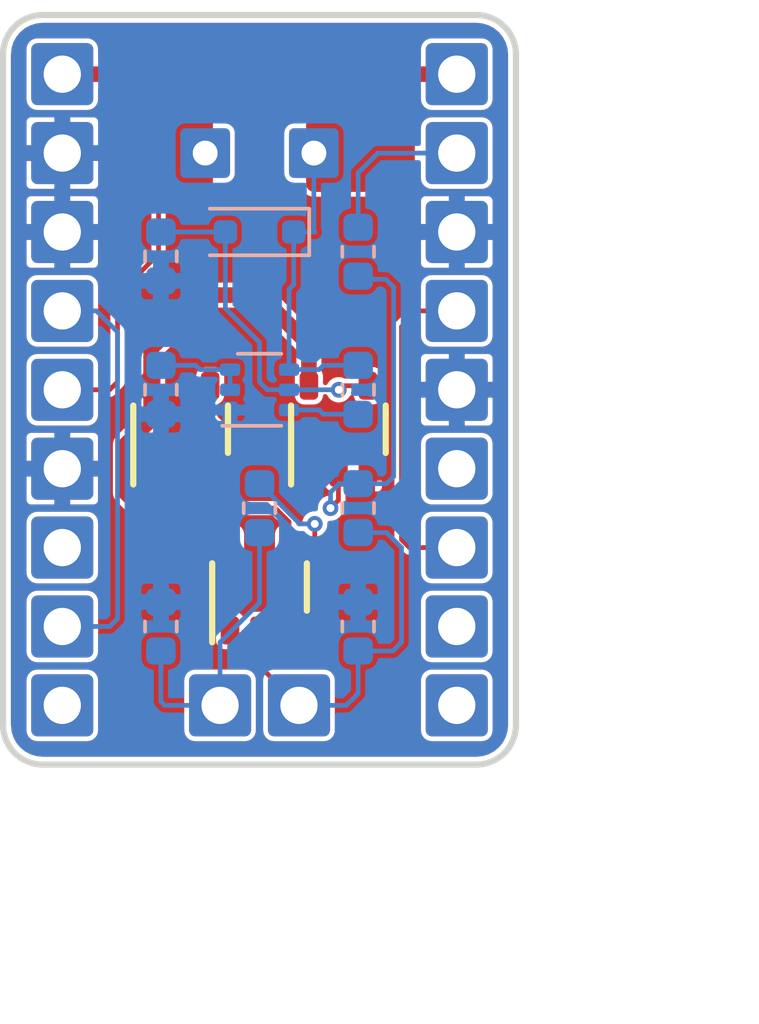
<source format=kicad_pcb>
(kicad_pcb (version 20171130) (host pcbnew "(5.0.2)-1")

  (general
    (thickness 1.6)
    (drawings 10)
    (tracks 102)
    (zones 0)
    (modules 23)
    (nets 20)
  )

  (page A4)
  (layers
    (0 F.Cu signal)
    (31 B.Cu signal)
    (32 B.Adhes user)
    (33 F.Adhes user)
    (34 B.Paste user)
    (35 F.Paste user)
    (36 B.SilkS user)
    (37 F.SilkS user)
    (38 B.Mask user)
    (39 F.Mask user)
    (40 Dwgs.User user)
    (41 Cmts.User user)
    (42 Eco1.User user)
    (43 Eco2.User user)
    (44 Edge.Cuts user)
    (45 Margin user)
    (46 B.CrtYd user)
    (47 F.CrtYd user)
    (48 B.Fab user)
    (49 F.Fab user)
  )

  (setup
    (last_trace_width 0.1524)
    (trace_clearance 0.1524)
    (zone_clearance 0.508)
    (zone_45_only no)
    (trace_min 0.1524)
    (segment_width 0.2)
    (edge_width 0.15)
    (via_size 0.508)
    (via_drill 0.254)
    (via_min_size 0.508)
    (via_min_drill 0.254)
    (uvia_size 0.3)
    (uvia_drill 0.1)
    (uvias_allowed no)
    (uvia_min_size 0.2)
    (uvia_min_drill 0.1)
    (pcb_text_width 0.3)
    (pcb_text_size 1.5 1.5)
    (mod_edge_width 0.15)
    (mod_text_size 1 1)
    (mod_text_width 0.15)
    (pad_size 1.6 1.6)
    (pad_drill 0.8)
    (pad_to_mask_clearance 0.0508)
    (solder_mask_min_width 0.25)
    (aux_axis_origin 0 0)
    (visible_elements 7FFFFFFF)
    (pcbplotparams
      (layerselection 0x010fc_ffffffff)
      (usegerberextensions false)
      (usegerberattributes false)
      (usegerberadvancedattributes false)
      (creategerberjobfile false)
      (excludeedgelayer true)
      (linewidth 0.050000)
      (plotframeref false)
      (viasonmask false)
      (mode 1)
      (useauxorigin false)
      (hpglpennumber 1)
      (hpglpenspeed 20)
      (hpglpendiameter 15.000000)
      (psnegative false)
      (psa4output false)
      (plotreference true)
      (plotvalue true)
      (plotinvisibletext false)
      (padsonsilk false)
      (subtractmaskfromsilk false)
      (outputformat 1)
      (mirror false)
      (drillshape 1)
      (scaleselection 1)
      (outputdirectory ""))
  )

  (net 0 "")
  (net 1 GND)
  (net 2 "Net-(Q1-Pad2)")
  (net 3 "Net-(D2-Pad2)")
  (net 4 "Net-(Q1-Pad6)")
  (net 5 /SW_2)
  (net 6 "Net-(R1-Pad2)")
  (net 7 /SW_1)
  (net 8 "Net-(R2-Pad1)")
  (net 9 +9.0VDC)
  (net 10 /LED_-)
  (net 11 /IN)
  (net 12 /SND)
  (net 13 /RTN)
  (net 14 /OUT)
  (net 15 "Net-(C3-Pad1)")
  (net 16 /CAP_-)
  (net 17 "Net-(J2-Pad2)")
  (net 18 "Net-(J2-Pad5)")
  (net 19 "Net-(J1-Pad5)")

  (net_class Default "This is the default net class."
    (clearance 0.1524)
    (trace_width 0.1524)
    (via_dia 0.508)
    (via_drill 0.254)
    (uvia_dia 0.3)
    (uvia_drill 0.1)
    (add_net /CAP_-)
    (add_net /IN)
    (add_net /LED_-)
    (add_net /OUT)
    (add_net /RTN)
    (add_net /SND)
    (add_net /SW_1)
    (add_net /SW_2)
    (add_net GND)
    (add_net "Net-(C3-Pad1)")
    (add_net "Net-(D2-Pad2)")
    (add_net "Net-(J1-Pad5)")
    (add_net "Net-(J2-Pad2)")
    (add_net "Net-(J2-Pad5)")
    (add_net "Net-(Q1-Pad2)")
    (add_net "Net-(Q1-Pad6)")
    (add_net "Net-(R1-Pad2)")
    (add_net "Net-(R2-Pad1)")
  )

  (net_class PWR ""
    (clearance 0.1524)
    (trace_width 0.5)
    (via_dia 0.8)
    (via_drill 0.4)
    (uvia_dia 0.3)
    (uvia_drill 0.1)
    (add_net +9.0VDC)
  )

  (module SA_CMOS_Logic_SMD:ROHM_Semi_BU4S584G2-TR_SSOP-5 (layer F.Cu) (tedit 5C5A0124) (tstamp 5C610A58)
    (at 158.75 100.33 90)
    (descr SSOP5)
    (tags "Integrated Circuit")
    (path /5C5F25A8)
    (attr smd)
    (fp_text reference U3 (at 0 -2.54 90) (layer F.SilkS) hide
      (effects (font (size 0.5 0.5) (thickness 0.05)))
    )
    (fp_text value ROHM_Semi_BU4S584G2-TR (at 0 2.54 90) (layer F.Fab) hide
      (effects (font (size 0.5 0.5) (thickness 0.05)))
    )
    (fp_line (start -1.778 -1.524) (end 0.762 -1.524) (layer F.SilkS) (width 0.2))
    (fp_line (start -0.825 -0.5) (end 0.125 -1.45) (layer Dwgs.User) (width 0.1))
    (fp_line (start -0.825 1.45) (end -0.825 -1.45) (layer Dwgs.User) (width 0.1))
    (fp_line (start 0.825 1.45) (end -0.825 1.45) (layer Dwgs.User) (width 0.1))
    (fp_line (start 0.825 -1.45) (end 0.825 1.45) (layer Dwgs.User) (width 0.1))
    (fp_line (start -0.825 -1.45) (end 0.825 -1.45) (layer Dwgs.User) (width 0.1))
    (fp_line (start -2.1 1.8) (end -2.1 -1.8) (layer Dwgs.User) (width 0.05))
    (fp_line (start 2.1 1.8) (end -2.1 1.8) (layer Dwgs.User) (width 0.05))
    (fp_line (start 2.1 -1.8) (end 2.1 1.8) (layer Dwgs.User) (width 0.05))
    (fp_line (start -2.1 -1.8) (end 2.1 -1.8) (layer Dwgs.User) (width 0.05))
    (fp_line (start -0.762 1.524) (end 0.762 1.524) (layer F.SilkS) (width 0.2))
    (pad 5 smd roundrect (at 1.4 -0.95 180) (size 0.6 0.9) (layers F.Cu F.Paste F.Mask) (roundrect_rratio 0.25)
      (net 9 +9.0VDC))
    (pad 4 smd roundrect (at 1.4 0.95 180) (size 0.6 0.9) (layers F.Cu F.Paste F.Mask) (roundrect_rratio 0.25)
      (net 3 "Net-(D2-Pad2)"))
    (pad 3 smd roundrect (at -1.4 0.95 180) (size 0.6 0.9) (layers F.Cu F.Paste F.Mask) (roundrect_rratio 0.25)
      (net 1 GND))
    (pad 2 smd roundrect (at -1.4 0 180) (size 0.6 0.9) (layers F.Cu F.Paste F.Mask) (roundrect_rratio 0.25)
      (net 6 "Net-(R1-Pad2)"))
    (pad 1 smd roundrect (at -1.4 -0.95 180) (size 0.6 0.9) (layers F.Cu F.Paste F.Mask) (roundrect_rratio 0.25))
    (model ${SA_LIB_3DSHAPES}/ROHM_Semi_BU4S584G2-TR_SSOP-5/ROHM_Semi_BU4S584G2-TR_SSOP-5.stp
      (at (xyz 0 0 0))
      (scale (xyz 1 1 1))
      (rotate (xyz 0 0 0))
    )
  )

  (module SA_CMOS_Logic_SMD:ROHM_Semi_BU4S584G2-TR_SSOP-5 (layer F.Cu) (tedit 5C5A0124) (tstamp 5C610A44)
    (at 153.67 100.33 90)
    (descr SSOP5)
    (tags "Integrated Circuit")
    (path /5C5F2732)
    (attr smd)
    (fp_text reference U2 (at 0 -2.54 90) (layer F.SilkS) hide
      (effects (font (size 0.5 0.5) (thickness 0.05)))
    )
    (fp_text value ROHM_Semi_BU4S584G2-TR (at 0 2.54 90) (layer F.Fab) hide
      (effects (font (size 0.5 0.5) (thickness 0.05)))
    )
    (fp_line (start -0.762 1.524) (end 0.762 1.524) (layer F.SilkS) (width 0.2))
    (fp_line (start -2.1 -1.8) (end 2.1 -1.8) (layer Dwgs.User) (width 0.05))
    (fp_line (start 2.1 -1.8) (end 2.1 1.8) (layer Dwgs.User) (width 0.05))
    (fp_line (start 2.1 1.8) (end -2.1 1.8) (layer Dwgs.User) (width 0.05))
    (fp_line (start -2.1 1.8) (end -2.1 -1.8) (layer Dwgs.User) (width 0.05))
    (fp_line (start -0.825 -1.45) (end 0.825 -1.45) (layer Dwgs.User) (width 0.1))
    (fp_line (start 0.825 -1.45) (end 0.825 1.45) (layer Dwgs.User) (width 0.1))
    (fp_line (start 0.825 1.45) (end -0.825 1.45) (layer Dwgs.User) (width 0.1))
    (fp_line (start -0.825 1.45) (end -0.825 -1.45) (layer Dwgs.User) (width 0.1))
    (fp_line (start -0.825 -0.5) (end 0.125 -1.45) (layer Dwgs.User) (width 0.1))
    (fp_line (start -1.778 -1.524) (end 0.762 -1.524) (layer F.SilkS) (width 0.2))
    (pad 1 smd roundrect (at -1.4 -0.95 180) (size 0.6 0.9) (layers F.Cu F.Paste F.Mask) (roundrect_rratio 0.25))
    (pad 2 smd roundrect (at -1.4 0 180) (size 0.6 0.9) (layers F.Cu F.Paste F.Mask) (roundrect_rratio 0.25)
      (net 8 "Net-(R2-Pad1)"))
    (pad 3 smd roundrect (at -1.4 0.95 180) (size 0.6 0.9) (layers F.Cu F.Paste F.Mask) (roundrect_rratio 0.25)
      (net 1 GND))
    (pad 4 smd roundrect (at 1.4 0.95 180) (size 0.6 0.9) (layers F.Cu F.Paste F.Mask) (roundrect_rratio 0.25)
      (net 6 "Net-(R1-Pad2)"))
    (pad 5 smd roundrect (at 1.4 -0.95 180) (size 0.6 0.9) (layers F.Cu F.Paste F.Mask) (roundrect_rratio 0.25)
      (net 9 +9.0VDC))
    (model ${SA_LIB_3DSHAPES}/ROHM_Semi_BU4S584G2-TR_SSOP-5/ROHM_Semi_BU4S584G2-TR_SSOP-5.stp
      (at (xyz 0 0 0))
      (scale (xyz 1 1 1))
      (rotate (xyz 0 0 0))
    )
  )

  (module SA_CMOS_Logic_SMD:ROHM_Semi_BU4S584G2-TR_SSOP-5 (layer F.Cu) (tedit 5C5A0124) (tstamp 5C610A1E)
    (at 156.21 105.41 90)
    (descr SSOP5)
    (tags "Integrated Circuit")
    (path /5C5F2536)
    (attr smd)
    (fp_text reference U1 (at 0 -2.54 90) (layer F.SilkS) hide
      (effects (font (size 0.5 0.5) (thickness 0.05)))
    )
    (fp_text value ROHM_Semi_BU4S584G2-TR (at 0 2.54 90) (layer F.Fab) hide
      (effects (font (size 0.5 0.5) (thickness 0.05)))
    )
    (fp_line (start -1.778 -1.524) (end 0.762 -1.524) (layer F.SilkS) (width 0.2))
    (fp_line (start -0.825 -0.5) (end 0.125 -1.45) (layer Dwgs.User) (width 0.1))
    (fp_line (start -0.825 1.45) (end -0.825 -1.45) (layer Dwgs.User) (width 0.1))
    (fp_line (start 0.825 1.45) (end -0.825 1.45) (layer Dwgs.User) (width 0.1))
    (fp_line (start 0.825 -1.45) (end 0.825 1.45) (layer Dwgs.User) (width 0.1))
    (fp_line (start -0.825 -1.45) (end 0.825 -1.45) (layer Dwgs.User) (width 0.1))
    (fp_line (start -2.1 1.8) (end -2.1 -1.8) (layer Dwgs.User) (width 0.05))
    (fp_line (start 2.1 1.8) (end -2.1 1.8) (layer Dwgs.User) (width 0.05))
    (fp_line (start 2.1 -1.8) (end 2.1 1.8) (layer Dwgs.User) (width 0.05))
    (fp_line (start -2.1 -1.8) (end 2.1 -1.8) (layer Dwgs.User) (width 0.05))
    (fp_line (start -0.762 1.524) (end 0.762 1.524) (layer F.SilkS) (width 0.2))
    (pad 5 smd roundrect (at 1.4 -0.95 180) (size 0.6 0.9) (layers F.Cu F.Paste F.Mask) (roundrect_rratio 0.25)
      (net 9 +9.0VDC))
    (pad 4 smd roundrect (at 1.4 0.95 180) (size 0.6 0.9) (layers F.Cu F.Paste F.Mask) (roundrect_rratio 0.25)
      (net 8 "Net-(R2-Pad1)"))
    (pad 3 smd roundrect (at -1.4 0.95 180) (size 0.6 0.9) (layers F.Cu F.Paste F.Mask) (roundrect_rratio 0.25)
      (net 1 GND))
    (pad 2 smd roundrect (at -1.4 0 180) (size 0.6 0.9) (layers F.Cu F.Paste F.Mask) (roundrect_rratio 0.25)
      (net 5 /SW_2))
    (pad 1 smd roundrect (at -1.4 -0.95 180) (size 0.6 0.9) (layers F.Cu F.Paste F.Mask) (roundrect_rratio 0.25))
    (model ${SA_LIB_3DSHAPES}/ROHM_Semi_BU4S584G2-TR_SSOP-5/ROHM_Semi_BU4S584G2-TR_SSOP-5.stp
      (at (xyz 0 0 0))
      (scale (xyz 1 1 1))
      (rotate (xyz 0 0 0))
    )
  )

  (module SA_Capacitors_SMD:Nichicon_UWT1E101MCL1GS_100uF_25V_6.3x7.7mm (layer F.Cu) (tedit 5C5C2005) (tstamp 5C66E6D3)
    (at 156.21 91.44 180)
    (descr "SMD capacitor, aluminum electrolytic, Nichicon, 6.3x7.7mm")
    (tags "capacitor electrolytic")
    (path /5C61530D)
    (attr smd)
    (fp_text reference C3 (at 0 -4 180) (layer F.SilkS) hide
      (effects (font (size 0.6 0.6) (thickness 0.127)))
    )
    (fp_text value Nichicon_UWT_100uF_25V (at 0 3.8 180) (layer F.Fab)
      (effects (font (size 0.3 0.3) (thickness 0.03)))
    )
    (fp_circle (center 0 0) (end 3.15 0) (layer F.Fab) (width 0.1))
    (fp_line (start 3.3 -3.3) (end 3.3 3.3) (layer F.Fab) (width 0.1))
    (fp_line (start -2.3 -3.3) (end 3.3 -3.3) (layer F.Fab) (width 0.1))
    (fp_line (start -2.3 3.3) (end 3.3 3.3) (layer F.Fab) (width 0.1))
    (fp_line (start -3.3 -2.3) (end -3.3 2.3) (layer F.Fab) (width 0.1))
    (fp_line (start -3.3 -2.3) (end -2.3 -3.3) (layer F.Fab) (width 0.1))
    (fp_line (start -3.3 2.3) (end -2.3 3.3) (layer F.Fab) (width 0.1))
    (fp_line (start -2.704838 -1.33) (end -2.074838 -1.33) (layer F.Fab) (width 0.1))
    (fp_line (start -2.389838 -1.645) (end -2.389838 -1.015) (layer F.Fab) (width 0.1))
    (fp_line (start 3.55 -3.55) (end 3.55 -1.05) (layer F.CrtYd) (width 0.05))
    (fp_line (start 3.55 -1.05) (end 4.7 -1.05) (layer F.CrtYd) (width 0.05))
    (fp_line (start 4.7 -1.05) (end 4.7 1.05) (layer F.CrtYd) (width 0.05))
    (fp_line (start 4.7 1.05) (end 3.55 1.05) (layer F.CrtYd) (width 0.05))
    (fp_line (start 3.55 1.05) (end 3.55 3.55) (layer F.CrtYd) (width 0.05))
    (fp_line (start -2.4 3.55) (end 3.55 3.55) (layer F.CrtYd) (width 0.05))
    (fp_line (start -2.4 -3.55) (end 3.55 -3.55) (layer F.CrtYd) (width 0.05))
    (fp_line (start -3.55 2.4) (end -2.4 3.55) (layer F.CrtYd) (width 0.05))
    (fp_line (start -3.55 -2.4) (end -2.4 -3.55) (layer F.CrtYd) (width 0.05))
    (fp_line (start -3.55 -2.4) (end -3.55 -1.05) (layer F.CrtYd) (width 0.05))
    (fp_line (start -3.55 1.05) (end -3.55 2.4) (layer F.CrtYd) (width 0.05))
    (fp_line (start -3.55 -1.05) (end -4.7 -1.05) (layer F.CrtYd) (width 0.05))
    (fp_line (start -4.7 -1.05) (end -4.7 1.05) (layer F.CrtYd) (width 0.05))
    (fp_line (start -4.7 1.05) (end -3.55 1.05) (layer F.CrtYd) (width 0.05))
    (fp_text user %R (at 0 0 180) (layer F.Fab)
      (effects (font (size 0.4 0.4) (thickness 0.05)))
    )
    (pad 1 smd roundrect (at -2.7 0 180) (size 3.5 1.6) (layers F.Cu F.Paste F.Mask) (roundrect_rratio 0.15625)
      (net 15 "Net-(C3-Pad1)"))
    (pad 2 smd roundrect (at 2.7 0 180) (size 3.5 1.6) (layers F.Cu F.Paste F.Mask) (roundrect_rratio 0.15625)
      (net 16 /CAP_-))
    (model ${SA_LIB_3DSHAPES}/Nichicon_UWT1E101MCL1GS_100uF_25V_6.3x7.7mm/Nichicon_UWT1E101MCL1GS_100uF_25V_6.3x7.7mm.step
      (at (xyz 0 0 0))
      (scale (xyz 1 1 1))
      (rotate (xyz 0 0 0))
    )
  )

  (module SA_Capacitors_THT:Capacitor_Electrolytic_Radial_D8.0_H11.5_P3.5 (layer F.Cu) (tedit 5C5C6632) (tstamp 5C5E24DE)
    (at 156.21 91.44 180)
    (descr "CP, Radial series, Radial, pin pitch=3.50mm, , diameter=8mm, Electrolytic Capacitor")
    (tags "CP Radial series Radial pin pitch 3.50mm  diameter 8mm Electrolytic Capacitor")
    (path /5C5C3740)
    (fp_text reference C5 (at 0 -4.7 180) (layer F.SilkS) hide
      (effects (font (size 0.6 0.6) (thickness 0.127)))
    )
    (fp_text value CP_220uF_25V_D8.0_H11.5_P3.5 (at 0 4.5 180) (layer F.Fab)
      (effects (font (size 0.3 0.3) (thickness 0.03)))
    )
    (fp_circle (center 0 0) (end 4 0) (layer F.Fab) (width 0.1))
    (fp_circle (center 0 0) (end 4.25 0) (layer F.CrtYd) (width 0.05))
    (fp_line (start -3.426759 -1.7475) (end -2.626759 -1.7475) (layer F.Fab) (width 0.1))
    (fp_line (start -3.026759 -2.1475) (end -3.026759 -1.3475) (layer F.Fab) (width 0.1))
    (fp_text user %R (at 0 0 180) (layer F.Fab)
      (effects (font (size 0.4 0.4) (thickness 0.05)))
    )
    (pad 1 thru_hole roundrect (at -1.75 0 180) (size 1.6 1.6) (drill 0.8) (layers *.Cu *.Mask) (roundrect_rratio 0.1)
      (net 15 "Net-(C3-Pad1)"))
    (pad 2 thru_hole roundrect (at 1.75 0 180) (size 1.6 1.6) (drill 0.8) (layers *.Cu *.Mask) (roundrect_rratio 0.1)
      (net 16 /CAP_-))
    (model ${SA_LIB_3DSHAPES}/Packages/Capacitor_Electrolytic_8x11.5x3.5mm.step
      (at (xyz 0 0 0))
      (scale (xyz 1 1 1))
      (rotate (xyz 0 0 0))
    )
  )

  (module SA_Capacitors_SMD:Nichicon_UWT1E221MNL1GS_220uF_25V_8.0x10.0mm (layer F.Cu) (tedit 5C5C1FA2) (tstamp 5C5E2504)
    (at 156.21 91.44 180)
    (descr "SMD capacitor, aluminum electrolytic, Nichicon, 8.0x10mm")
    (tags "capacitor electrolytic")
    (path /5C5C3670)
    (attr smd)
    (fp_text reference C4 (at 0 -4.8 180) (layer F.SilkS) hide
      (effects (font (size 0.6 0.6) (thickness 0.127)))
    )
    (fp_text value Nichicon_UWT_220uF_25V (at 0 4.7 180) (layer F.Fab)
      (effects (font (size 0.3 0.3) (thickness 0.03)))
    )
    (fp_circle (center 0 0) (end 4 0) (layer F.Fab) (width 0.1))
    (fp_line (start 4.15 -4.15) (end 4.15 4.15) (layer F.Fab) (width 0.1))
    (fp_line (start -3.15 -4.15) (end 4.15 -4.15) (layer F.Fab) (width 0.1))
    (fp_line (start -3.15 4.15) (end 4.15 4.15) (layer F.Fab) (width 0.1))
    (fp_line (start -4.15 -3.15) (end -4.15 3.15) (layer F.Fab) (width 0.1))
    (fp_line (start -4.15 -3.15) (end -3.15 -4.15) (layer F.Fab) (width 0.1))
    (fp_line (start -4.15 3.15) (end -3.15 4.15) (layer F.Fab) (width 0.1))
    (fp_line (start -3.562278 -1.5) (end -2.762278 -1.5) (layer F.Fab) (width 0.1))
    (fp_line (start -3.162278 -1.9) (end -3.162278 -1.1) (layer F.Fab) (width 0.1))
    (fp_line (start 4.4 -4.4) (end 4.4 -1.5) (layer F.CrtYd) (width 0.05))
    (fp_line (start 4.4 -1.5) (end 5.25 -1.5) (layer F.CrtYd) (width 0.05))
    (fp_line (start 5.25 -1.5) (end 5.25 1.5) (layer F.CrtYd) (width 0.05))
    (fp_line (start 5.25 1.5) (end 4.4 1.5) (layer F.CrtYd) (width 0.05))
    (fp_line (start 4.4 1.5) (end 4.4 4.4) (layer F.CrtYd) (width 0.05))
    (fp_line (start -3.25 4.4) (end 4.4 4.4) (layer F.CrtYd) (width 0.05))
    (fp_line (start -3.25 -4.4) (end 4.4 -4.4) (layer F.CrtYd) (width 0.05))
    (fp_line (start -4.4 3.25) (end -3.25 4.4) (layer F.CrtYd) (width 0.05))
    (fp_line (start -4.4 -3.25) (end -3.25 -4.4) (layer F.CrtYd) (width 0.05))
    (fp_line (start -4.4 -3.25) (end -4.4 -1.5) (layer F.CrtYd) (width 0.05))
    (fp_line (start -4.4 1.5) (end -4.4 3.25) (layer F.CrtYd) (width 0.05))
    (fp_line (start -4.4 -1.5) (end -5.25 -1.5) (layer F.CrtYd) (width 0.05))
    (fp_line (start -5.25 -1.5) (end -5.25 1.5) (layer F.CrtYd) (width 0.05))
    (fp_line (start -5.25 1.5) (end -4.4 1.5) (layer F.CrtYd) (width 0.05))
    (fp_text user %R (at 0 0 180) (layer F.Fab)
      (effects (font (size 0.4 0.4) (thickness 0.05)))
    )
    (pad 1 smd roundrect (at -3.25 0 180) (size 3.5 2.5) (layers F.Cu F.Paste F.Mask) (roundrect_rratio 0.1)
      (net 15 "Net-(C3-Pad1)"))
    (pad 2 smd roundrect (at 3.25 0 180) (size 3.5 2.5) (layers F.Cu F.Paste F.Mask) (roundrect_rratio 0.1)
      (net 16 /CAP_-))
    (model ${SA_LIB_3DSHAPES}/Nichicon_UWT1E221MNL1GS_220uF_25V_8.0x10.0mm/Nichicon_UWT1E221MNL1GS_220uF_25V_8.0x10.0mm.step
      (at (xyz 0 0 0))
      (scale (xyz 1 1 1))
      (rotate (xyz 0 0 0))
    )
  )

  (module SA_Connectors_Wire:Wire_Pad_2x_1.0mm_Hole_1.5_Annular_2.54mm_Pitch (layer F.Cu) (tedit 5C5C201B) (tstamp 5C5E1816)
    (at 149.86 90.17 270)
    (path /5C611B0E)
    (fp_text reference J3 (at 0 0.5 270) (layer F.SilkS) hide
      (effects (font (size 0.5 0.5) (thickness 0.05)))
    )
    (fp_text value Conn_01x02 (at 0 -0.5 270) (layer F.Fab) hide
      (effects (font (size 0.5 0.5) (thickness 0.05)))
    )
    (pad 1 thru_hole roundrect (at -1.27 0 270) (size 2 2) (drill 1.2) (layers *.Cu *.Mask) (roundrect_rratio 0.1)
      (net 9 +9.0VDC))
    (pad 2 thru_hole roundrect (at 1.27 0 270) (size 2 2) (drill 1.2) (layers *.Cu *.Mask) (roundrect_rratio 0.1)
      (net 1 GND))
  )

  (module SA_Connectors_Wire:Wire_Pad_2x_1.0mm_Hole_1.5_Annular_2.54mm_Pitch (layer F.Cu) (tedit 5C5C2039) (tstamp 5C5E1811)
    (at 149.86 95.25 90)
    (path /5C5C2C0B)
    (fp_text reference J4 (at 0 0.5 90) (layer F.SilkS) hide
      (effects (font (size 0.5 0.5) (thickness 0.05)))
    )
    (fp_text value Conn_01x02 (at 0 -0.5 90) (layer F.Fab) hide
      (effects (font (size 0.5 0.5) (thickness 0.05)))
    )
    (pad 2 thru_hole roundrect (at 1.27 0 90) (size 2 2) (drill 1.2) (layers *.Cu *.Mask) (roundrect_rratio 0.1)
      (net 1 GND))
    (pad 1 thru_hole roundrect (at -1.27 0 90) (size 2 2) (drill 1.2) (layers *.Cu *.Mask) (roundrect_rratio 0.1)
      (net 11 /IN))
  )

  (module SA_Connectors_Wire:Wire_Pad_2x_1.0mm_Hole_1.5_Annular_2.54mm_Pitch (layer F.Cu) (tedit 5C5C2024) (tstamp 5C5E1802)
    (at 162.56 95.25 90)
    (path /5C5C2E97)
    (fp_text reference J5 (at 0 0.5 90) (layer F.SilkS) hide
      (effects (font (size 0.5 0.5) (thickness 0.05)))
    )
    (fp_text value Conn_01x02 (at 0 -0.5 90) (layer F.Fab) hide
      (effects (font (size 0.5 0.5) (thickness 0.05)))
    )
    (pad 1 thru_hole roundrect (at -1.27 0 90) (size 2 2) (drill 1.2) (layers *.Cu *.Mask) (roundrect_rratio 0.1)
      (net 14 /OUT))
    (pad 2 thru_hole roundrect (at 1.27 0 90) (size 2 2) (drill 1.2) (layers *.Cu *.Mask) (roundrect_rratio 0.1)
      (net 1 GND))
  )

  (module SA_Connectors_Wire:Wire_Pad_2x_1.0mm_Hole_1.5_Annular_2.54mm_Pitch (layer F.Cu) (tedit 5C5C0603) (tstamp 5C66DB89)
    (at 156.21 109.22 180)
    (path /5C5F2F50)
    (fp_text reference SW1 (at 0 0.5 180) (layer F.SilkS) hide
      (effects (font (size 0.5 0.5) (thickness 0.05)))
    )
    (fp_text value SW_Push (at 0 -0.5 180) (layer F.Fab) hide
      (effects (font (size 0.5 0.5) (thickness 0.05)))
    )
    (pad 1 thru_hole roundrect (at -1.27 0 180) (size 2 2) (drill 1.2) (layers *.Cu *.Mask) (roundrect_rratio 0.1)
      (net 5 /SW_2))
    (pad 2 thru_hole roundrect (at 1.27 0 180) (size 2 2) (drill 1.2) (layers *.Cu *.Mask) (roundrect_rratio 0.1)
      (net 7 /SW_1))
    (model ${KISYS3DMOD}/Connector_PinHeader_2.54mm.3dshapes/PinHeader_1x02_P2.54mm_Horizontal.wrl
      (offset (xyz 1.28 0 -1.8))
      (scale (xyz 1 1 1))
      (rotate (xyz 180 0 -90))
    )
  )

  (module Connector_PinHeader_2.54mm:PinHeader_1x05_P2.54mm_Vertical (layer F.Cu) (tedit 5C5BFC2B) (tstamp 5C66C6A4)
    (at 162.56 99.06)
    (descr "Through hole straight pin header, 1x05, 2.54mm pitch, single row")
    (tags "Through hole pin header THT 1x05 2.54mm single row")
    (path /5C609260)
    (fp_text reference J2 (at 0 -2.33) (layer F.SilkS) hide
      (effects (font (size 1 1) (thickness 0.15)))
    )
    (fp_text value PinHeader_1x05_P2.54mm_Vertical_Bottom (at 0 12.49) (layer F.Fab) hide
      (effects (font (size 0.5 0.5) (thickness 0.05)))
    )
    (fp_text user %R (at 0 5.08 90) (layer F.Fab)
      (effects (font (size 1 1) (thickness 0.15)))
    )
    (fp_line (start 1.8 -1.8) (end -1.8 -1.8) (layer F.CrtYd) (width 0.05))
    (fp_line (start 1.8 11.95) (end 1.8 -1.8) (layer F.CrtYd) (width 0.05))
    (fp_line (start -1.8 11.95) (end 1.8 11.95) (layer F.CrtYd) (width 0.05))
    (fp_line (start -1.8 -1.8) (end -1.8 11.95) (layer F.CrtYd) (width 0.05))
    (fp_line (start -1.27 -0.635) (end -0.635 -1.27) (layer F.Fab) (width 0.1))
    (fp_line (start -1.27 11.43) (end -1.27 -0.635) (layer F.Fab) (width 0.1))
    (fp_line (start 1.27 11.43) (end -1.27 11.43) (layer F.Fab) (width 0.1))
    (fp_line (start 1.27 -1.27) (end 1.27 11.43) (layer F.Fab) (width 0.1))
    (fp_line (start -0.635 -1.27) (end 1.27 -1.27) (layer F.Fab) (width 0.1))
    (pad 5 thru_hole roundrect (at 0 10.16) (size 2 2) (drill 1.2) (layers *.Cu *.Mask) (roundrect_rratio 0.1)
      (net 18 "Net-(J2-Pad5)"))
    (pad 4 thru_hole roundrect (at 0 7.62) (size 2 2) (drill 1.2) (layers *.Cu *.Mask) (roundrect_rratio 0.1)
      (net 13 /RTN))
    (pad 3 thru_hole roundrect (at 0 5.08) (size 2 2) (drill 1.2) (layers *.Cu *.Mask) (roundrect_rratio 0.1)
      (net 14 /OUT))
    (pad 2 thru_hole roundrect (at 0 2.54) (size 2 2) (drill 1.2) (layers *.Cu *.Mask) (roundrect_rratio 0.1)
      (net 17 "Net-(J2-Pad2)"))
    (pad 1 thru_hole roundrect (at 0 0) (size 2 2) (drill 1.2) (layers *.Cu *.Mask) (roundrect_rratio 0.1)
      (net 1 GND))
    (model ${KISYS3DMOD}/Connector_PinHeader_2.54mm.3dshapes/PinHeader_1x05_P2.54mm_Vertical.wrl
      (offset (xyz 0 0 2.7))
      (scale (xyz 1 1 1))
      (rotate (xyz 180 0 180))
    )
  )

  (module Connector_PinHeader_2.54mm:PinHeader_1x05_P2.54mm_Vertical (layer F.Cu) (tedit 5C5BFC35) (tstamp 5C66C674)
    (at 149.86 99.06)
    (descr "Through hole straight pin header, 1x05, 2.54mm pitch, single row")
    (tags "Through hole pin header THT 1x05 2.54mm single row")
    (path /5C6092C3)
    (fp_text reference J1 (at 0 -2.33) (layer F.SilkS) hide
      (effects (font (size 1 1) (thickness 0.15)))
    )
    (fp_text value PinHeader_1x05_P2.54mm_Vertical_Bottom (at 0 12.49) (layer F.Fab) hide
      (effects (font (size 0.5 0.5) (thickness 0.05)))
    )
    (fp_line (start -0.635 -1.27) (end 1.27 -1.27) (layer F.Fab) (width 0.1))
    (fp_line (start 1.27 -1.27) (end 1.27 11.43) (layer F.Fab) (width 0.1))
    (fp_line (start 1.27 11.43) (end -1.27 11.43) (layer F.Fab) (width 0.1))
    (fp_line (start -1.27 11.43) (end -1.27 -0.635) (layer F.Fab) (width 0.1))
    (fp_line (start -1.27 -0.635) (end -0.635 -1.27) (layer F.Fab) (width 0.1))
    (fp_line (start -1.8 -1.8) (end -1.8 11.95) (layer F.CrtYd) (width 0.05))
    (fp_line (start -1.8 11.95) (end 1.8 11.95) (layer F.CrtYd) (width 0.05))
    (fp_line (start 1.8 11.95) (end 1.8 -1.8) (layer F.CrtYd) (width 0.05))
    (fp_line (start 1.8 -1.8) (end -1.8 -1.8) (layer F.CrtYd) (width 0.05))
    (fp_text user %R (at 0 5.08 90) (layer F.Fab)
      (effects (font (size 1 1) (thickness 0.15)))
    )
    (pad 1 thru_hole roundrect (at 0 0) (size 2 2) (drill 1.2) (layers *.Cu *.Mask) (roundrect_rratio 0.1)
      (net 16 /CAP_-))
    (pad 2 thru_hole roundrect (at 0 2.54) (size 2 2) (drill 1.2) (layers *.Cu *.Mask) (roundrect_rratio 0.1)
      (net 1 GND))
    (pad 3 thru_hole roundrect (at 0 5.08) (size 2 2) (drill 1.2) (layers *.Cu *.Mask) (roundrect_rratio 0.1)
      (net 12 /SND))
    (pad 4 thru_hole roundrect (at 0 7.62) (size 2 2) (drill 1.2) (layers *.Cu *.Mask) (roundrect_rratio 0.1)
      (net 11 /IN))
    (pad 5 thru_hole roundrect (at 0 10.16) (size 2 2) (drill 1.2) (layers *.Cu *.Mask) (roundrect_rratio 0.1)
      (net 19 "Net-(J1-Pad5)"))
    (model ${KISYS3DMOD}/Connector_PinHeader_2.54mm.3dshapes/PinHeader_1x05_P2.54mm_Vertical.wrl
      (offset (xyz 0 0 2.7))
      (scale (xyz 1 1 1))
      (rotate (xyz 180 0 180))
    )
  )

  (module SA_Capacitors_SMD:C_0603_1608M (layer B.Cu) (tedit 5C5BFB85) (tstamp 5C64D9DE)
    (at 153.035 106.68 90)
    (path /5C5F3E11)
    (attr smd)
    (fp_text reference C2 (at 0 1.1 90) (layer B.SilkS) hide
      (effects (font (size 0.6 0.6) (thickness 0.127)) (justify mirror))
    )
    (fp_text value C (at 0 -1 90) (layer B.Fab)
      (effects (font (size 0.3 0.3) (thickness 0.03)) (justify mirror))
    )
    (fp_text user %R (at 0 0 90) (layer B.Fab)
      (effects (font (size 0.4 0.4) (thickness 0.05)) (justify mirror))
    )
    (fp_line (start 1.48 -0.73) (end -1.48 -0.73) (layer B.CrtYd) (width 0.05))
    (fp_line (start 1.48 0.73) (end 1.48 -0.73) (layer B.CrtYd) (width 0.05))
    (fp_line (start -1.48 0.73) (end 1.48 0.73) (layer B.CrtYd) (width 0.05))
    (fp_line (start -1.48 -0.73) (end -1.48 0.73) (layer B.CrtYd) (width 0.05))
    (fp_line (start -0.162779 -0.51) (end 0.162779 -0.51) (layer B.SilkS) (width 0.12))
    (fp_line (start -0.162779 0.51) (end 0.162779 0.51) (layer B.SilkS) (width 0.12))
    (fp_line (start 0.8 -0.4) (end -0.8 -0.4) (layer B.Fab) (width 0.1))
    (fp_line (start 0.8 0.4) (end 0.8 -0.4) (layer B.Fab) (width 0.1))
    (fp_line (start -0.8 0.4) (end 0.8 0.4) (layer B.Fab) (width 0.1))
    (fp_line (start -0.8 -0.4) (end -0.8 0.4) (layer B.Fab) (width 0.1))
    (pad 2 smd roundrect (at 0.7875 0 90) (size 0.875 0.95) (layers B.Cu B.Paste B.Mask) (roundrect_rratio 0.25)
      (net 1 GND))
    (pad 1 smd roundrect (at -0.7875 0 90) (size 0.875 0.95) (layers B.Cu B.Paste B.Mask) (roundrect_rratio 0.25)
      (net 7 /SW_1))
    (model ${SA_LIB_3DSHAPES}/Packages/C_0603_1608Metric.step
      (at (xyz 0 0 0))
      (scale (xyz 1 1 1))
      (rotate (xyz 0 0 0))
    )
  )

  (module SA_Capacitors_SMD:C_0603_1608M (layer B.Cu) (tedit 5C5BFB8C) (tstamp 5C64D9CD)
    (at 159.385 106.68 90)
    (path /5C5F3DCA)
    (attr smd)
    (fp_text reference C1 (at 0 1.1 90) (layer B.SilkS) hide
      (effects (font (size 0.6 0.6) (thickness 0.127)) (justify mirror))
    )
    (fp_text value C (at 0 -1 90) (layer B.Fab)
      (effects (font (size 0.3 0.3) (thickness 0.03)) (justify mirror))
    )
    (fp_line (start -0.8 -0.4) (end -0.8 0.4) (layer B.Fab) (width 0.1))
    (fp_line (start -0.8 0.4) (end 0.8 0.4) (layer B.Fab) (width 0.1))
    (fp_line (start 0.8 0.4) (end 0.8 -0.4) (layer B.Fab) (width 0.1))
    (fp_line (start 0.8 -0.4) (end -0.8 -0.4) (layer B.Fab) (width 0.1))
    (fp_line (start -0.162779 0.51) (end 0.162779 0.51) (layer B.SilkS) (width 0.12))
    (fp_line (start -0.162779 -0.51) (end 0.162779 -0.51) (layer B.SilkS) (width 0.12))
    (fp_line (start -1.48 -0.73) (end -1.48 0.73) (layer B.CrtYd) (width 0.05))
    (fp_line (start -1.48 0.73) (end 1.48 0.73) (layer B.CrtYd) (width 0.05))
    (fp_line (start 1.48 0.73) (end 1.48 -0.73) (layer B.CrtYd) (width 0.05))
    (fp_line (start 1.48 -0.73) (end -1.48 -0.73) (layer B.CrtYd) (width 0.05))
    (fp_text user %R (at 0 0 90) (layer B.Fab)
      (effects (font (size 0.4 0.4) (thickness 0.05)) (justify mirror))
    )
    (pad 1 smd roundrect (at -0.7875 0 90) (size 0.875 0.95) (layers B.Cu B.Paste B.Mask) (roundrect_rratio 0.25)
      (net 5 /SW_2))
    (pad 2 smd roundrect (at 0.7875 0 90) (size 0.875 0.95) (layers B.Cu B.Paste B.Mask) (roundrect_rratio 0.25)
      (net 1 GND))
    (model ${SA_LIB_3DSHAPES}/Packages/C_0603_1608Metric.step
      (at (xyz 0 0 0))
      (scale (xyz 1 1 1))
      (rotate (xyz 0 0 0))
    )
  )

  (module SA_Connectors_Wire:Wire_Pad_2x_1.0mm_Hole_1.5_Annular (layer F.Cu) (tedit 5C5C0612) (tstamp 5C64D984)
    (at 162.56 90.17 90)
    (path /5C5ED007)
    (fp_text reference D1 (at 0 0.5 90) (layer F.SilkS) hide
      (effects (font (size 0.5 0.5) (thickness 0.05)))
    )
    (fp_text value LED_INDICATOR (at 0 -0.5 90) (layer F.Fab) hide
      (effects (font (size 0.5 0.5) (thickness 0.05)))
    )
    (pad 1 thru_hole roundrect (at -1.27 0 90) (size 2 2) (drill 1.2) (layers *.Cu *.Mask) (roundrect_rratio 0.1)
      (net 10 /LED_-))
    (pad 2 thru_hole roundrect (at 1.27 0 90) (size 2 2) (drill 1.2) (layers *.Cu *.Mask) (roundrect_rratio 0.1)
      (net 9 +9.0VDC))
  )

  (module SA_Diodes_SMD:ON_Semi_1N4148WS_SOD-323F-2 (layer B.Cu) (tedit 5C5BFBBA) (tstamp 5C64D978)
    (at 156.21 93.98 180)
    (path /5C5EEFCA)
    (attr smd)
    (fp_text reference D2 (at 0 1.3 180) (layer B.SilkS) hide
      (effects (font (size 0.6 0.6) (thickness 0.127)) (justify mirror))
    )
    (fp_text value ON_Semi_1N4148WS (at 0 -1.15 180) (layer B.Fab)
      (effects (font (size 0.3 0.3) (thickness 0.03)) (justify mirror))
    )
    (fp_line (start 0.85 0.625) (end -0.85 0.625) (layer B.Fab) (width 0.1))
    (fp_line (start 0.85 -0.625) (end 0.85 0.625) (layer B.Fab) (width 0.1))
    (fp_line (start -0.85 -0.625) (end 0.85 -0.625) (layer B.Fab) (width 0.1))
    (fp_line (start -0.85 0.625) (end -0.85 -0.625) (layer B.Fab) (width 0.1))
    (fp_line (start -1.6 0.75) (end 1.6 0.75) (layer B.SilkS) (width 0.12))
    (fp_line (start -1.6 -0.75) (end 1.6 -0.75) (layer B.SilkS) (width 0.12))
    (fp_line (start -1.7 0.9) (end -1.7 -0.9) (layer B.CrtYd) (width 0.05))
    (fp_line (start -1.7 -0.9) (end 1.7 -0.9) (layer B.CrtYd) (width 0.05))
    (fp_line (start 1.7 0.9) (end 1.7 -0.9) (layer B.CrtYd) (width 0.05))
    (fp_line (start -1.7 0.9) (end 1.7 0.9) (layer B.CrtYd) (width 0.05))
    (fp_line (start -0.6375 0.6) (end -0.6375 -0.6) (layer B.Fab) (width 0.1))
    (fp_line (start -1.6 0.75) (end -1.6 -0.75) (layer B.SilkS) (width 0.12))
    (fp_text user %R (at 0 0) (layer B.Fab)
      (effects (font (size 0.4 0.4) (thickness 0.05)) (justify mirror))
    )
    (pad 2 smd roundrect (at 1.1 0 180) (size 0.75 0.75) (layers B.Cu B.Paste B.Mask) (roundrect_rratio 0.25)
      (net 3 "Net-(D2-Pad2)"))
    (pad 1 smd roundrect (at -1.1 0 180) (size 0.75 0.75) (layers B.Cu B.Paste B.Mask) (roundrect_rratio 0.25)
      (net 15 "Net-(C3-Pad1)"))
    (model ${SA_LIB_3DSHAPES}/ON_Semi_1N4148WS_SOD-323F-2/ON_Semi_1N4148WS_SOD-323F-2.step
      (at (xyz 0 0 0))
      (scale (xyz 1 1 1))
      (rotate (xyz 0 0 0))
    )
  )

  (module SA_Resistors_SMD:R_0603_1608M (layer B.Cu) (tedit 5C5BFBB5) (tstamp 5C64D965)
    (at 159.385 99.06 270)
    (path /5C5EF1F0)
    (attr smd)
    (fp_text reference R6 (at 0 1.1 270) (layer B.SilkS) hide
      (effects (font (size 0.6 0.6) (thickness 0.127)) (justify mirror))
    )
    (fp_text value 47R (at 0 -0.95 270) (layer B.Fab)
      (effects (font (size 0.3 0.3) (thickness 0.03)) (justify mirror))
    )
    (fp_text user %R (at 0 0 270) (layer B.Fab)
      (effects (font (size 0.4 0.4) (thickness 0.05)) (justify mirror))
    )
    (fp_line (start 1.48 -0.73) (end -1.48 -0.73) (layer B.CrtYd) (width 0.05))
    (fp_line (start 1.48 0.73) (end 1.48 -0.73) (layer B.CrtYd) (width 0.05))
    (fp_line (start -1.48 0.73) (end 1.48 0.73) (layer B.CrtYd) (width 0.05))
    (fp_line (start -1.48 -0.73) (end -1.48 0.73) (layer B.CrtYd) (width 0.05))
    (fp_line (start -0.162779 -0.51) (end 0.162779 -0.51) (layer B.SilkS) (width 0.12))
    (fp_line (start -0.162779 0.51) (end 0.162779 0.51) (layer B.SilkS) (width 0.12))
    (fp_line (start 0.8 -0.4) (end -0.8 -0.4) (layer B.Fab) (width 0.1))
    (fp_line (start 0.8 0.4) (end 0.8 -0.4) (layer B.Fab) (width 0.1))
    (fp_line (start -0.8 0.4) (end 0.8 0.4) (layer B.Fab) (width 0.1))
    (fp_line (start -0.8 -0.4) (end -0.8 0.4) (layer B.Fab) (width 0.1))
    (pad 2 smd roundrect (at 0.7875 0 270) (size 0.875 0.95) (layers B.Cu B.Paste B.Mask) (roundrect_rratio 0.25)
      (net 4 "Net-(Q1-Pad6)"))
    (pad 1 smd roundrect (at -0.7875 0 270) (size 0.875 0.95) (layers B.Cu B.Paste B.Mask) (roundrect_rratio 0.25)
      (net 15 "Net-(C3-Pad1)"))
    (model ${SA_LIB_3DSHAPES}/Packages/R_0603_1608Metric.step
      (at (xyz 0 0 0))
      (scale (xyz 1 1 1))
      (rotate (xyz 0 0 0))
    )
  )

  (module SA_Resistors_SMD:R_0603_1608M (layer B.Cu) (tedit 5C5BFB95) (tstamp 5C5E4B75)
    (at 153.035 99.06 270)
    (path /5C5EF27A)
    (attr smd)
    (fp_text reference R5 (at 0 1.1 270) (layer B.SilkS) hide
      (effects (font (size 0.6 0.6) (thickness 0.127)) (justify mirror))
    )
    (fp_text value 15k (at 0 -0.95 270) (layer B.Fab)
      (effects (font (size 0.3 0.3) (thickness 0.03)) (justify mirror))
    )
    (fp_line (start -0.8 -0.4) (end -0.8 0.4) (layer B.Fab) (width 0.1))
    (fp_line (start -0.8 0.4) (end 0.8 0.4) (layer B.Fab) (width 0.1))
    (fp_line (start 0.8 0.4) (end 0.8 -0.4) (layer B.Fab) (width 0.1))
    (fp_line (start 0.8 -0.4) (end -0.8 -0.4) (layer B.Fab) (width 0.1))
    (fp_line (start -0.162779 0.51) (end 0.162779 0.51) (layer B.SilkS) (width 0.12))
    (fp_line (start -0.162779 -0.51) (end 0.162779 -0.51) (layer B.SilkS) (width 0.12))
    (fp_line (start -1.48 -0.73) (end -1.48 0.73) (layer B.CrtYd) (width 0.05))
    (fp_line (start -1.48 0.73) (end 1.48 0.73) (layer B.CrtYd) (width 0.05))
    (fp_line (start 1.48 0.73) (end 1.48 -0.73) (layer B.CrtYd) (width 0.05))
    (fp_line (start 1.48 -0.73) (end -1.48 -0.73) (layer B.CrtYd) (width 0.05))
    (fp_text user %R (at 0 0 270) (layer B.Fab)
      (effects (font (size 0.4 0.4) (thickness 0.05)) (justify mirror))
    )
    (pad 1 smd roundrect (at -0.7875 0 270) (size 0.875 0.95) (layers B.Cu B.Paste B.Mask) (roundrect_rratio 0.25)
      (net 2 "Net-(Q1-Pad2)"))
    (pad 2 smd roundrect (at 0.7875 0 270) (size 0.875 0.95) (layers B.Cu B.Paste B.Mask) (roundrect_rratio 0.25)
      (net 1 GND))
    (model ${SA_LIB_3DSHAPES}/Packages/R_0603_1608Metric.step
      (at (xyz 0 0 0))
      (scale (xyz 1 1 1))
      (rotate (xyz 0 0 0))
    )
  )

  (module SA_Resistors_SMD:R_0603_1608M (layer B.Cu) (tedit 5C5BFB9B) (tstamp 5C64D943)
    (at 153.035 94.7675 270)
    (path /5C5EF2E0)
    (attr smd)
    (fp_text reference R4 (at 0 1.1 270) (layer B.SilkS) hide
      (effects (font (size 0.6 0.6) (thickness 0.127)) (justify mirror))
    )
    (fp_text value 150k (at 0 -0.95 270) (layer B.Fab)
      (effects (font (size 0.3 0.3) (thickness 0.03)) (justify mirror))
    )
    (fp_text user %R (at 0 0 270) (layer B.Fab)
      (effects (font (size 0.4 0.4) (thickness 0.05)) (justify mirror))
    )
    (fp_line (start 1.48 -0.73) (end -1.48 -0.73) (layer B.CrtYd) (width 0.05))
    (fp_line (start 1.48 0.73) (end 1.48 -0.73) (layer B.CrtYd) (width 0.05))
    (fp_line (start -1.48 0.73) (end 1.48 0.73) (layer B.CrtYd) (width 0.05))
    (fp_line (start -1.48 -0.73) (end -1.48 0.73) (layer B.CrtYd) (width 0.05))
    (fp_line (start -0.162779 -0.51) (end 0.162779 -0.51) (layer B.SilkS) (width 0.12))
    (fp_line (start -0.162779 0.51) (end 0.162779 0.51) (layer B.SilkS) (width 0.12))
    (fp_line (start 0.8 -0.4) (end -0.8 -0.4) (layer B.Fab) (width 0.1))
    (fp_line (start 0.8 0.4) (end 0.8 -0.4) (layer B.Fab) (width 0.1))
    (fp_line (start -0.8 0.4) (end 0.8 0.4) (layer B.Fab) (width 0.1))
    (fp_line (start -0.8 -0.4) (end -0.8 0.4) (layer B.Fab) (width 0.1))
    (pad 2 smd roundrect (at 0.7875 0 270) (size 0.875 0.95) (layers B.Cu B.Paste B.Mask) (roundrect_rratio 0.25)
      (net 1 GND))
    (pad 1 smd roundrect (at -0.7875 0 270) (size 0.875 0.95) (layers B.Cu B.Paste B.Mask) (roundrect_rratio 0.25)
      (net 3 "Net-(D2-Pad2)"))
    (model ${SA_LIB_3DSHAPES}/Packages/R_0603_1608Metric.step
      (at (xyz 0 0 0))
      (scale (xyz 1 1 1))
      (rotate (xyz 0 0 0))
    )
  )

  (module SA_Resistors_SMD:R_0603_1608M (layer B.Cu) (tedit 5C5BFBA1) (tstamp 5C5EBD3D)
    (at 159.385 94.615 270)
    (path /5C5ECED9)
    (attr smd)
    (fp_text reference R3 (at 0 1.1 270) (layer B.SilkS) hide
      (effects (font (size 0.6 0.6) (thickness 0.127)) (justify mirror))
    )
    (fp_text value CLR (at 0 -0.95 270) (layer B.Fab)
      (effects (font (size 0.3 0.3) (thickness 0.03)) (justify mirror))
    )
    (fp_line (start -0.8 -0.4) (end -0.8 0.4) (layer B.Fab) (width 0.1))
    (fp_line (start -0.8 0.4) (end 0.8 0.4) (layer B.Fab) (width 0.1))
    (fp_line (start 0.8 0.4) (end 0.8 -0.4) (layer B.Fab) (width 0.1))
    (fp_line (start 0.8 -0.4) (end -0.8 -0.4) (layer B.Fab) (width 0.1))
    (fp_line (start -0.162779 0.51) (end 0.162779 0.51) (layer B.SilkS) (width 0.12))
    (fp_line (start -0.162779 -0.51) (end 0.162779 -0.51) (layer B.SilkS) (width 0.12))
    (fp_line (start -1.48 -0.73) (end -1.48 0.73) (layer B.CrtYd) (width 0.05))
    (fp_line (start -1.48 0.73) (end 1.48 0.73) (layer B.CrtYd) (width 0.05))
    (fp_line (start 1.48 0.73) (end 1.48 -0.73) (layer B.CrtYd) (width 0.05))
    (fp_line (start 1.48 -0.73) (end -1.48 -0.73) (layer B.CrtYd) (width 0.05))
    (fp_text user %R (at 0 0 270) (layer B.Fab)
      (effects (font (size 0.4 0.4) (thickness 0.05)) (justify mirror))
    )
    (pad 1 smd roundrect (at -0.7875 0 270) (size 0.875 0.95) (layers B.Cu B.Paste B.Mask) (roundrect_rratio 0.25)
      (net 10 /LED_-))
    (pad 2 smd roundrect (at 0.7875 0 270) (size 0.875 0.95) (layers B.Cu B.Paste B.Mask) (roundrect_rratio 0.25)
      (net 6 "Net-(R1-Pad2)"))
    (model ${SA_LIB_3DSHAPES}/Packages/R_0603_1608Metric.step
      (at (xyz 0 0 0))
      (scale (xyz 1 1 1))
      (rotate (xyz 0 0 0))
    )
  )

  (module SA_Resistors_SMD:R_0603_1608M (layer B.Cu) (tedit 5C5BFB91) (tstamp 5C64D921)
    (at 156.21 102.87 270)
    (path /5C5ECB76)
    (attr smd)
    (fp_text reference R2 (at 0 1.1 270) (layer B.SilkS) hide
      (effects (font (size 0.6 0.6) (thickness 0.127)) (justify mirror))
    )
    (fp_text value 100k (at 0 -0.95 270) (layer B.Fab)
      (effects (font (size 0.3 0.3) (thickness 0.03)) (justify mirror))
    )
    (fp_text user %R (at 0 0 270) (layer B.Fab)
      (effects (font (size 0.4 0.4) (thickness 0.05)) (justify mirror))
    )
    (fp_line (start 1.48 -0.73) (end -1.48 -0.73) (layer B.CrtYd) (width 0.05))
    (fp_line (start 1.48 0.73) (end 1.48 -0.73) (layer B.CrtYd) (width 0.05))
    (fp_line (start -1.48 0.73) (end 1.48 0.73) (layer B.CrtYd) (width 0.05))
    (fp_line (start -1.48 -0.73) (end -1.48 0.73) (layer B.CrtYd) (width 0.05))
    (fp_line (start -0.162779 -0.51) (end 0.162779 -0.51) (layer B.SilkS) (width 0.12))
    (fp_line (start -0.162779 0.51) (end 0.162779 0.51) (layer B.SilkS) (width 0.12))
    (fp_line (start 0.8 -0.4) (end -0.8 -0.4) (layer B.Fab) (width 0.1))
    (fp_line (start 0.8 0.4) (end 0.8 -0.4) (layer B.Fab) (width 0.1))
    (fp_line (start -0.8 0.4) (end 0.8 0.4) (layer B.Fab) (width 0.1))
    (fp_line (start -0.8 -0.4) (end -0.8 0.4) (layer B.Fab) (width 0.1))
    (pad 2 smd roundrect (at 0.7875 0 270) (size 0.875 0.95) (layers B.Cu B.Paste B.Mask) (roundrect_rratio 0.25)
      (net 7 /SW_1))
    (pad 1 smd roundrect (at -0.7875 0 270) (size 0.875 0.95) (layers B.Cu B.Paste B.Mask) (roundrect_rratio 0.25)
      (net 8 "Net-(R2-Pad1)"))
    (model ${SA_LIB_3DSHAPES}/Packages/R_0603_1608Metric.step
      (at (xyz 0 0 0))
      (scale (xyz 1 1 1))
      (rotate (xyz 0 0 0))
    )
  )

  (module SA_Resistors_SMD:R_0603_1608M (layer B.Cu) (tedit 5C5BFBAC) (tstamp 5C64D910)
    (at 159.385 102.87 90)
    (path /5C5ECADE)
    (attr smd)
    (fp_text reference R1 (at 0 1.1 90) (layer B.SilkS) hide
      (effects (font (size 0.6 0.6) (thickness 0.127)) (justify mirror))
    )
    (fp_text value 100k (at 0 -0.95 90) (layer B.Fab)
      (effects (font (size 0.3 0.3) (thickness 0.03)) (justify mirror))
    )
    (fp_line (start -0.8 -0.4) (end -0.8 0.4) (layer B.Fab) (width 0.1))
    (fp_line (start -0.8 0.4) (end 0.8 0.4) (layer B.Fab) (width 0.1))
    (fp_line (start 0.8 0.4) (end 0.8 -0.4) (layer B.Fab) (width 0.1))
    (fp_line (start 0.8 -0.4) (end -0.8 -0.4) (layer B.Fab) (width 0.1))
    (fp_line (start -0.162779 0.51) (end 0.162779 0.51) (layer B.SilkS) (width 0.12))
    (fp_line (start -0.162779 -0.51) (end 0.162779 -0.51) (layer B.SilkS) (width 0.12))
    (fp_line (start -1.48 -0.73) (end -1.48 0.73) (layer B.CrtYd) (width 0.05))
    (fp_line (start -1.48 0.73) (end 1.48 0.73) (layer B.CrtYd) (width 0.05))
    (fp_line (start 1.48 0.73) (end 1.48 -0.73) (layer B.CrtYd) (width 0.05))
    (fp_line (start 1.48 -0.73) (end -1.48 -0.73) (layer B.CrtYd) (width 0.05))
    (fp_text user %R (at 0 0 90) (layer B.Fab)
      (effects (font (size 0.4 0.4) (thickness 0.05)) (justify mirror))
    )
    (pad 1 smd roundrect (at -0.7875 0 90) (size 0.875 0.95) (layers B.Cu B.Paste B.Mask) (roundrect_rratio 0.25)
      (net 5 /SW_2))
    (pad 2 smd roundrect (at 0.7875 0 90) (size 0.875 0.95) (layers B.Cu B.Paste B.Mask) (roundrect_rratio 0.25)
      (net 6 "Net-(R1-Pad2)"))
    (model ${SA_LIB_3DSHAPES}/Packages/R_0603_1608Metric.step
      (at (xyz 0 0 0))
      (scale (xyz 1 1 1))
      (rotate (xyz 0 0 0))
    )
  )

  (module SA_Transistors_BJT_SMD:ON_Semi_MBT3946DW1T1G_SOT-363_SC-70-6_SC-80 (layer B.Cu) (tedit 5C5BFBA6) (tstamp 5C64D8FF)
    (at 156.21 99.06)
    (descr "SOT-363, SC-70-6")
    (tags "SOT-363 SC-70-6")
    (path /5C5EF0FC)
    (attr smd)
    (fp_text reference Q1 (at 0 1.778) (layer B.SilkS) hide
      (effects (font (size 0.6 0.6) (thickness 0.127)) (justify mirror))
    )
    (fp_text value ON_Semi_MBT3946DW1T1G (at 0 -1.778 -180) (layer B.Fab)
      (effects (font (size 0.3 0.3) (thickness 0.03)) (justify mirror))
    )
    (fp_text user %R (at 0 0 -90) (layer B.Fab)
      (effects (font (size 0.4 0.4) (thickness 0.05)) (justify mirror))
    )
    (fp_line (start 0.7 1.16) (end -1.2 1.16) (layer B.SilkS) (width 0.12))
    (fp_line (start -0.7 -1.16) (end 0.7 -1.16) (layer B.SilkS) (width 0.12))
    (fp_line (start 1.6 -1.4) (end 1.6 1.4) (layer B.CrtYd) (width 0.05))
    (fp_line (start -1.6 1.4) (end -1.6 -1.4) (layer B.CrtYd) (width 0.05))
    (fp_line (start -1.6 1.4) (end 1.6 1.4) (layer B.CrtYd) (width 0.05))
    (fp_line (start 0.675 1.1) (end -0.175 1.1) (layer B.Fab) (width 0.1))
    (fp_line (start -0.675 0.6) (end -0.675 -1.1) (layer B.Fab) (width 0.1))
    (fp_line (start -1.6 -1.4) (end 1.6 -1.4) (layer B.CrtYd) (width 0.05))
    (fp_line (start 0.675 1.1) (end 0.675 -1.1) (layer B.Fab) (width 0.1))
    (fp_line (start 0.675 -1.1) (end -0.675 -1.1) (layer B.Fab) (width 0.1))
    (fp_line (start -0.175 1.1) (end -0.675 0.6) (layer B.Fab) (width 0.1))
    (pad 1 smd roundrect (at -0.95 0.65) (size 0.65 0.4) (layers B.Cu B.Paste B.Mask) (roundrect_rratio 0.25)
      (net 1 GND))
    (pad 3 smd roundrect (at -0.95 -0.65) (size 0.65 0.4) (layers B.Cu B.Paste B.Mask) (roundrect_rratio 0.25)
      (net 2 "Net-(Q1-Pad2)"))
    (pad 5 smd roundrect (at 0.95 0) (size 0.65 0.4) (layers B.Cu B.Paste B.Mask) (roundrect_rratio 0.25)
      (net 3 "Net-(D2-Pad2)"))
    (pad 2 smd roundrect (at -0.95 0) (size 0.65 0.4) (layers B.Cu B.Paste B.Mask) (roundrect_rratio 0.25)
      (net 2 "Net-(Q1-Pad2)"))
    (pad 4 smd roundrect (at 0.95 -0.65) (size 0.65 0.4) (layers B.Cu B.Paste B.Mask) (roundrect_rratio 0.25)
      (net 15 "Net-(C3-Pad1)"))
    (pad 6 smd roundrect (at 0.95 0.65) (size 0.65 0.4) (layers B.Cu B.Paste B.Mask) (roundrect_rratio 0.25)
      (net 4 "Net-(Q1-Pad6)"))
    (model ${SA_LIB_3DSHAPES}/ON_Semi_MBT3946DW1T1G_SOT-363_SC-70-6_SC-80/ON_Semi_MBT3946DW1T1G_SOT-363_SC-70-6_SC-80.step
      (at (xyz 0 0 0))
      (scale (xyz 1 1 1))
      (rotate (xyz 0 0 0))
    )
  )

  (gr_arc (start 149.225 109.855) (end 147.955 109.855) (angle -90) (layer Edge.Cuts) (width 0.2) (tstamp 5C5E4360))
  (gr_arc (start 149.225 88.265) (end 149.225 86.995) (angle -90) (layer Edge.Cuts) (width 0.2) (tstamp 5C5E4356))
  (gr_arc (start 163.195 88.265) (end 164.465 88.265) (angle -90) (layer Edge.Cuts) (width 0.2) (tstamp 5C5E434D))
  (gr_arc (start 163.195 109.855) (end 163.195 111.125) (angle -90) (layer Edge.Cuts) (width 0.2))
  (dimension 24.13 (width 0.3) (layer F.Fab)
    (gr_text "24.130 mm" (at 170.375 99.06 90) (layer F.Fab)
      (effects (font (size 1.5 1.5) (thickness 0.3)))
    )
    (feature1 (pts (xy 165.1 86.995) (xy 168.861421 86.995)))
    (feature2 (pts (xy 165.1 111.125) (xy 168.861421 111.125)))
    (crossbar (pts (xy 168.275 111.125) (xy 168.275 86.995)))
    (arrow1a (pts (xy 168.275 86.995) (xy 168.861421 88.121504)))
    (arrow1b (pts (xy 168.275 86.995) (xy 167.688579 88.121504)))
    (arrow2a (pts (xy 168.275 111.125) (xy 168.861421 109.998496)))
    (arrow2b (pts (xy 168.275 111.125) (xy 167.688579 109.998496)))
  )
  (dimension 12.7 (width 0.3) (layer F.Fab)
    (gr_text "12.700 mm" (at 156.21 120.845) (layer F.Fab)
      (effects (font (size 1.5 1.5) (thickness 0.3)))
    )
    (feature1 (pts (xy 162.56 109.22) (xy 162.56 119.331421)))
    (feature2 (pts (xy 149.86 109.22) (xy 149.86 119.331421)))
    (crossbar (pts (xy 149.86 118.745) (xy 162.56 118.745)))
    (arrow1a (pts (xy 162.56 118.745) (xy 161.433496 119.331421)))
    (arrow1b (pts (xy 162.56 118.745) (xy 161.433496 118.158579)))
    (arrow2a (pts (xy 149.86 118.745) (xy 150.986504 119.331421)))
    (arrow2b (pts (xy 149.86 118.745) (xy 150.986504 118.158579)))
  )
  (gr_line (start 149.225 86.995) (end 163.195 86.995) (layer Edge.Cuts) (width 0.2))
  (gr_line (start 147.955 109.855) (end 147.955 88.265) (layer Edge.Cuts) (width 0.2))
  (gr_line (start 163.195 111.125) (end 149.225 111.125) (layer Edge.Cuts) (width 0.2))
  (gr_line (start 164.465 88.265) (end 164.465 109.855) (layer Edge.Cuts) (width 0.2) (tstamp 5C5C17FD))

  (segment (start 155.26 98.41) (end 154.29 98.41) (width 0.1524) (layer B.Cu) (net 2))
  (segment (start 154.1525 98.2725) (end 153.035 98.2725) (width 0.1524) (layer B.Cu) (net 2))
  (segment (start 154.29 98.41) (end 154.1525 98.2725) (width 0.1524) (layer B.Cu) (net 2))
  (segment (start 155.26 99.06) (end 155.26 98.41) (width 0.1524) (layer B.Cu) (net 2))
  (via (at 158.7604 99.06) (size 0.508) (drill 0.254) (layers F.Cu B.Cu) (net 3))
  (segment (start 157.16 99.06) (end 158.7604 99.06) (width 0.1524) (layer B.Cu) (net 3))
  (segment (start 158.8904 98.93) (end 159.7 98.93) (width 0.1524) (layer F.Cu) (net 3))
  (segment (start 158.7604 99.06) (end 158.8904 98.93) (width 0.1524) (layer F.Cu) (net 3))
  (segment (start 155.11 93.98) (end 153.035 93.98) (width 0.1524) (layer B.Cu) (net 3))
  (segment (start 157.16 99.06) (end 156.464 99.06) (width 0.1524) (layer B.Cu) (net 3))
  (segment (start 156.464 99.06) (end 156.21 98.806) (width 0.1524) (layer B.Cu) (net 3))
  (segment (start 156.21 98.806) (end 156.21 97.536) (width 0.1524) (layer B.Cu) (net 3))
  (segment (start 155.11 96.436) (end 155.11 93.98) (width 0.1524) (layer B.Cu) (net 3))
  (segment (start 156.21 97.536) (end 155.11 96.436) (width 0.1524) (layer B.Cu) (net 3))
  (segment (start 157.16 99.71) (end 158.13 99.71) (width 0.1524) (layer B.Cu) (net 4))
  (segment (start 158.2675 99.8475) (end 159.385 99.8475) (width 0.1524) (layer B.Cu) (net 4))
  (segment (start 158.13 99.71) (end 158.2675 99.8475) (width 0.1524) (layer B.Cu) (net 4))
  (segment (start 156.21 107.95) (end 156.21 106.81) (width 0.1524) (layer F.Cu) (net 5))
  (segment (start 157.48 109.22) (end 156.21 107.95) (width 0.1524) (layer F.Cu) (net 5))
  (segment (start 159.385 108.839) (end 159.385 107.4675) (width 0.1524) (layer B.Cu) (net 5))
  (segment (start 157.48 109.22) (end 159.004 109.22) (width 0.1524) (layer B.Cu) (net 5))
  (segment (start 159.004 109.22) (end 159.385 108.839) (width 0.1524) (layer B.Cu) (net 5))
  (segment (start 159.385 103.6575) (end 160.2995 103.6575) (width 0.1524) (layer B.Cu) (net 5))
  (segment (start 160.2995 103.6575) (end 160.782 104.14) (width 0.1524) (layer B.Cu) (net 5))
  (segment (start 160.782 104.14) (end 160.782 107.188) (width 0.1524) (layer B.Cu) (net 5))
  (segment (start 160.5025 107.4675) (end 159.385 107.4675) (width 0.1524) (layer B.Cu) (net 5))
  (segment (start 160.782 107.188) (end 160.5025 107.4675) (width 0.1524) (layer B.Cu) (net 5))
  (segment (start 154.62 98.93) (end 154.62 100.01) (width 0.1524) (layer F.Cu) (net 6))
  (segment (start 154.62 100.01) (end 154.94 100.33) (width 0.1524) (layer F.Cu) (net 6))
  (segment (start 154.94 100.33) (end 158.242 100.33) (width 0.1524) (layer F.Cu) (net 6))
  (segment (start 158.75 100.838) (end 158.75 101.73) (width 0.1524) (layer F.Cu) (net 6))
  (segment (start 158.242 100.33) (end 158.75 100.838) (width 0.1524) (layer F.Cu) (net 6))
  (segment (start 159.4865 95.504) (end 159.385 95.4025) (width 0.1524) (layer B.Cu) (net 6))
  (segment (start 160.274 95.504) (end 159.4865 95.504) (width 0.1524) (layer B.Cu) (net 6))
  (segment (start 160.528 95.758) (end 160.274 95.504) (width 0.1524) (layer B.Cu) (net 6))
  (segment (start 160.528 101.854) (end 160.528 95.758) (width 0.1524) (layer B.Cu) (net 6))
  (segment (start 159.385 102.0825) (end 160.2995 102.0825) (width 0.1524) (layer B.Cu) (net 6))
  (segment (start 160.2995 102.0825) (end 160.528 101.854) (width 0.1524) (layer B.Cu) (net 6))
  (segment (start 158.75 101.73) (end 158.75 102.616) (width 0.1524) (layer F.Cu) (net 6))
  (via (at 158.496 102.87) (size 0.508) (drill 0.254) (layers F.Cu B.Cu) (net 6))
  (segment (start 158.75 102.616) (end 158.496 102.87) (width 0.1524) (layer F.Cu) (net 6))
  (segment (start 158.7755 102.0825) (end 159.385 102.0825) (width 0.1524) (layer B.Cu) (net 6))
  (segment (start 158.496 102.87) (end 158.496 102.362) (width 0.1524) (layer B.Cu) (net 6))
  (segment (start 158.496 102.362) (end 158.7755 102.0825) (width 0.1524) (layer B.Cu) (net 6))
  (segment (start 154.94 109.22) (end 153.162 109.22) (width 0.1524) (layer B.Cu) (net 7))
  (segment (start 153.035 109.093) (end 153.035 107.4675) (width 0.1524) (layer B.Cu) (net 7))
  (segment (start 153.162 109.22) (end 153.035 109.093) (width 0.1524) (layer B.Cu) (net 7))
  (segment (start 154.94 107.188) (end 154.94 109.22) (width 0.1524) (layer B.Cu) (net 7))
  (segment (start 156.21 103.6575) (end 156.21 105.918) (width 0.1524) (layer B.Cu) (net 7))
  (segment (start 156.21 105.918) (end 154.94 107.188) (width 0.1524) (layer B.Cu) (net 7))
  (via (at 157.988 103.378) (size 0.508) (drill 0.254) (layers F.Cu B.Cu) (net 8))
  (segment (start 157.62879 103.378) (end 157.988 103.378) (width 0.1524) (layer B.Cu) (net 8))
  (segment (start 157.5055 103.378) (end 157.62879 103.378) (width 0.1524) (layer B.Cu) (net 8))
  (segment (start 156.21 102.0825) (end 157.5055 103.378) (width 0.1524) (layer B.Cu) (net 8))
  (segment (start 157.988 103.886) (end 157.988 103.378) (width 0.1524) (layer F.Cu) (net 8))
  (segment (start 157.16 104.01) (end 157.864 104.01) (width 0.1524) (layer F.Cu) (net 8))
  (segment (start 157.864 104.01) (end 157.988 103.886) (width 0.1524) (layer F.Cu) (net 8))
  (segment (start 153.67 102.28) (end 153.67 101.73) (width 0.1524) (layer F.Cu) (net 8))
  (segment (start 154.26 102.87) (end 153.67 102.28) (width 0.1524) (layer F.Cu) (net 8))
  (segment (start 156.718 102.87) (end 154.26 102.87) (width 0.1524) (layer F.Cu) (net 8))
  (segment (start 157.16 104.01) (end 157.16 103.312) (width 0.1524) (layer F.Cu) (net 8))
  (segment (start 157.16 103.312) (end 156.718 102.87) (width 0.1524) (layer F.Cu) (net 8))
  (segment (start 156.21 88.9) (end 156.21 96.012) (width 0.5) (layer F.Cu) (net 9))
  (segment (start 149.86 88.9) (end 156.21 88.9) (width 0.5) (layer F.Cu) (net 9))
  (segment (start 156.21 88.9) (end 162.56 88.9) (width 0.5) (layer F.Cu) (net 9))
  (segment (start 157.8 97.602) (end 157.8 98.93) (width 0.5) (layer F.Cu) (net 9))
  (segment (start 156.21 96.012) (end 157.8 97.602) (width 0.5) (layer F.Cu) (net 9))
  (segment (start 156.21 96.012) (end 154.432 96.012) (width 0.5) (layer F.Cu) (net 9))
  (segment (start 152.72 97.724) (end 152.72 98.93) (width 0.5) (layer F.Cu) (net 9))
  (segment (start 154.432 96.012) (end 152.72 97.724) (width 0.5) (layer F.Cu) (net 9))
  (segment (start 153.54 104.01) (end 155.26 104.01) (width 0.5) (layer F.Cu) (net 9))
  (segment (start 151.892 102.362) (end 153.54 104.01) (width 0.5) (layer F.Cu) (net 9))
  (segment (start 151.892 100.838) (end 151.892 102.362) (width 0.5) (layer F.Cu) (net 9))
  (segment (start 152.72 98.93) (end 152.72 100.01) (width 0.5) (layer F.Cu) (net 9))
  (segment (start 152.72 100.01) (end 151.892 100.838) (width 0.5) (layer F.Cu) (net 9))
  (segment (start 160.02 91.44) (end 162.56 91.44) (width 0.1524) (layer B.Cu) (net 10))
  (segment (start 159.385 93.8275) (end 159.385 92.075) (width 0.1524) (layer B.Cu) (net 10))
  (segment (start 159.385 92.075) (end 160.02 91.44) (width 0.1524) (layer B.Cu) (net 10))
  (segment (start 151.384 106.68) (end 149.86 106.68) (width 0.1524) (layer B.Cu) (net 11))
  (segment (start 151.638 106.426) (end 151.384 106.68) (width 0.1524) (layer B.Cu) (net 11))
  (segment (start 151.638 97.198) (end 151.638 106.426) (width 0.1524) (layer B.Cu) (net 11))
  (segment (start 149.86 96.52) (end 150.96 96.52) (width 0.1524) (layer B.Cu) (net 11))
  (segment (start 150.96 96.52) (end 151.638 97.198) (width 0.1524) (layer B.Cu) (net 11))
  (segment (start 161.29 96.52) (end 162.56 96.52) (width 0.1524) (layer F.Cu) (net 14))
  (segment (start 160.782 97.028) (end 161.29 96.52) (width 0.1524) (layer F.Cu) (net 14))
  (segment (start 160.782 103.886) (end 160.782 97.028) (width 0.1524) (layer F.Cu) (net 14))
  (segment (start 162.56 104.14) (end 161.036 104.14) (width 0.1524) (layer F.Cu) (net 14))
  (segment (start 161.036 104.14) (end 160.782 103.886) (width 0.1524) (layer F.Cu) (net 14))
  (segment (start 157.16 98.41) (end 158.13 98.41) (width 0.1524) (layer B.Cu) (net 15))
  (segment (start 158.2675 98.2725) (end 159.385 98.2725) (width 0.1524) (layer B.Cu) (net 15))
  (segment (start 158.13 98.41) (end 158.2675 98.2725) (width 0.1524) (layer B.Cu) (net 15))
  (segment (start 157.31 93.98) (end 157.988 93.98) (width 0.1524) (layer B.Cu) (net 15))
  (segment (start 157.96 93.952) (end 157.96 91.44) (width 0.1524) (layer B.Cu) (net 15))
  (segment (start 157.988 93.98) (end 157.96 93.952) (width 0.1524) (layer B.Cu) (net 15))
  (segment (start 157.16 98.41) (end 157.16 95.824) (width 0.1524) (layer B.Cu) (net 15))
  (segment (start 157.31 95.674) (end 157.31 93.98) (width 0.1524) (layer B.Cu) (net 15))
  (segment (start 157.16 95.824) (end 157.31 95.674) (width 0.1524) (layer B.Cu) (net 15))
  (segment (start 152.96 94.69) (end 152.96 91.44) (width 0.1524) (layer F.Cu) (net 16))
  (segment (start 151.638 96.012) (end 152.96 94.69) (width 0.1524) (layer F.Cu) (net 16))
  (segment (start 151.638 98.806) (end 151.638 96.012) (width 0.1524) (layer F.Cu) (net 16))
  (segment (start 149.86 99.06) (end 151.384 99.06) (width 0.1524) (layer F.Cu) (net 16))
  (segment (start 151.384 99.06) (end 151.638 98.806) (width 0.1524) (layer F.Cu) (net 16))

  (zone (net 1) (net_name GND) (layer F.Cu) (tstamp 5C5ECD7F) (hatch edge 0.508)
    (connect_pads (clearance 0.1524))
    (min_thickness 0.1524)
    (fill yes (arc_segments 32) (thermal_gap 0.1524) (thermal_bridge_width 0.508))
    (polygon
      (pts
        (xy 164.465 86.995) (xy 147.955 86.995) (xy 147.955 111.125) (xy 164.465 111.125)
      )
    )
    (filled_polygon
      (pts
        (xy 163.377547 87.343075) (xy 163.553138 87.39609) (xy 163.71509 87.482201) (xy 163.857234 87.59813) (xy 163.974148 87.739455)
        (xy 164.061391 87.900807) (xy 164.115629 88.07602) (xy 164.1364 88.273651) (xy 164.136401 109.838916) (xy 164.116925 110.037547)
        (xy 164.06391 110.21314) (xy 163.9778 110.37509) (xy 163.86187 110.517234) (xy 163.720545 110.634148) (xy 163.559193 110.721391)
        (xy 163.38398 110.775629) (xy 163.18635 110.7964) (xy 149.241074 110.7964) (xy 149.042453 110.776925) (xy 148.86686 110.72391)
        (xy 148.70491 110.6378) (xy 148.562766 110.52187) (xy 148.445852 110.380545) (xy 148.358609 110.219193) (xy 148.304371 110.04398)
        (xy 148.2836 109.84635) (xy 148.2836 108.42) (xy 148.630294 108.42) (xy 148.630294 110.02) (xy 148.638551 110.103831)
        (xy 148.663003 110.184441) (xy 148.702713 110.258732) (xy 148.756152 110.323848) (xy 148.821268 110.377287) (xy 148.895559 110.416997)
        (xy 148.976169 110.441449) (xy 149.06 110.449706) (xy 150.66 110.449706) (xy 150.743831 110.441449) (xy 150.824441 110.416997)
        (xy 150.898732 110.377287) (xy 150.963848 110.323848) (xy 151.017287 110.258732) (xy 151.056997 110.184441) (xy 151.081449 110.103831)
        (xy 151.089706 110.02) (xy 151.089706 108.42) (xy 153.710294 108.42) (xy 153.710294 110.02) (xy 153.718551 110.103831)
        (xy 153.743003 110.184441) (xy 153.782713 110.258732) (xy 153.836152 110.323848) (xy 153.901268 110.377287) (xy 153.975559 110.416997)
        (xy 154.056169 110.441449) (xy 154.14 110.449706) (xy 155.74 110.449706) (xy 155.823831 110.441449) (xy 155.904441 110.416997)
        (xy 155.978732 110.377287) (xy 156.043848 110.323848) (xy 156.097287 110.258732) (xy 156.136997 110.184441) (xy 156.161449 110.103831)
        (xy 156.169706 110.02) (xy 156.169706 108.42) (xy 156.161449 108.336169) (xy 156.159852 108.330903) (xy 156.250294 108.421345)
        (xy 156.250294 110.02) (xy 156.258551 110.103831) (xy 156.283003 110.184441) (xy 156.322713 110.258732) (xy 156.376152 110.323848)
        (xy 156.441268 110.377287) (xy 156.515559 110.416997) (xy 156.596169 110.441449) (xy 156.68 110.449706) (xy 158.28 110.449706)
        (xy 158.363831 110.441449) (xy 158.444441 110.416997) (xy 158.518732 110.377287) (xy 158.583848 110.323848) (xy 158.637287 110.258732)
        (xy 158.676997 110.184441) (xy 158.701449 110.103831) (xy 158.709706 110.02) (xy 158.709706 108.42) (xy 161.330294 108.42)
        (xy 161.330294 110.02) (xy 161.338551 110.103831) (xy 161.363003 110.184441) (xy 161.402713 110.258732) (xy 161.456152 110.323848)
        (xy 161.521268 110.377287) (xy 161.595559 110.416997) (xy 161.676169 110.441449) (xy 161.76 110.449706) (xy 163.36 110.449706)
        (xy 163.443831 110.441449) (xy 163.524441 110.416997) (xy 163.598732 110.377287) (xy 163.663848 110.323848) (xy 163.717287 110.258732)
        (xy 163.756997 110.184441) (xy 163.781449 110.103831) (xy 163.789706 110.02) (xy 163.789706 108.42) (xy 163.781449 108.336169)
        (xy 163.756997 108.255559) (xy 163.717287 108.181268) (xy 163.663848 108.116152) (xy 163.598732 108.062713) (xy 163.524441 108.023003)
        (xy 163.443831 107.998551) (xy 163.36 107.990294) (xy 161.76 107.990294) (xy 161.676169 107.998551) (xy 161.595559 108.023003)
        (xy 161.521268 108.062713) (xy 161.456152 108.116152) (xy 161.402713 108.181268) (xy 161.363003 108.255559) (xy 161.338551 108.336169)
        (xy 161.330294 108.42) (xy 158.709706 108.42) (xy 158.701449 108.336169) (xy 158.676997 108.255559) (xy 158.637287 108.181268)
        (xy 158.583848 108.116152) (xy 158.518732 108.062713) (xy 158.444441 108.023003) (xy 158.363831 107.998551) (xy 158.28 107.990294)
        (xy 156.681345 107.990294) (xy 156.5148 107.823749) (xy 156.5148 107.455729) (xy 156.570953 107.425714) (xy 156.628493 107.378493)
        (xy 156.650526 107.351646) (xy 156.657417 107.368283) (xy 156.682435 107.405724) (xy 156.714276 107.437565) (xy 156.751717 107.462583)
        (xy 156.79332 107.479815) (xy 156.837485 107.4886) (xy 156.95285 107.4886) (xy 157.01 107.43145) (xy 157.01 106.9878)
        (xy 157.31 106.9878) (xy 157.31 107.43145) (xy 157.36715 107.4886) (xy 157.482515 107.4886) (xy 157.52668 107.479815)
        (xy 157.568283 107.462583) (xy 157.605724 107.437565) (xy 157.637565 107.405724) (xy 157.662583 107.368283) (xy 157.679815 107.32668)
        (xy 157.6886 107.282515) (xy 157.6886 107.04495) (xy 157.63145 106.9878) (xy 157.31 106.9878) (xy 157.01 106.9878)
        (xy 156.9622 106.9878) (xy 156.9622 106.6322) (xy 157.01 106.6322) (xy 157.01 106.18855) (xy 157.31 106.18855)
        (xy 157.31 106.6322) (xy 157.63145 106.6322) (xy 157.6886 106.57505) (xy 157.6886 106.337485) (xy 157.679815 106.29332)
        (xy 157.662583 106.251717) (xy 157.637565 106.214276) (xy 157.605724 106.182435) (xy 157.568283 106.157417) (xy 157.52668 106.140185)
        (xy 157.482515 106.1314) (xy 157.36715 106.1314) (xy 157.31 106.18855) (xy 157.01 106.18855) (xy 156.95285 106.1314)
        (xy 156.837485 106.1314) (xy 156.79332 106.140185) (xy 156.751717 106.157417) (xy 156.714276 106.182435) (xy 156.682435 106.214276)
        (xy 156.657417 106.251717) (xy 156.650526 106.268354) (xy 156.628493 106.241507) (xy 156.570953 106.194286) (xy 156.505307 106.159197)
        (xy 156.434077 106.13759) (xy 156.36 106.130294) (xy 156.06 106.130294) (xy 155.985923 106.13759) (xy 155.914693 106.159197)
        (xy 155.849047 106.194286) (xy 155.791507 106.241507) (xy 155.744286 106.299047) (xy 155.735 106.31642) (xy 155.725714 106.299047)
        (xy 155.678493 106.241507) (xy 155.620953 106.194286) (xy 155.555307 106.159197) (xy 155.484077 106.13759) (xy 155.41 106.130294)
        (xy 155.11 106.130294) (xy 155.035923 106.13759) (xy 154.964693 106.159197) (xy 154.899047 106.194286) (xy 154.841507 106.241507)
        (xy 154.794286 106.299047) (xy 154.759197 106.364693) (xy 154.73759 106.435923) (xy 154.730294 106.51) (xy 154.730294 107.11)
        (xy 154.73759 107.184077) (xy 154.759197 107.255307) (xy 154.794286 107.320953) (xy 154.841507 107.378493) (xy 154.899047 107.425714)
        (xy 154.964693 107.460803) (xy 155.035923 107.48241) (xy 155.11 107.489706) (xy 155.41 107.489706) (xy 155.484077 107.48241)
        (xy 155.555307 107.460803) (xy 155.620953 107.425714) (xy 155.678493 107.378493) (xy 155.725714 107.320953) (xy 155.735 107.30358)
        (xy 155.744286 107.320953) (xy 155.791507 107.378493) (xy 155.849047 107.425714) (xy 155.9052 107.455729) (xy 155.9052 107.935042)
        (xy 155.903727 107.95) (xy 155.9052 107.964958) (xy 155.9052 107.964965) (xy 155.909611 108.00975) (xy 155.91541 108.028866)
        (xy 155.904441 108.023003) (xy 155.823831 107.998551) (xy 155.74 107.990294) (xy 154.14 107.990294) (xy 154.056169 107.998551)
        (xy 153.975559 108.023003) (xy 153.901268 108.062713) (xy 153.836152 108.116152) (xy 153.782713 108.181268) (xy 153.743003 108.255559)
        (xy 153.718551 108.336169) (xy 153.710294 108.42) (xy 151.089706 108.42) (xy 151.081449 108.336169) (xy 151.056997 108.255559)
        (xy 151.017287 108.181268) (xy 150.963848 108.116152) (xy 150.898732 108.062713) (xy 150.824441 108.023003) (xy 150.743831 107.998551)
        (xy 150.66 107.990294) (xy 149.06 107.990294) (xy 148.976169 107.998551) (xy 148.895559 108.023003) (xy 148.821268 108.062713)
        (xy 148.756152 108.116152) (xy 148.702713 108.181268) (xy 148.663003 108.255559) (xy 148.638551 108.336169) (xy 148.630294 108.42)
        (xy 148.2836 108.42) (xy 148.2836 105.88) (xy 148.630294 105.88) (xy 148.630294 107.48) (xy 148.638551 107.563831)
        (xy 148.663003 107.644441) (xy 148.702713 107.718732) (xy 148.756152 107.783848) (xy 148.821268 107.837287) (xy 148.895559 107.876997)
        (xy 148.976169 107.901449) (xy 149.06 107.909706) (xy 150.66 107.909706) (xy 150.743831 107.901449) (xy 150.824441 107.876997)
        (xy 150.898732 107.837287) (xy 150.963848 107.783848) (xy 151.017287 107.718732) (xy 151.056997 107.644441) (xy 151.081449 107.563831)
        (xy 151.089706 107.48) (xy 151.089706 105.88) (xy 161.330294 105.88) (xy 161.330294 107.48) (xy 161.338551 107.563831)
        (xy 161.363003 107.644441) (xy 161.402713 107.718732) (xy 161.456152 107.783848) (xy 161.521268 107.837287) (xy 161.595559 107.876997)
        (xy 161.676169 107.901449) (xy 161.76 107.909706) (xy 163.36 107.909706) (xy 163.443831 107.901449) (xy 163.524441 107.876997)
        (xy 163.598732 107.837287) (xy 163.663848 107.783848) (xy 163.717287 107.718732) (xy 163.756997 107.644441) (xy 163.781449 107.563831)
        (xy 163.789706 107.48) (xy 163.789706 105.88) (xy 163.781449 105.796169) (xy 163.756997 105.715559) (xy 163.717287 105.641268)
        (xy 163.663848 105.576152) (xy 163.598732 105.522713) (xy 163.524441 105.483003) (xy 163.443831 105.458551) (xy 163.36 105.450294)
        (xy 161.76 105.450294) (xy 161.676169 105.458551) (xy 161.595559 105.483003) (xy 161.521268 105.522713) (xy 161.456152 105.576152)
        (xy 161.402713 105.641268) (xy 161.363003 105.715559) (xy 161.338551 105.796169) (xy 161.330294 105.88) (xy 151.089706 105.88)
        (xy 151.081449 105.796169) (xy 151.056997 105.715559) (xy 151.017287 105.641268) (xy 150.963848 105.576152) (xy 150.898732 105.522713)
        (xy 150.824441 105.483003) (xy 150.743831 105.458551) (xy 150.66 105.450294) (xy 149.06 105.450294) (xy 148.976169 105.458551)
        (xy 148.895559 105.483003) (xy 148.821268 105.522713) (xy 148.756152 105.576152) (xy 148.702713 105.641268) (xy 148.663003 105.715559)
        (xy 148.638551 105.796169) (xy 148.630294 105.88) (xy 148.2836 105.88) (xy 148.2836 103.34) (xy 148.630294 103.34)
        (xy 148.630294 104.94) (xy 148.638551 105.023831) (xy 148.663003 105.104441) (xy 148.702713 105.178732) (xy 148.756152 105.243848)
        (xy 148.821268 105.297287) (xy 148.895559 105.336997) (xy 148.976169 105.361449) (xy 149.06 105.369706) (xy 150.66 105.369706)
        (xy 150.743831 105.361449) (xy 150.824441 105.336997) (xy 150.898732 105.297287) (xy 150.963848 105.243848) (xy 151.017287 105.178732)
        (xy 151.056997 105.104441) (xy 151.081449 105.023831) (xy 151.089706 104.94) (xy 151.089706 103.34) (xy 151.081449 103.256169)
        (xy 151.056997 103.175559) (xy 151.017287 103.101268) (xy 150.963848 103.036152) (xy 150.898732 102.982713) (xy 150.824441 102.943003)
        (xy 150.743831 102.918551) (xy 150.66 102.910294) (xy 149.06 102.910294) (xy 148.976169 102.918551) (xy 148.895559 102.943003)
        (xy 148.821268 102.982713) (xy 148.756152 103.036152) (xy 148.702713 103.101268) (xy 148.663003 103.175559) (xy 148.638551 103.256169)
        (xy 148.630294 103.34) (xy 148.2836 103.34) (xy 148.2836 101.83495) (xy 148.6314 101.83495) (xy 148.6314 102.622515)
        (xy 148.640185 102.66668) (xy 148.657417 102.708283) (xy 148.682435 102.745724) (xy 148.714276 102.777565) (xy 148.751717 102.802583)
        (xy 148.79332 102.819815) (xy 148.837485 102.8286) (xy 149.62505 102.8286) (xy 149.6822 102.77145) (xy 149.6822 101.7778)
        (xy 150.0378 101.7778) (xy 150.0378 102.77145) (xy 150.09495 102.8286) (xy 150.882515 102.8286) (xy 150.92668 102.819815)
        (xy 150.968283 102.802583) (xy 151.005724 102.777565) (xy 151.037565 102.745724) (xy 151.062583 102.708283) (xy 151.079815 102.66668)
        (xy 151.0886 102.622515) (xy 151.0886 101.83495) (xy 151.03145 101.7778) (xy 150.0378 101.7778) (xy 149.6822 101.7778)
        (xy 148.68855 101.7778) (xy 148.6314 101.83495) (xy 148.2836 101.83495) (xy 148.2836 100.577485) (xy 148.6314 100.577485)
        (xy 148.6314 101.36505) (xy 148.68855 101.4222) (xy 149.6822 101.4222) (xy 149.6822 100.42855) (xy 150.0378 100.42855)
        (xy 150.0378 101.4222) (xy 151.03145 101.4222) (xy 151.0886 101.36505) (xy 151.0886 100.577485) (xy 151.079815 100.53332)
        (xy 151.062583 100.491717) (xy 151.037565 100.454276) (xy 151.005724 100.422435) (xy 150.968283 100.397417) (xy 150.92668 100.380185)
        (xy 150.882515 100.3714) (xy 150.09495 100.3714) (xy 150.0378 100.42855) (xy 149.6822 100.42855) (xy 149.62505 100.3714)
        (xy 148.837485 100.3714) (xy 148.79332 100.380185) (xy 148.751717 100.397417) (xy 148.714276 100.422435) (xy 148.682435 100.454276)
        (xy 148.657417 100.491717) (xy 148.640185 100.53332) (xy 148.6314 100.577485) (xy 148.2836 100.577485) (xy 148.2836 98.26)
        (xy 148.630294 98.26) (xy 148.630294 99.86) (xy 148.638551 99.943831) (xy 148.663003 100.024441) (xy 148.702713 100.098732)
        (xy 148.756152 100.163848) (xy 148.821268 100.217287) (xy 148.895559 100.256997) (xy 148.976169 100.281449) (xy 149.06 100.289706)
        (xy 150.66 100.289706) (xy 150.743831 100.281449) (xy 150.824441 100.256997) (xy 150.898732 100.217287) (xy 150.963848 100.163848)
        (xy 151.017287 100.098732) (xy 151.056997 100.024441) (xy 151.081449 99.943831) (xy 151.089706 99.86) (xy 151.089706 99.3648)
        (xy 151.369042 99.3648) (xy 151.384 99.366273) (xy 151.398958 99.3648) (xy 151.398966 99.3648) (xy 151.443751 99.360389)
        (xy 151.501206 99.34296) (xy 151.554157 99.314658) (xy 151.600568 99.276568) (xy 151.610112 99.264939) (xy 151.842945 99.032107)
        (xy 151.854568 99.022568) (xy 151.892658 98.976157) (xy 151.92096 98.923206) (xy 151.938389 98.865751) (xy 151.9428 98.820966)
        (xy 151.9428 98.820959) (xy 151.944273 98.806001) (xy 151.9428 98.791043) (xy 151.9428 96.138251) (xy 153.164945 94.916107)
        (xy 153.176568 94.906568) (xy 153.214658 94.860157) (xy 153.24296 94.807206) (xy 153.260389 94.749751) (xy 153.2648 94.704966)
        (xy 153.2648 94.704959) (xy 153.266273 94.690001) (xy 153.2648 94.675043) (xy 153.2648 92.919706) (xy 154.46 92.919706)
        (xy 154.553586 92.910489) (xy 154.643576 92.883191) (xy 154.72651 92.838861) (xy 154.799203 92.779203) (xy 154.858861 92.70651)
        (xy 154.903191 92.623576) (xy 154.930489 92.533586) (xy 154.93678 92.469706) (xy 155.1 92.469706) (xy 155.176028 92.462218)
        (xy 155.249134 92.440041) (xy 155.316509 92.404029) (xy 155.375564 92.355564) (xy 155.424029 92.296509) (xy 155.460041 92.229134)
        (xy 155.482218 92.156028) (xy 155.489706 92.08) (xy 155.489706 90.8) (xy 155.482218 90.723972) (xy 155.460041 90.650866)
        (xy 155.424029 90.583491) (xy 155.375564 90.524436) (xy 155.316509 90.475971) (xy 155.249134 90.439959) (xy 155.176028 90.417782)
        (xy 155.1 90.410294) (xy 154.93678 90.410294) (xy 154.930489 90.346414) (xy 154.903191 90.256424) (xy 154.858861 90.17349)
        (xy 154.799203 90.100797) (xy 154.72651 90.041139) (xy 154.643576 89.996809) (xy 154.553586 89.969511) (xy 154.46 89.960294)
        (xy 151.46 89.960294) (xy 151.366414 89.969511) (xy 151.276424 89.996809) (xy 151.19349 90.041139) (xy 151.120797 90.100797)
        (xy 151.061139 90.17349) (xy 151.016809 90.256424) (xy 151.01283 90.269541) (xy 151.005724 90.262435) (xy 150.968283 90.237417)
        (xy 150.92668 90.220185) (xy 150.882515 90.2114) (xy 150.09495 90.2114) (xy 150.0378 90.26855) (xy 150.0378 91.2622)
        (xy 150.0578 91.2622) (xy 150.0578 91.6178) (xy 150.0378 91.6178) (xy 150.0378 92.61145) (xy 150.09495 92.6686)
        (xy 150.882515 92.6686) (xy 150.92668 92.659815) (xy 150.968283 92.642583) (xy 151.005724 92.617565) (xy 151.01283 92.610459)
        (xy 151.016809 92.623576) (xy 151.061139 92.70651) (xy 151.120797 92.779203) (xy 151.19349 92.838861) (xy 151.276424 92.883191)
        (xy 151.366414 92.910489) (xy 151.46 92.919706) (xy 152.655201 92.919706) (xy 152.6552 94.563748) (xy 151.433057 95.785892)
        (xy 151.421433 95.795432) (xy 151.383343 95.841843) (xy 151.368215 95.870146) (xy 151.35504 95.894795) (xy 151.337611 95.952249)
        (xy 151.331727 96.012) (xy 151.333201 96.026968) (xy 151.3332 98.679748) (xy 151.257749 98.7552) (xy 151.089706 98.7552)
        (xy 151.089706 98.26) (xy 151.081449 98.176169) (xy 151.056997 98.095559) (xy 151.017287 98.021268) (xy 150.963848 97.956152)
        (xy 150.898732 97.902713) (xy 150.824441 97.863003) (xy 150.743831 97.838551) (xy 150.66 97.830294) (xy 149.06 97.830294)
        (xy 148.976169 97.838551) (xy 148.895559 97.863003) (xy 148.821268 97.902713) (xy 148.756152 97.956152) (xy 148.702713 98.021268)
        (xy 148.663003 98.095559) (xy 148.638551 98.176169) (xy 148.630294 98.26) (xy 148.2836 98.26) (xy 148.2836 95.72)
        (xy 148.630294 95.72) (xy 148.630294 97.32) (xy 148.638551 97.403831) (xy 148.663003 97.484441) (xy 148.702713 97.558732)
        (xy 148.756152 97.623848) (xy 148.821268 97.677287) (xy 148.895559 97.716997) (xy 148.976169 97.741449) (xy 149.06 97.749706)
        (xy 150.66 97.749706) (xy 150.743831 97.741449) (xy 150.824441 97.716997) (xy 150.898732 97.677287) (xy 150.963848 97.623848)
        (xy 151.017287 97.558732) (xy 151.056997 97.484441) (xy 151.081449 97.403831) (xy 151.089706 97.32) (xy 151.089706 95.72)
        (xy 151.081449 95.636169) (xy 151.056997 95.555559) (xy 151.017287 95.481268) (xy 150.963848 95.416152) (xy 150.898732 95.362713)
        (xy 150.824441 95.323003) (xy 150.743831 95.298551) (xy 150.66 95.290294) (xy 149.06 95.290294) (xy 148.976169 95.298551)
        (xy 148.895559 95.323003) (xy 148.821268 95.362713) (xy 148.756152 95.416152) (xy 148.702713 95.481268) (xy 148.663003 95.555559)
        (xy 148.638551 95.636169) (xy 148.630294 95.72) (xy 148.2836 95.72) (xy 148.2836 94.21495) (xy 148.6314 94.21495)
        (xy 148.6314 95.002515) (xy 148.640185 95.04668) (xy 148.657417 95.088283) (xy 148.682435 95.125724) (xy 148.714276 95.157565)
        (xy 148.751717 95.182583) (xy 148.79332 95.199815) (xy 148.837485 95.2086) (xy 149.62505 95.2086) (xy 149.6822 95.15145)
        (xy 149.6822 94.1578) (xy 150.0378 94.1578) (xy 150.0378 95.15145) (xy 150.09495 95.2086) (xy 150.882515 95.2086)
        (xy 150.92668 95.199815) (xy 150.968283 95.182583) (xy 151.005724 95.157565) (xy 151.037565 95.125724) (xy 151.062583 95.088283)
        (xy 151.079815 95.04668) (xy 151.0886 95.002515) (xy 151.0886 94.21495) (xy 151.03145 94.1578) (xy 150.0378 94.1578)
        (xy 149.6822 94.1578) (xy 148.68855 94.1578) (xy 148.6314 94.21495) (xy 148.2836 94.21495) (xy 148.2836 92.957485)
        (xy 148.6314 92.957485) (xy 148.6314 93.74505) (xy 148.68855 93.8022) (xy 149.6822 93.8022) (xy 149.6822 92.80855)
        (xy 150.0378 92.80855) (xy 150.0378 93.8022) (xy 151.03145 93.8022) (xy 151.0886 93.74505) (xy 151.0886 92.957485)
        (xy 151.079815 92.91332) (xy 151.062583 92.871717) (xy 151.037565 92.834276) (xy 151.005724 92.802435) (xy 150.968283 92.777417)
        (xy 150.92668 92.760185) (xy 150.882515 92.7514) (xy 150.09495 92.7514) (xy 150.0378 92.80855) (xy 149.6822 92.80855)
        (xy 149.62505 92.7514) (xy 148.837485 92.7514) (xy 148.79332 92.760185) (xy 148.751717 92.777417) (xy 148.714276 92.802435)
        (xy 148.682435 92.834276) (xy 148.657417 92.871717) (xy 148.640185 92.91332) (xy 148.6314 92.957485) (xy 148.2836 92.957485)
        (xy 148.2836 91.67495) (xy 148.6314 91.67495) (xy 148.6314 92.462515) (xy 148.640185 92.50668) (xy 148.657417 92.548283)
        (xy 148.682435 92.585724) (xy 148.714276 92.617565) (xy 148.751717 92.642583) (xy 148.79332 92.659815) (xy 148.837485 92.6686)
        (xy 149.62505 92.6686) (xy 149.6822 92.61145) (xy 149.6822 91.6178) (xy 148.68855 91.6178) (xy 148.6314 91.67495)
        (xy 148.2836 91.67495) (xy 148.2836 90.417485) (xy 148.6314 90.417485) (xy 148.6314 91.20505) (xy 148.68855 91.2622)
        (xy 149.6822 91.2622) (xy 149.6822 90.26855) (xy 149.62505 90.2114) (xy 148.837485 90.2114) (xy 148.79332 90.220185)
        (xy 148.751717 90.237417) (xy 148.714276 90.262435) (xy 148.682435 90.294276) (xy 148.657417 90.331717) (xy 148.640185 90.37332)
        (xy 148.6314 90.417485) (xy 148.2836 90.417485) (xy 148.2836 88.281074) (xy 148.301354 88.1) (xy 148.630294 88.1)
        (xy 148.630294 89.7) (xy 148.638551 89.783831) (xy 148.663003 89.864441) (xy 148.702713 89.938732) (xy 148.756152 90.003848)
        (xy 148.821268 90.057287) (xy 148.895559 90.096997) (xy 148.976169 90.121449) (xy 149.06 90.129706) (xy 150.66 90.129706)
        (xy 150.743831 90.121449) (xy 150.824441 90.096997) (xy 150.898732 90.057287) (xy 150.963848 90.003848) (xy 151.017287 89.938732)
        (xy 151.056997 89.864441) (xy 151.081449 89.783831) (xy 151.089706 89.7) (xy 151.089706 89.3786) (xy 155.7314 89.3786)
        (xy 155.731401 95.5334) (xy 154.455496 95.5334) (xy 154.432 95.531086) (xy 154.408504 95.5334) (xy 154.408496 95.5334)
        (xy 154.338178 95.540326) (xy 154.247962 95.567692) (xy 154.164818 95.612134) (xy 154.110198 95.656959) (xy 154.110194 95.656963)
        (xy 154.091942 95.671942) (xy 154.076962 95.690195) (xy 152.3982 97.368958) (xy 152.379942 97.383942) (xy 152.320134 97.456818)
        (xy 152.275692 97.539963) (xy 152.248326 97.630179) (xy 152.2414 97.700497) (xy 152.2414 97.700504) (xy 152.239086 97.724)
        (xy 152.2414 97.747496) (xy 152.241401 98.443154) (xy 152.219197 98.484693) (xy 152.19759 98.555923) (xy 152.190294 98.63)
        (xy 152.190294 99.23) (xy 152.19759 99.304077) (xy 152.219197 99.375307) (xy 152.2414 99.416846) (xy 152.241401 99.811756)
        (xy 151.5702 100.482958) (xy 151.551942 100.497942) (xy 151.492134 100.570818) (xy 151.447692 100.653963) (xy 151.420326 100.744179)
        (xy 151.4134 100.814497) (xy 151.4134 100.814504) (xy 151.411086 100.838) (xy 151.4134 100.861496) (xy 151.413401 102.338494)
        (xy 151.411086 102.362) (xy 151.420326 102.455821) (xy 151.447693 102.546038) (xy 151.492134 102.629181) (xy 151.536959 102.683801)
        (xy 151.536964 102.683806) (xy 151.551943 102.702058) (xy 151.570195 102.717037) (xy 153.184962 104.331805) (xy 153.199942 104.350058)
        (xy 153.218194 104.365037) (xy 153.218198 104.365041) (xy 153.241394 104.384077) (xy 153.272818 104.409866) (xy 153.355962 104.454308)
        (xy 153.446178 104.481674) (xy 153.516496 104.4886) (xy 153.516504 104.4886) (xy 153.54 104.490914) (xy 153.563496 104.4886)
        (xy 154.776993 104.4886) (xy 154.794286 104.520953) (xy 154.841507 104.578493) (xy 154.899047 104.625714) (xy 154.964693 104.660803)
        (xy 155.035923 104.68241) (xy 155.11 104.689706) (xy 155.41 104.689706) (xy 155.484077 104.68241) (xy 155.555307 104.660803)
        (xy 155.620953 104.625714) (xy 155.678493 104.578493) (xy 155.725714 104.520953) (xy 155.760803 104.455307) (xy 155.78241 104.384077)
        (xy 155.789706 104.31) (xy 155.789706 103.71) (xy 155.78241 103.635923) (xy 155.760803 103.564693) (xy 155.725714 103.499047)
        (xy 155.678493 103.441507) (xy 155.620953 103.394286) (xy 155.555307 103.359197) (xy 155.484077 103.33759) (xy 155.41 103.330294)
        (xy 155.11 103.330294) (xy 155.035923 103.33759) (xy 154.964693 103.359197) (xy 154.899047 103.394286) (xy 154.841507 103.441507)
        (xy 154.794286 103.499047) (xy 154.776993 103.5314) (xy 153.738243 103.5314) (xy 152.616548 102.409706) (xy 152.87 102.409706)
        (xy 152.944077 102.40241) (xy 153.015307 102.380803) (xy 153.080953 102.345714) (xy 153.138493 102.298493) (xy 153.185714 102.240953)
        (xy 153.195 102.22358) (xy 153.204286 102.240953) (xy 153.251507 102.298493) (xy 153.309047 102.345714) (xy 153.374693 102.380803)
        (xy 153.382811 102.383266) (xy 153.38704 102.397205) (xy 153.415342 102.450156) (xy 153.453432 102.496568) (xy 153.465061 102.506112)
        (xy 154.033891 103.074943) (xy 154.043432 103.086568) (xy 154.089843 103.124658) (xy 154.136139 103.149403) (xy 154.142794 103.15296)
        (xy 154.200248 103.170389) (xy 154.205889 103.170945) (xy 154.245034 103.1748) (xy 154.245041 103.1748) (xy 154.259999 103.176273)
        (xy 154.274957 103.1748) (xy 156.591749 103.1748) (xy 156.806989 103.390041) (xy 156.799047 103.394286) (xy 156.741507 103.441507)
        (xy 156.694286 103.499047) (xy 156.659197 103.564693) (xy 156.63759 103.635923) (xy 156.630294 103.71) (xy 156.630294 104.31)
        (xy 156.63759 104.384077) (xy 156.659197 104.455307) (xy 156.694286 104.520953) (xy 156.741507 104.578493) (xy 156.799047 104.625714)
        (xy 156.864693 104.660803) (xy 156.935923 104.68241) (xy 157.01 104.689706) (xy 157.31 104.689706) (xy 157.384077 104.68241)
        (xy 157.455307 104.660803) (xy 157.520953 104.625714) (xy 157.578493 104.578493) (xy 157.625714 104.520953) (xy 157.660803 104.455307)
        (xy 157.68241 104.384077) (xy 157.689233 104.3148) (xy 157.849042 104.3148) (xy 157.864 104.316273) (xy 157.878958 104.3148)
        (xy 157.878966 104.3148) (xy 157.923751 104.310389) (xy 157.981206 104.29296) (xy 158.034157 104.264658) (xy 158.080568 104.226568)
        (xy 158.090112 104.214939) (xy 158.19294 104.112111) (xy 158.204568 104.102568) (xy 158.242658 104.056157) (xy 158.27096 104.003206)
        (xy 158.288389 103.945751) (xy 158.2928 103.900966) (xy 158.2928 103.900959) (xy 158.294273 103.886001) (xy 158.2928 103.871043)
        (xy 158.2928 103.754758) (xy 158.29564 103.75286) (xy 158.36286 103.68564) (xy 158.415674 103.606597) (xy 158.452054 103.518769)
        (xy 158.4706 103.425532) (xy 158.4706 103.3526) (xy 158.543532 103.3526) (xy 158.636769 103.334054) (xy 158.724597 103.297674)
        (xy 158.80364 103.24486) (xy 158.87086 103.17764) (xy 158.923674 103.098597) (xy 158.960054 103.010769) (xy 158.9786 102.917532)
        (xy 158.9786 102.822468) (xy 158.97787 102.818797) (xy 159.004658 102.786157) (xy 159.03296 102.733206) (xy 159.050389 102.675751)
        (xy 159.0548 102.630966) (xy 159.0548 102.630959) (xy 159.056273 102.616001) (xy 159.0548 102.601043) (xy 159.0548 102.375729)
        (xy 159.110953 102.345714) (xy 159.168493 102.298493) (xy 159.190526 102.271646) (xy 159.197417 102.288283) (xy 159.222435 102.325724)
        (xy 159.254276 102.357565) (xy 159.291717 102.382583) (xy 159.33332 102.399815) (xy 159.377485 102.4086) (xy 159.49285 102.4086)
        (xy 159.55 102.35145) (xy 159.55 101.9078) (xy 159.85 101.9078) (xy 159.85 102.35145) (xy 159.90715 102.4086)
        (xy 160.022515 102.4086) (xy 160.06668 102.399815) (xy 160.108283 102.382583) (xy 160.145724 102.357565) (xy 160.177565 102.325724)
        (xy 160.202583 102.288283) (xy 160.219815 102.24668) (xy 160.2286 102.202515) (xy 160.2286 101.96495) (xy 160.17145 101.9078)
        (xy 159.85 101.9078) (xy 159.55 101.9078) (xy 159.5022 101.9078) (xy 159.5022 101.5522) (xy 159.55 101.5522)
        (xy 159.55 101.10855) (xy 159.85 101.10855) (xy 159.85 101.5522) (xy 160.17145 101.5522) (xy 160.2286 101.49505)
        (xy 160.2286 101.257485) (xy 160.219815 101.21332) (xy 160.202583 101.171717) (xy 160.177565 101.134276) (xy 160.145724 101.102435)
        (xy 160.108283 101.077417) (xy 160.06668 101.060185) (xy 160.022515 101.0514) (xy 159.90715 101.0514) (xy 159.85 101.10855)
        (xy 159.55 101.10855) (xy 159.49285 101.0514) (xy 159.377485 101.0514) (xy 159.33332 101.060185) (xy 159.291717 101.077417)
        (xy 159.254276 101.102435) (xy 159.222435 101.134276) (xy 159.197417 101.171717) (xy 159.190526 101.188354) (xy 159.168493 101.161507)
        (xy 159.110953 101.114286) (xy 159.0548 101.084271) (xy 159.0548 100.852957) (xy 159.056273 100.837999) (xy 159.0548 100.823041)
        (xy 159.0548 100.823034) (xy 159.050389 100.778249) (xy 159.03296 100.720794) (xy 159.004658 100.667843) (xy 158.966568 100.621432)
        (xy 158.954945 100.611893) (xy 158.468112 100.125061) (xy 158.458568 100.113432) (xy 158.412157 100.075342) (xy 158.359206 100.04704)
        (xy 158.301751 100.029611) (xy 158.256966 100.0252) (xy 158.256958 100.0252) (xy 158.242 100.023727) (xy 158.227042 100.0252)
        (xy 155.066252 100.0252) (xy 154.9248 99.883749) (xy 154.9248 99.575729) (xy 154.980953 99.545714) (xy 155.038493 99.498493)
        (xy 155.085714 99.440953) (xy 155.120803 99.375307) (xy 155.14241 99.304077) (xy 155.149706 99.23) (xy 155.149706 98.63)
        (xy 155.14241 98.555923) (xy 155.120803 98.484693) (xy 155.085714 98.419047) (xy 155.038493 98.361507) (xy 154.980953 98.314286)
        (xy 154.915307 98.279197) (xy 154.844077 98.25759) (xy 154.77 98.250294) (xy 154.47 98.250294) (xy 154.395923 98.25759)
        (xy 154.324693 98.279197) (xy 154.259047 98.314286) (xy 154.201507 98.361507) (xy 154.154286 98.419047) (xy 154.119197 98.484693)
        (xy 154.09759 98.555923) (xy 154.090294 98.63) (xy 154.090294 99.23) (xy 154.09759 99.304077) (xy 154.119197 99.375307)
        (xy 154.154286 99.440953) (xy 154.201507 99.498493) (xy 154.259047 99.545714) (xy 154.315201 99.575729) (xy 154.315201 99.995032)
        (xy 154.313727 100.01) (xy 154.319611 100.069751) (xy 154.33704 100.127205) (xy 154.337041 100.127206) (xy 154.365343 100.180157)
        (xy 154.386326 100.205724) (xy 154.392129 100.212794) (xy 154.403433 100.226568) (xy 154.415056 100.236107) (xy 154.713891 100.534943)
        (xy 154.723432 100.546568) (xy 154.769843 100.584658) (xy 154.822794 100.61296) (xy 154.862819 100.625102) (xy 154.880248 100.630389)
        (xy 154.885889 100.630945) (xy 154.925034 100.6348) (xy 154.925041 100.6348) (xy 154.939999 100.636273) (xy 154.954957 100.6348)
        (xy 158.115749 100.6348) (xy 158.4452 100.964252) (xy 158.4452 101.084271) (xy 158.389047 101.114286) (xy 158.331507 101.161507)
        (xy 158.284286 101.219047) (xy 158.275 101.23642) (xy 158.265714 101.219047) (xy 158.218493 101.161507) (xy 158.160953 101.114286)
        (xy 158.095307 101.079197) (xy 158.024077 101.05759) (xy 157.95 101.050294) (xy 157.65 101.050294) (xy 157.575923 101.05759)
        (xy 157.504693 101.079197) (xy 157.439047 101.114286) (xy 157.381507 101.161507) (xy 157.334286 101.219047) (xy 157.299197 101.284693)
        (xy 157.27759 101.355923) (xy 157.270294 101.43) (xy 157.270294 102.03) (xy 157.27759 102.104077) (xy 157.299197 102.175307)
        (xy 157.334286 102.240953) (xy 157.381507 102.298493) (xy 157.439047 102.345714) (xy 157.504693 102.380803) (xy 157.575923 102.40241)
        (xy 157.65 102.409706) (xy 157.95 102.409706) (xy 158.024077 102.40241) (xy 158.095307 102.380803) (xy 158.160953 102.345714)
        (xy 158.218493 102.298493) (xy 158.265714 102.240953) (xy 158.275 102.22358) (xy 158.284286 102.240953) (xy 158.331507 102.298493)
        (xy 158.389047 102.345714) (xy 158.445201 102.375729) (xy 158.445201 102.38805) (xy 158.355231 102.405946) (xy 158.267403 102.442326)
        (xy 158.18836 102.49514) (xy 158.12114 102.56236) (xy 158.068326 102.641403) (xy 158.031946 102.729231) (xy 158.0134 102.822468)
        (xy 158.0134 102.8954) (xy 157.940468 102.8954) (xy 157.847231 102.913946) (xy 157.759403 102.950326) (xy 157.68036 103.00314)
        (xy 157.61314 103.07036) (xy 157.560326 103.149403) (xy 157.523946 103.237231) (xy 157.5054 103.330468) (xy 157.5054 103.385973)
        (xy 157.4648 103.364271) (xy 157.4648 103.326957) (xy 157.466273 103.311999) (xy 157.4648 103.297041) (xy 157.4648 103.297034)
        (xy 157.460389 103.252249) (xy 157.44296 103.194794) (xy 157.414658 103.141843) (xy 157.376568 103.095432) (xy 157.364944 103.085892)
        (xy 156.944112 102.665061) (xy 156.934568 102.653432) (xy 156.888157 102.615342) (xy 156.835206 102.58704) (xy 156.777751 102.569611)
        (xy 156.732966 102.5652) (xy 156.732958 102.5652) (xy 156.718 102.563727) (xy 156.703042 102.5652) (xy 154.386252 102.5652)
        (xy 154.187358 102.366306) (xy 154.211717 102.382583) (xy 154.25332 102.399815) (xy 154.297485 102.4086) (xy 154.41285 102.4086)
        (xy 154.47 102.35145) (xy 154.47 101.9078) (xy 154.77 101.9078) (xy 154.77 102.35145) (xy 154.82715 102.4086)
        (xy 154.942515 102.4086) (xy 154.98668 102.399815) (xy 155.028283 102.382583) (xy 155.065724 102.357565) (xy 155.097565 102.325724)
        (xy 155.122583 102.288283) (xy 155.139815 102.24668) (xy 155.1486 102.202515) (xy 155.1486 101.96495) (xy 155.09145 101.9078)
        (xy 154.77 101.9078) (xy 154.47 101.9078) (xy 154.4222 101.9078) (xy 154.4222 101.5522) (xy 154.47 101.5522)
        (xy 154.47 101.10855) (xy 154.77 101.10855) (xy 154.77 101.5522) (xy 155.09145 101.5522) (xy 155.1486 101.49505)
        (xy 155.1486 101.257485) (xy 155.139815 101.21332) (xy 155.122583 101.171717) (xy 155.097565 101.134276) (xy 155.065724 101.102435)
        (xy 155.028283 101.077417) (xy 154.98668 101.060185) (xy 154.942515 101.0514) (xy 154.82715 101.0514) (xy 154.77 101.10855)
        (xy 154.47 101.10855) (xy 154.41285 101.0514) (xy 154.297485 101.0514) (xy 154.25332 101.060185) (xy 154.211717 101.077417)
        (xy 154.174276 101.102435) (xy 154.142435 101.134276) (xy 154.117417 101.171717) (xy 154.110526 101.188354) (xy 154.088493 101.161507)
        (xy 154.030953 101.114286) (xy 153.965307 101.079197) (xy 153.894077 101.05759) (xy 153.82 101.050294) (xy 153.52 101.050294)
        (xy 153.445923 101.05759) (xy 153.374693 101.079197) (xy 153.309047 101.114286) (xy 153.251507 101.161507) (xy 153.204286 101.219047)
        (xy 153.195 101.23642) (xy 153.185714 101.219047) (xy 153.138493 101.161507) (xy 153.080953 101.114286) (xy 153.015307 101.079197)
        (xy 152.944077 101.05759) (xy 152.87 101.050294) (xy 152.57 101.050294) (xy 152.495923 101.05759) (xy 152.424693 101.079197)
        (xy 152.3706 101.108111) (xy 152.3706 101.036242) (xy 153.041805 100.365038) (xy 153.060058 100.350058) (xy 153.075037 100.331806)
        (xy 153.075041 100.331802) (xy 153.119866 100.277182) (xy 153.141042 100.237565) (xy 153.164308 100.194038) (xy 153.191674 100.103822)
        (xy 153.1986 100.033504) (xy 153.1986 100.033496) (xy 153.200914 100.01) (xy 153.1986 99.986504) (xy 153.1986 99.416845)
        (xy 153.220803 99.375307) (xy 153.24241 99.304077) (xy 153.249706 99.23) (xy 153.249706 98.63) (xy 153.24241 98.555923)
        (xy 153.220803 98.484693) (xy 153.1986 98.443155) (xy 153.1986 97.922242) (xy 154.630243 96.4906) (xy 156.011758 96.4906)
        (xy 157.3214 97.800243) (xy 157.321401 98.443154) (xy 157.299197 98.484693) (xy 157.27759 98.555923) (xy 157.270294 98.63)
        (xy 157.270294 99.23) (xy 157.27759 99.304077) (xy 157.299197 99.375307) (xy 157.334286 99.440953) (xy 157.381507 99.498493)
        (xy 157.439047 99.545714) (xy 157.504693 99.580803) (xy 157.575923 99.60241) (xy 157.65 99.609706) (xy 157.95 99.609706)
        (xy 158.024077 99.60241) (xy 158.095307 99.580803) (xy 158.160953 99.545714) (xy 158.218493 99.498493) (xy 158.265714 99.440953)
        (xy 158.300803 99.375307) (xy 158.32241 99.304077) (xy 158.325623 99.27145) (xy 158.332726 99.288597) (xy 158.38554 99.36764)
        (xy 158.45276 99.43486) (xy 158.531803 99.487674) (xy 158.619631 99.524054) (xy 158.712868 99.5426) (xy 158.807932 99.5426)
        (xy 158.901169 99.524054) (xy 158.988997 99.487674) (xy 159.06804 99.43486) (xy 159.13526 99.36764) (xy 159.177634 99.304222)
        (xy 159.199197 99.375307) (xy 159.234286 99.440953) (xy 159.281507 99.498493) (xy 159.339047 99.545714) (xy 159.404693 99.580803)
        (xy 159.475923 99.60241) (xy 159.55 99.609706) (xy 159.85 99.609706) (xy 159.924077 99.60241) (xy 159.995307 99.580803)
        (xy 160.060953 99.545714) (xy 160.118493 99.498493) (xy 160.165714 99.440953) (xy 160.200803 99.375307) (xy 160.22241 99.304077)
        (xy 160.229706 99.23) (xy 160.229706 98.63) (xy 160.22241 98.555923) (xy 160.200803 98.484693) (xy 160.165714 98.419047)
        (xy 160.118493 98.361507) (xy 160.060953 98.314286) (xy 159.995307 98.279197) (xy 159.924077 98.25759) (xy 159.85 98.250294)
        (xy 159.55 98.250294) (xy 159.475923 98.25759) (xy 159.404693 98.279197) (xy 159.339047 98.314286) (xy 159.281507 98.361507)
        (xy 159.234286 98.419047) (xy 159.199197 98.484693) (xy 159.17759 98.555923) (xy 159.170767 98.6252) (xy 158.971794 98.6252)
        (xy 158.901169 98.595946) (xy 158.807932 98.5774) (xy 158.712868 98.5774) (xy 158.619631 98.595946) (xy 158.531803 98.632326)
        (xy 158.45276 98.68514) (xy 158.38554 98.75236) (xy 158.332726 98.831403) (xy 158.329706 98.838694) (xy 158.329706 98.63)
        (xy 158.32241 98.555923) (xy 158.300803 98.484693) (xy 158.2786 98.443155) (xy 158.2786 97.625496) (xy 158.280914 97.602)
        (xy 158.2786 97.578504) (xy 158.2786 97.578496) (xy 158.271674 97.508178) (xy 158.256095 97.456818) (xy 158.244308 97.417961)
        (xy 158.199866 97.334818) (xy 158.155041 97.280198) (xy 158.155037 97.280194) (xy 158.140058 97.261942) (xy 158.121805 97.246962)
        (xy 157.902843 97.028) (xy 160.475727 97.028) (xy 160.477201 97.042968) (xy 160.4772 103.871042) (xy 160.475727 103.886)
        (xy 160.4772 103.900958) (xy 160.4772 103.900965) (xy 160.479413 103.923432) (xy 160.481611 103.945751) (xy 160.49904 104.003205)
        (xy 160.527342 104.056156) (xy 160.565432 104.102568) (xy 160.577061 104.112112) (xy 160.809892 104.344944) (xy 160.819432 104.356568)
        (xy 160.865843 104.394658) (xy 160.918794 104.42296) (xy 160.962876 104.436332) (xy 160.976248 104.440389) (xy 160.981889 104.440945)
        (xy 161.021034 104.4448) (xy 161.021041 104.4448) (xy 161.035999 104.446273) (xy 161.050957 104.4448) (xy 161.330294 104.4448)
        (xy 161.330294 104.94) (xy 161.338551 105.023831) (xy 161.363003 105.104441) (xy 161.402713 105.178732) (xy 161.456152 105.243848)
        (xy 161.521268 105.297287) (xy 161.595559 105.336997) (xy 161.676169 105.361449) (xy 161.76 105.369706) (xy 163.36 105.369706)
        (xy 163.443831 105.361449) (xy 163.524441 105.336997) (xy 163.598732 105.297287) (xy 163.663848 105.243848) (xy 163.717287 105.178732)
        (xy 163.756997 105.104441) (xy 163.781449 105.023831) (xy 163.789706 104.94) (xy 163.789706 103.34) (xy 163.781449 103.256169)
        (xy 163.756997 103.175559) (xy 163.717287 103.101268) (xy 163.663848 103.036152) (xy 163.598732 102.982713) (xy 163.524441 102.943003)
        (xy 163.443831 102.918551) (xy 163.36 102.910294) (xy 161.76 102.910294) (xy 161.676169 102.918551) (xy 161.595559 102.943003)
        (xy 161.521268 102.982713) (xy 161.456152 103.036152) (xy 161.402713 103.101268) (xy 161.363003 103.175559) (xy 161.338551 103.256169)
        (xy 161.330294 103.34) (xy 161.330294 103.8352) (xy 161.162252 103.8352) (xy 161.0868 103.759749) (xy 161.0868 100.8)
        (xy 161.330294 100.8) (xy 161.330294 102.4) (xy 161.338551 102.483831) (xy 161.363003 102.564441) (xy 161.402713 102.638732)
        (xy 161.456152 102.703848) (xy 161.521268 102.757287) (xy 161.595559 102.796997) (xy 161.676169 102.821449) (xy 161.76 102.829706)
        (xy 163.36 102.829706) (xy 163.443831 102.821449) (xy 163.524441 102.796997) (xy 163.598732 102.757287) (xy 163.663848 102.703848)
        (xy 163.717287 102.638732) (xy 163.756997 102.564441) (xy 163.781449 102.483831) (xy 163.789706 102.4) (xy 163.789706 100.8)
        (xy 163.781449 100.716169) (xy 163.756997 100.635559) (xy 163.717287 100.561268) (xy 163.663848 100.496152) (xy 163.598732 100.442713)
        (xy 163.524441 100.403003) (xy 163.443831 100.378551) (xy 163.36 100.370294) (xy 161.76 100.370294) (xy 161.676169 100.378551)
        (xy 161.595559 100.403003) (xy 161.521268 100.442713) (xy 161.456152 100.496152) (xy 161.402713 100.561268) (xy 161.363003 100.635559)
        (xy 161.338551 100.716169) (xy 161.330294 100.8) (xy 161.0868 100.8) (xy 161.0868 99.29495) (xy 161.3314 99.29495)
        (xy 161.3314 100.082515) (xy 161.340185 100.12668) (xy 161.357417 100.168283) (xy 161.382435 100.205724) (xy 161.414276 100.237565)
        (xy 161.451717 100.262583) (xy 161.49332 100.279815) (xy 161.537485 100.2886) (xy 162.32505 100.2886) (xy 162.3822 100.23145)
        (xy 162.3822 99.2378) (xy 162.7378 99.2378) (xy 162.7378 100.23145) (xy 162.79495 100.2886) (xy 163.582515 100.2886)
        (xy 163.62668 100.279815) (xy 163.668283 100.262583) (xy 163.705724 100.237565) (xy 163.737565 100.205724) (xy 163.762583 100.168283)
        (xy 163.779815 100.12668) (xy 163.7886 100.082515) (xy 163.7886 99.29495) (xy 163.73145 99.2378) (xy 162.7378 99.2378)
        (xy 162.3822 99.2378) (xy 161.38855 99.2378) (xy 161.3314 99.29495) (xy 161.0868 99.29495) (xy 161.0868 98.037485)
        (xy 161.3314 98.037485) (xy 161.3314 98.82505) (xy 161.38855 98.8822) (xy 162.3822 98.8822) (xy 162.3822 97.88855)
        (xy 162.7378 97.88855) (xy 162.7378 98.8822) (xy 163.73145 98.8822) (xy 163.7886 98.82505) (xy 163.7886 98.037485)
        (xy 163.779815 97.99332) (xy 163.762583 97.951717) (xy 163.737565 97.914276) (xy 163.705724 97.882435) (xy 163.668283 97.857417)
        (xy 163.62668 97.840185) (xy 163.582515 97.8314) (xy 162.79495 97.8314) (xy 162.7378 97.88855) (xy 162.3822 97.88855)
        (xy 162.32505 97.8314) (xy 161.537485 97.8314) (xy 161.49332 97.840185) (xy 161.451717 97.857417) (xy 161.414276 97.882435)
        (xy 161.382435 97.914276) (xy 161.357417 97.951717) (xy 161.340185 97.99332) (xy 161.3314 98.037485) (xy 161.0868 98.037485)
        (xy 161.0868 97.154251) (xy 161.330294 96.910758) (xy 161.330294 97.32) (xy 161.338551 97.403831) (xy 161.363003 97.484441)
        (xy 161.402713 97.558732) (xy 161.456152 97.623848) (xy 161.521268 97.677287) (xy 161.595559 97.716997) (xy 161.676169 97.741449)
        (xy 161.76 97.749706) (xy 163.36 97.749706) (xy 163.443831 97.741449) (xy 163.524441 97.716997) (xy 163.598732 97.677287)
        (xy 163.663848 97.623848) (xy 163.717287 97.558732) (xy 163.756997 97.484441) (xy 163.781449 97.403831) (xy 163.789706 97.32)
        (xy 163.789706 95.72) (xy 163.781449 95.636169) (xy 163.756997 95.555559) (xy 163.717287 95.481268) (xy 163.663848 95.416152)
        (xy 163.598732 95.362713) (xy 163.524441 95.323003) (xy 163.443831 95.298551) (xy 163.36 95.290294) (xy 161.76 95.290294)
        (xy 161.676169 95.298551) (xy 161.595559 95.323003) (xy 161.521268 95.362713) (xy 161.456152 95.416152) (xy 161.402713 95.481268)
        (xy 161.363003 95.555559) (xy 161.338551 95.636169) (xy 161.330294 95.72) (xy 161.330294 96.2152) (xy 161.304957 96.2152)
        (xy 161.289999 96.213727) (xy 161.275041 96.2152) (xy 161.275034 96.2152) (xy 161.235889 96.219055) (xy 161.230248 96.219611)
        (xy 161.212819 96.224898) (xy 161.172794 96.23704) (xy 161.119843 96.265342) (xy 161.073432 96.303432) (xy 161.063892 96.315056)
        (xy 160.577056 96.801893) (xy 160.565433 96.811432) (xy 160.527343 96.857843) (xy 160.512215 96.886146) (xy 160.49904 96.910795)
        (xy 160.481611 96.968249) (xy 160.475727 97.028) (xy 157.902843 97.028) (xy 156.6886 95.813758) (xy 156.6886 94.21495)
        (xy 161.3314 94.21495) (xy 161.3314 95.002515) (xy 161.340185 95.04668) (xy 161.357417 95.088283) (xy 161.382435 95.125724)
        (xy 161.414276 95.157565) (xy 161.451717 95.182583) (xy 161.49332 95.199815) (xy 161.537485 95.2086) (xy 162.32505 95.2086)
        (xy 162.3822 95.15145) (xy 162.3822 94.1578) (xy 162.7378 94.1578) (xy 162.7378 95.15145) (xy 162.79495 95.2086)
        (xy 163.582515 95.2086) (xy 163.62668 95.199815) (xy 163.668283 95.182583) (xy 163.705724 95.157565) (xy 163.737565 95.125724)
        (xy 163.762583 95.088283) (xy 163.779815 95.04668) (xy 163.7886 95.002515) (xy 163.7886 94.21495) (xy 163.73145 94.1578)
        (xy 162.7378 94.1578) (xy 162.3822 94.1578) (xy 161.38855 94.1578) (xy 161.3314 94.21495) (xy 156.6886 94.21495)
        (xy 156.6886 92.957485) (xy 161.3314 92.957485) (xy 161.3314 93.74505) (xy 161.38855 93.8022) (xy 162.3822 93.8022)
        (xy 162.3822 92.80855) (xy 162.7378 92.80855) (xy 162.7378 93.8022) (xy 163.73145 93.8022) (xy 163.7886 93.74505)
        (xy 163.7886 92.957485) (xy 163.779815 92.91332) (xy 163.762583 92.871717) (xy 163.737565 92.834276) (xy 163.705724 92.802435)
        (xy 163.668283 92.777417) (xy 163.62668 92.760185) (xy 163.582515 92.7514) (xy 162.79495 92.7514) (xy 162.7378 92.80855)
        (xy 162.3822 92.80855) (xy 162.32505 92.7514) (xy 161.537485 92.7514) (xy 161.49332 92.760185) (xy 161.451717 92.777417)
        (xy 161.414276 92.802435) (xy 161.382435 92.834276) (xy 161.357417 92.871717) (xy 161.340185 92.91332) (xy 161.3314 92.957485)
        (xy 156.6886 92.957485) (xy 156.6886 90.8) (xy 156.930294 90.8) (xy 156.930294 92.08) (xy 156.937782 92.156028)
        (xy 156.959959 92.229134) (xy 156.995971 92.296509) (xy 157.044436 92.355564) (xy 157.103491 92.404029) (xy 157.170866 92.440041)
        (xy 157.243972 92.462218) (xy 157.32 92.469706) (xy 157.48322 92.469706) (xy 157.489511 92.533586) (xy 157.516809 92.623576)
        (xy 157.561139 92.70651) (xy 157.620797 92.779203) (xy 157.69349 92.838861) (xy 157.776424 92.883191) (xy 157.866414 92.910489)
        (xy 157.96 92.919706) (xy 160.96 92.919706) (xy 161.053586 92.910489) (xy 161.143576 92.883191) (xy 161.22651 92.838861)
        (xy 161.299203 92.779203) (xy 161.358861 92.70651) (xy 161.403191 92.623576) (xy 161.430489 92.533586) (xy 161.432336 92.514828)
        (xy 161.456152 92.543848) (xy 161.521268 92.597287) (xy 161.595559 92.636997) (xy 161.676169 92.661449) (xy 161.76 92.669706)
        (xy 163.36 92.669706) (xy 163.443831 92.661449) (xy 163.524441 92.636997) (xy 163.598732 92.597287) (xy 163.663848 92.543848)
        (xy 163.717287 92.478732) (xy 163.756997 92.404441) (xy 163.781449 92.323831) (xy 163.789706 92.24) (xy 163.789706 90.64)
        (xy 163.781449 90.556169) (xy 163.756997 90.475559) (xy 163.717287 90.401268) (xy 163.663848 90.336152) (xy 163.598732 90.282713)
        (xy 163.524441 90.243003) (xy 163.443831 90.218551) (xy 163.36 90.210294) (xy 161.76 90.210294) (xy 161.676169 90.218551)
        (xy 161.595559 90.243003) (xy 161.521268 90.282713) (xy 161.456152 90.336152) (xy 161.432336 90.365172) (xy 161.430489 90.346414)
        (xy 161.403191 90.256424) (xy 161.358861 90.17349) (xy 161.299203 90.100797) (xy 161.22651 90.041139) (xy 161.143576 89.996809)
        (xy 161.053586 89.969511) (xy 160.96 89.960294) (xy 157.96 89.960294) (xy 157.866414 89.969511) (xy 157.776424 89.996809)
        (xy 157.69349 90.041139) (xy 157.620797 90.100797) (xy 157.561139 90.17349) (xy 157.516809 90.256424) (xy 157.489511 90.346414)
        (xy 157.48322 90.410294) (xy 157.32 90.410294) (xy 157.243972 90.417782) (xy 157.170866 90.439959) (xy 157.103491 90.475971)
        (xy 157.044436 90.524436) (xy 156.995971 90.583491) (xy 156.959959 90.650866) (xy 156.937782 90.723972) (xy 156.930294 90.8)
        (xy 156.6886 90.8) (xy 156.6886 89.3786) (xy 161.330294 89.3786) (xy 161.330294 89.7) (xy 161.338551 89.783831)
        (xy 161.363003 89.864441) (xy 161.402713 89.938732) (xy 161.456152 90.003848) (xy 161.521268 90.057287) (xy 161.595559 90.096997)
        (xy 161.676169 90.121449) (xy 161.76 90.129706) (xy 163.36 90.129706) (xy 163.443831 90.121449) (xy 163.524441 90.096997)
        (xy 163.598732 90.057287) (xy 163.663848 90.003848) (xy 163.717287 89.938732) (xy 163.756997 89.864441) (xy 163.781449 89.783831)
        (xy 163.789706 89.7) (xy 163.789706 88.1) (xy 163.781449 88.016169) (xy 163.756997 87.935559) (xy 163.717287 87.861268)
        (xy 163.663848 87.796152) (xy 163.598732 87.742713) (xy 163.524441 87.703003) (xy 163.443831 87.678551) (xy 163.36 87.670294)
        (xy 161.76 87.670294) (xy 161.676169 87.678551) (xy 161.595559 87.703003) (xy 161.521268 87.742713) (xy 161.456152 87.796152)
        (xy 161.402713 87.861268) (xy 161.363003 87.935559) (xy 161.338551 88.016169) (xy 161.330294 88.1) (xy 161.330294 88.4214)
        (xy 156.233503 88.4214) (xy 156.21 88.419085) (xy 156.186496 88.4214) (xy 151.089706 88.4214) (xy 151.089706 88.1)
        (xy 151.081449 88.016169) (xy 151.056997 87.935559) (xy 151.017287 87.861268) (xy 150.963848 87.796152) (xy 150.898732 87.742713)
        (xy 150.824441 87.703003) (xy 150.743831 87.678551) (xy 150.66 87.670294) (xy 149.06 87.670294) (xy 148.976169 87.678551)
        (xy 148.895559 87.703003) (xy 148.821268 87.742713) (xy 148.756152 87.796152) (xy 148.702713 87.861268) (xy 148.663003 87.935559)
        (xy 148.638551 88.016169) (xy 148.630294 88.1) (xy 148.301354 88.1) (xy 148.303075 88.082453) (xy 148.35609 87.906862)
        (xy 148.442201 87.74491) (xy 148.55813 87.602766) (xy 148.699455 87.485852) (xy 148.860807 87.398609) (xy 149.03602 87.344371)
        (xy 149.233651 87.3236) (xy 163.178926 87.3236)
      )
    )
  )
  (zone (net 1) (net_name GND) (layer B.Cu) (tstamp 5C5ECD7C) (hatch edge 0.508)
    (connect_pads (clearance 0.1524))
    (min_thickness 0.1524)
    (fill yes (arc_segments 32) (thermal_gap 0.1524) (thermal_bridge_width 0.508))
    (polygon
      (pts
        (xy 164.465 86.995) (xy 164.465 111.125) (xy 147.955 111.125) (xy 147.955 86.995)
      )
    )
    (filled_polygon
      (pts
        (xy 163.377547 87.343075) (xy 163.553138 87.39609) (xy 163.71509 87.482201) (xy 163.857234 87.59813) (xy 163.974148 87.739455)
        (xy 164.061391 87.900807) (xy 164.115629 88.07602) (xy 164.1364 88.273651) (xy 164.136401 109.838916) (xy 164.116925 110.037547)
        (xy 164.06391 110.21314) (xy 163.9778 110.37509) (xy 163.86187 110.517234) (xy 163.720545 110.634148) (xy 163.559193 110.721391)
        (xy 163.38398 110.775629) (xy 163.18635 110.7964) (xy 149.241074 110.7964) (xy 149.042453 110.776925) (xy 148.86686 110.72391)
        (xy 148.70491 110.6378) (xy 148.562766 110.52187) (xy 148.445852 110.380545) (xy 148.358609 110.219193) (xy 148.304371 110.04398)
        (xy 148.2836 109.84635) (xy 148.2836 108.42) (xy 148.630294 108.42) (xy 148.630294 110.02) (xy 148.638551 110.103831)
        (xy 148.663003 110.184441) (xy 148.702713 110.258732) (xy 148.756152 110.323848) (xy 148.821268 110.377287) (xy 148.895559 110.416997)
        (xy 148.976169 110.441449) (xy 149.06 110.449706) (xy 150.66 110.449706) (xy 150.743831 110.441449) (xy 150.824441 110.416997)
        (xy 150.898732 110.377287) (xy 150.963848 110.323848) (xy 151.017287 110.258732) (xy 151.056997 110.184441) (xy 151.081449 110.103831)
        (xy 151.089706 110.02) (xy 151.089706 108.42) (xy 151.081449 108.336169) (xy 151.056997 108.255559) (xy 151.017287 108.181268)
        (xy 150.963848 108.116152) (xy 150.898732 108.062713) (xy 150.824441 108.023003) (xy 150.743831 107.998551) (xy 150.66 107.990294)
        (xy 149.06 107.990294) (xy 148.976169 107.998551) (xy 148.895559 108.023003) (xy 148.821268 108.062713) (xy 148.756152 108.116152)
        (xy 148.702713 108.181268) (xy 148.663003 108.255559) (xy 148.638551 108.336169) (xy 148.630294 108.42) (xy 148.2836 108.42)
        (xy 148.2836 103.34) (xy 148.630294 103.34) (xy 148.630294 104.94) (xy 148.638551 105.023831) (xy 148.663003 105.104441)
        (xy 148.702713 105.178732) (xy 148.756152 105.243848) (xy 148.821268 105.297287) (xy 148.895559 105.336997) (xy 148.976169 105.361449)
        (xy 149.06 105.369706) (xy 150.66 105.369706) (xy 150.743831 105.361449) (xy 150.824441 105.336997) (xy 150.898732 105.297287)
        (xy 150.963848 105.243848) (xy 151.017287 105.178732) (xy 151.056997 105.104441) (xy 151.081449 105.023831) (xy 151.089706 104.94)
        (xy 151.089706 103.34) (xy 151.081449 103.256169) (xy 151.056997 103.175559) (xy 151.017287 103.101268) (xy 150.963848 103.036152)
        (xy 150.898732 102.982713) (xy 150.824441 102.943003) (xy 150.743831 102.918551) (xy 150.66 102.910294) (xy 149.06 102.910294)
        (xy 148.976169 102.918551) (xy 148.895559 102.943003) (xy 148.821268 102.982713) (xy 148.756152 103.036152) (xy 148.702713 103.101268)
        (xy 148.663003 103.175559) (xy 148.638551 103.256169) (xy 148.630294 103.34) (xy 148.2836 103.34) (xy 148.2836 101.83495)
        (xy 148.6314 101.83495) (xy 148.6314 102.622515) (xy 148.640185 102.66668) (xy 148.657417 102.708283) (xy 148.682435 102.745724)
        (xy 148.714276 102.777565) (xy 148.751717 102.802583) (xy 148.79332 102.819815) (xy 148.837485 102.8286) (xy 149.62505 102.8286)
        (xy 149.6822 102.77145) (xy 149.6822 101.7778) (xy 150.0378 101.7778) (xy 150.0378 102.77145) (xy 150.09495 102.8286)
        (xy 150.882515 102.8286) (xy 150.92668 102.819815) (xy 150.968283 102.802583) (xy 151.005724 102.777565) (xy 151.037565 102.745724)
        (xy 151.062583 102.708283) (xy 151.079815 102.66668) (xy 151.0886 102.622515) (xy 151.0886 101.83495) (xy 151.03145 101.7778)
        (xy 150.0378 101.7778) (xy 149.6822 101.7778) (xy 148.68855 101.7778) (xy 148.6314 101.83495) (xy 148.2836 101.83495)
        (xy 148.2836 100.577485) (xy 148.6314 100.577485) (xy 148.6314 101.36505) (xy 148.68855 101.4222) (xy 149.6822 101.4222)
        (xy 149.6822 100.42855) (xy 150.0378 100.42855) (xy 150.0378 101.4222) (xy 151.03145 101.4222) (xy 151.0886 101.36505)
        (xy 151.0886 100.577485) (xy 151.079815 100.53332) (xy 151.062583 100.491717) (xy 151.037565 100.454276) (xy 151.005724 100.422435)
        (xy 150.968283 100.397417) (xy 150.92668 100.380185) (xy 150.882515 100.3714) (xy 150.09495 100.3714) (xy 150.0378 100.42855)
        (xy 149.6822 100.42855) (xy 149.62505 100.3714) (xy 148.837485 100.3714) (xy 148.79332 100.380185) (xy 148.751717 100.397417)
        (xy 148.714276 100.422435) (xy 148.682435 100.454276) (xy 148.657417 100.491717) (xy 148.640185 100.53332) (xy 148.6314 100.577485)
        (xy 148.2836 100.577485) (xy 148.2836 98.26) (xy 148.630294 98.26) (xy 148.630294 99.86) (xy 148.638551 99.943831)
        (xy 148.663003 100.024441) (xy 148.702713 100.098732) (xy 148.756152 100.163848) (xy 148.821268 100.217287) (xy 148.895559 100.256997)
        (xy 148.976169 100.281449) (xy 149.06 100.289706) (xy 150.66 100.289706) (xy 150.743831 100.281449) (xy 150.824441 100.256997)
        (xy 150.898732 100.217287) (xy 150.963848 100.163848) (xy 151.017287 100.098732) (xy 151.056997 100.024441) (xy 151.081449 99.943831)
        (xy 151.089706 99.86) (xy 151.089706 98.26) (xy 151.081449 98.176169) (xy 151.056997 98.095559) (xy 151.017287 98.021268)
        (xy 150.963848 97.956152) (xy 150.898732 97.902713) (xy 150.824441 97.863003) (xy 150.743831 97.838551) (xy 150.66 97.830294)
        (xy 149.06 97.830294) (xy 148.976169 97.838551) (xy 148.895559 97.863003) (xy 148.821268 97.902713) (xy 148.756152 97.956152)
        (xy 148.702713 98.021268) (xy 148.663003 98.095559) (xy 148.638551 98.176169) (xy 148.630294 98.26) (xy 148.2836 98.26)
        (xy 148.2836 95.72) (xy 148.630294 95.72) (xy 148.630294 97.32) (xy 148.638551 97.403831) (xy 148.663003 97.484441)
        (xy 148.702713 97.558732) (xy 148.756152 97.623848) (xy 148.821268 97.677287) (xy 148.895559 97.716997) (xy 148.976169 97.741449)
        (xy 149.06 97.749706) (xy 150.66 97.749706) (xy 150.743831 97.741449) (xy 150.824441 97.716997) (xy 150.898732 97.677287)
        (xy 150.963848 97.623848) (xy 151.017287 97.558732) (xy 151.056997 97.484441) (xy 151.081449 97.403831) (xy 151.089706 97.32)
        (xy 151.089706 97.080758) (xy 151.3332 97.324252) (xy 151.333201 106.299747) (xy 151.257749 106.3752) (xy 151.089706 106.3752)
        (xy 151.089706 105.88) (xy 151.081449 105.796169) (xy 151.056997 105.715559) (xy 151.017287 105.641268) (xy 150.963848 105.576152)
        (xy 150.898732 105.522713) (xy 150.824441 105.483003) (xy 150.743831 105.458551) (xy 150.66 105.450294) (xy 149.06 105.450294)
        (xy 148.976169 105.458551) (xy 148.895559 105.483003) (xy 148.821268 105.522713) (xy 148.756152 105.576152) (xy 148.702713 105.641268)
        (xy 148.663003 105.715559) (xy 148.638551 105.796169) (xy 148.630294 105.88) (xy 148.630294 107.48) (xy 148.638551 107.563831)
        (xy 148.663003 107.644441) (xy 148.702713 107.718732) (xy 148.756152 107.783848) (xy 148.821268 107.837287) (xy 148.895559 107.876997)
        (xy 148.976169 107.901449) (xy 149.06 107.909706) (xy 150.66 107.909706) (xy 150.743831 107.901449) (xy 150.824441 107.876997)
        (xy 150.898732 107.837287) (xy 150.963848 107.783848) (xy 151.017287 107.718732) (xy 151.056997 107.644441) (xy 151.081449 107.563831)
        (xy 151.089706 107.48) (xy 151.089706 107.24875) (xy 152.330294 107.24875) (xy 152.330294 107.68625) (xy 152.338911 107.773739)
        (xy 152.364431 107.857867) (xy 152.405872 107.935399) (xy 152.461644 108.003356) (xy 152.529601 108.059128) (xy 152.607133 108.100569)
        (xy 152.691261 108.126089) (xy 152.730201 108.129924) (xy 152.7302 109.078042) (xy 152.728727 109.093) (xy 152.7302 109.107958)
        (xy 152.7302 109.107965) (xy 152.733295 109.139389) (xy 152.734611 109.152751) (xy 152.736886 109.160249) (xy 152.75204 109.210205)
        (xy 152.780342 109.263156) (xy 152.818432 109.309568) (xy 152.830061 109.319112) (xy 152.935888 109.424939) (xy 152.945432 109.436568)
        (xy 152.991843 109.474658) (xy 153.044794 109.50296) (xy 153.102248 109.520389) (xy 153.107889 109.520945) (xy 153.147034 109.5248)
        (xy 153.147041 109.5248) (xy 153.161999 109.526273) (xy 153.176957 109.5248) (xy 153.710294 109.5248) (xy 153.710294 110.02)
        (xy 153.718551 110.103831) (xy 153.743003 110.184441) (xy 153.782713 110.258732) (xy 153.836152 110.323848) (xy 153.901268 110.377287)
        (xy 153.975559 110.416997) (xy 154.056169 110.441449) (xy 154.14 110.449706) (xy 155.74 110.449706) (xy 155.823831 110.441449)
        (xy 155.904441 110.416997) (xy 155.978732 110.377287) (xy 156.043848 110.323848) (xy 156.097287 110.258732) (xy 156.136997 110.184441)
        (xy 156.161449 110.103831) (xy 156.169706 110.02) (xy 156.169706 108.42) (xy 156.161449 108.336169) (xy 156.136997 108.255559)
        (xy 156.097287 108.181268) (xy 156.043848 108.116152) (xy 155.978732 108.062713) (xy 155.904441 108.023003) (xy 155.823831 107.998551)
        (xy 155.74 107.990294) (xy 155.2448 107.990294) (xy 155.2448 107.314251) (xy 156.414944 106.144108) (xy 156.426568 106.134568)
        (xy 156.432409 106.12745) (xy 158.6814 106.12745) (xy 158.6814 106.352515) (xy 158.690185 106.39668) (xy 158.707417 106.438283)
        (xy 158.732435 106.475724) (xy 158.764276 106.507565) (xy 158.801717 106.532583) (xy 158.84332 106.549815) (xy 158.887485 106.5586)
        (xy 159.15005 106.5586) (xy 159.2072 106.50145) (xy 159.2072 106.0703) (xy 159.5628 106.0703) (xy 159.5628 106.50145)
        (xy 159.61995 106.5586) (xy 159.882515 106.5586) (xy 159.92668 106.549815) (xy 159.968283 106.532583) (xy 160.005724 106.507565)
        (xy 160.037565 106.475724) (xy 160.062583 106.438283) (xy 160.079815 106.39668) (xy 160.0886 106.352515) (xy 160.0886 106.12745)
        (xy 160.03145 106.0703) (xy 159.5628 106.0703) (xy 159.2072 106.0703) (xy 158.73855 106.0703) (xy 158.6814 106.12745)
        (xy 156.432409 106.12745) (xy 156.464658 106.088157) (xy 156.49296 106.035206) (xy 156.510389 105.977751) (xy 156.5148 105.932966)
        (xy 156.5148 105.932959) (xy 156.516273 105.918001) (xy 156.5148 105.903043) (xy 156.5148 105.432485) (xy 158.6814 105.432485)
        (xy 158.6814 105.65755) (xy 158.73855 105.7147) (xy 159.2072 105.7147) (xy 159.2072 105.28355) (xy 159.5628 105.28355)
        (xy 159.5628 105.7147) (xy 160.03145 105.7147) (xy 160.0886 105.65755) (xy 160.0886 105.432485) (xy 160.079815 105.38832)
        (xy 160.062583 105.346717) (xy 160.037565 105.309276) (xy 160.005724 105.277435) (xy 159.968283 105.252417) (xy 159.92668 105.235185)
        (xy 159.882515 105.2264) (xy 159.61995 105.2264) (xy 159.5628 105.28355) (xy 159.2072 105.28355) (xy 159.15005 105.2264)
        (xy 158.887485 105.2264) (xy 158.84332 105.235185) (xy 158.801717 105.252417) (xy 158.764276 105.277435) (xy 158.732435 105.309276)
        (xy 158.707417 105.346717) (xy 158.690185 105.38832) (xy 158.6814 105.432485) (xy 156.5148 105.432485) (xy 156.5148 104.319924)
        (xy 156.553739 104.316089) (xy 156.637867 104.290569) (xy 156.715399 104.249128) (xy 156.783356 104.193356) (xy 156.839128 104.125399)
        (xy 156.880569 104.047867) (xy 156.906089 103.963739) (xy 156.914706 103.87625) (xy 156.914706 103.43875) (xy 156.906089 103.351261)
        (xy 156.880569 103.267133) (xy 156.839128 103.189601) (xy 156.783356 103.121644) (xy 156.715399 103.065872) (xy 156.637867 103.024431)
        (xy 156.553739 102.998911) (xy 156.46625 102.990294) (xy 155.95375 102.990294) (xy 155.866261 102.998911) (xy 155.782133 103.024431)
        (xy 155.704601 103.065872) (xy 155.636644 103.121644) (xy 155.580872 103.189601) (xy 155.539431 103.267133) (xy 155.513911 103.351261)
        (xy 155.505294 103.43875) (xy 155.505294 103.87625) (xy 155.513911 103.963739) (xy 155.539431 104.047867) (xy 155.580872 104.125399)
        (xy 155.636644 104.193356) (xy 155.704601 104.249128) (xy 155.782133 104.290569) (xy 155.866261 104.316089) (xy 155.9052 104.319924)
        (xy 155.905201 105.791747) (xy 154.735061 106.961888) (xy 154.723432 106.971432) (xy 154.685342 107.017844) (xy 154.65704 107.070795)
        (xy 154.639611 107.12825) (xy 154.6352 107.173035) (xy 154.6352 107.173042) (xy 154.633727 107.188) (xy 154.6352 107.202958)
        (xy 154.6352 107.990294) (xy 154.14 107.990294) (xy 154.056169 107.998551) (xy 153.975559 108.023003) (xy 153.901268 108.062713)
        (xy 153.836152 108.116152) (xy 153.782713 108.181268) (xy 153.743003 108.255559) (xy 153.718551 108.336169) (xy 153.710294 108.42)
        (xy 153.710294 108.9152) (xy 153.3398 108.9152) (xy 153.3398 108.129924) (xy 153.378739 108.126089) (xy 153.462867 108.100569)
        (xy 153.540399 108.059128) (xy 153.608356 108.003356) (xy 153.664128 107.935399) (xy 153.705569 107.857867) (xy 153.731089 107.773739)
        (xy 153.739706 107.68625) (xy 153.739706 107.24875) (xy 153.731089 107.161261) (xy 153.705569 107.077133) (xy 153.664128 106.999601)
        (xy 153.608356 106.931644) (xy 153.540399 106.875872) (xy 153.462867 106.834431) (xy 153.378739 106.808911) (xy 153.29125 106.800294)
        (xy 152.77875 106.800294) (xy 152.691261 106.808911) (xy 152.607133 106.834431) (xy 152.529601 106.875872) (xy 152.461644 106.931644)
        (xy 152.405872 106.999601) (xy 152.364431 107.077133) (xy 152.338911 107.161261) (xy 152.330294 107.24875) (xy 151.089706 107.24875)
        (xy 151.089706 106.9848) (xy 151.369042 106.9848) (xy 151.384 106.986273) (xy 151.398958 106.9848) (xy 151.398966 106.9848)
        (xy 151.443751 106.980389) (xy 151.501206 106.96296) (xy 151.554157 106.934658) (xy 151.600568 106.896568) (xy 151.610112 106.884939)
        (xy 151.842944 106.652108) (xy 151.854568 106.642568) (xy 151.892658 106.596157) (xy 151.92096 106.543206) (xy 151.938389 106.485751)
        (xy 151.9428 106.440966) (xy 151.9428 106.440959) (xy 151.944273 106.426001) (xy 151.9428 106.411043) (xy 151.9428 106.12745)
        (xy 152.3314 106.12745) (xy 152.3314 106.352515) (xy 152.340185 106.39668) (xy 152.357417 106.438283) (xy 152.382435 106.475724)
        (xy 152.414276 106.507565) (xy 152.451717 106.532583) (xy 152.49332 106.549815) (xy 152.537485 106.5586) (xy 152.80005 106.5586)
        (xy 152.8572 106.50145) (xy 152.8572 106.0703) (xy 153.2128 106.0703) (xy 153.2128 106.50145) (xy 153.26995 106.5586)
        (xy 153.532515 106.5586) (xy 153.57668 106.549815) (xy 153.618283 106.532583) (xy 153.655724 106.507565) (xy 153.687565 106.475724)
        (xy 153.712583 106.438283) (xy 153.729815 106.39668) (xy 153.7386 106.352515) (xy 153.7386 106.12745) (xy 153.68145 106.0703)
        (xy 153.2128 106.0703) (xy 152.8572 106.0703) (xy 152.38855 106.0703) (xy 152.3314 106.12745) (xy 151.9428 106.12745)
        (xy 151.9428 105.432485) (xy 152.3314 105.432485) (xy 152.3314 105.65755) (xy 152.38855 105.7147) (xy 152.8572 105.7147)
        (xy 152.8572 105.28355) (xy 153.2128 105.28355) (xy 153.2128 105.7147) (xy 153.68145 105.7147) (xy 153.7386 105.65755)
        (xy 153.7386 105.432485) (xy 153.729815 105.38832) (xy 153.712583 105.346717) (xy 153.687565 105.309276) (xy 153.655724 105.277435)
        (xy 153.618283 105.252417) (xy 153.57668 105.235185) (xy 153.532515 105.2264) (xy 153.26995 105.2264) (xy 153.2128 105.28355)
        (xy 152.8572 105.28355) (xy 152.80005 105.2264) (xy 152.537485 105.2264) (xy 152.49332 105.235185) (xy 152.451717 105.252417)
        (xy 152.414276 105.277435) (xy 152.382435 105.309276) (xy 152.357417 105.346717) (xy 152.340185 105.38832) (xy 152.3314 105.432485)
        (xy 151.9428 105.432485) (xy 151.9428 101.86375) (xy 155.505294 101.86375) (xy 155.505294 102.30125) (xy 155.513911 102.388739)
        (xy 155.539431 102.472867) (xy 155.580872 102.550399) (xy 155.636644 102.618356) (xy 155.704601 102.674128) (xy 155.782133 102.715569)
        (xy 155.866261 102.741089) (xy 155.95375 102.749706) (xy 156.446155 102.749706) (xy 157.279392 103.582944) (xy 157.288932 103.594568)
        (xy 157.335343 103.632658) (xy 157.388294 103.66096) (xy 157.445749 103.678389) (xy 157.490534 103.6828) (xy 157.490542 103.6828)
        (xy 157.5055 103.684273) (xy 157.520458 103.6828) (xy 157.611242 103.6828) (xy 157.61314 103.68564) (xy 157.68036 103.75286)
        (xy 157.759403 103.805674) (xy 157.847231 103.842054) (xy 157.940468 103.8606) (xy 158.035532 103.8606) (xy 158.128769 103.842054)
        (xy 158.216597 103.805674) (xy 158.29564 103.75286) (xy 158.36286 103.68564) (xy 158.415674 103.606597) (xy 158.452054 103.518769)
        (xy 158.4706 103.425532) (xy 158.4706 103.3526) (xy 158.543532 103.3526) (xy 158.636769 103.334054) (xy 158.702374 103.306879)
        (xy 158.688911 103.351261) (xy 158.680294 103.43875) (xy 158.680294 103.87625) (xy 158.688911 103.963739) (xy 158.714431 104.047867)
        (xy 158.755872 104.125399) (xy 158.811644 104.193356) (xy 158.879601 104.249128) (xy 158.957133 104.290569) (xy 159.041261 104.316089)
        (xy 159.12875 104.324706) (xy 159.64125 104.324706) (xy 159.728739 104.316089) (xy 159.812867 104.290569) (xy 159.890399 104.249128)
        (xy 159.958356 104.193356) (xy 160.014128 104.125399) (xy 160.055569 104.047867) (xy 160.081089 103.963739) (xy 160.081231 103.9623)
        (xy 160.173249 103.9623) (xy 160.4772 104.266252) (xy 160.477201 107.061747) (xy 160.376249 107.1627) (xy 160.081231 107.1627)
        (xy 160.081089 107.161261) (xy 160.055569 107.077133) (xy 160.014128 106.999601) (xy 159.958356 106.931644) (xy 159.890399 106.875872)
        (xy 159.812867 106.834431) (xy 159.728739 106.808911) (xy 159.64125 106.800294) (xy 159.12875 106.800294) (xy 159.041261 106.808911)
        (xy 158.957133 106.834431) (xy 158.879601 106.875872) (xy 158.811644 106.931644) (xy 158.755872 106.999601) (xy 158.714431 107.077133)
        (xy 158.688911 107.161261) (xy 158.680294 107.24875) (xy 158.680294 107.68625) (xy 158.688911 107.773739) (xy 158.714431 107.857867)
        (xy 158.755872 107.935399) (xy 158.811644 108.003356) (xy 158.879601 108.059128) (xy 158.957133 108.100569) (xy 159.041261 108.126089)
        (xy 159.080201 108.129924) (xy 159.0802 108.712748) (xy 158.877749 108.9152) (xy 158.709706 108.9152) (xy 158.709706 108.42)
        (xy 158.701449 108.336169) (xy 158.676997 108.255559) (xy 158.637287 108.181268) (xy 158.583848 108.116152) (xy 158.518732 108.062713)
        (xy 158.444441 108.023003) (xy 158.363831 107.998551) (xy 158.28 107.990294) (xy 156.68 107.990294) (xy 156.596169 107.998551)
        (xy 156.515559 108.023003) (xy 156.441268 108.062713) (xy 156.376152 108.116152) (xy 156.322713 108.181268) (xy 156.283003 108.255559)
        (xy 156.258551 108.336169) (xy 156.250294 108.42) (xy 156.250294 110.02) (xy 156.258551 110.103831) (xy 156.283003 110.184441)
        (xy 156.322713 110.258732) (xy 156.376152 110.323848) (xy 156.441268 110.377287) (xy 156.515559 110.416997) (xy 156.596169 110.441449)
        (xy 156.68 110.449706) (xy 158.28 110.449706) (xy 158.363831 110.441449) (xy 158.444441 110.416997) (xy 158.518732 110.377287)
        (xy 158.583848 110.323848) (xy 158.637287 110.258732) (xy 158.676997 110.184441) (xy 158.701449 110.103831) (xy 158.709706 110.02)
        (xy 158.709706 109.5248) (xy 158.989042 109.5248) (xy 159.004 109.526273) (xy 159.018958 109.5248) (xy 159.018966 109.5248)
        (xy 159.063751 109.520389) (xy 159.121206 109.50296) (xy 159.174157 109.474658) (xy 159.220568 109.436568) (xy 159.230112 109.424939)
        (xy 159.589945 109.065107) (xy 159.601568 109.055568) (xy 159.639658 109.009157) (xy 159.66796 108.956206) (xy 159.685389 108.898751)
        (xy 159.6898 108.853966) (xy 159.6898 108.853959) (xy 159.691273 108.839001) (xy 159.6898 108.824043) (xy 159.6898 108.42)
        (xy 161.330294 108.42) (xy 161.330294 110.02) (xy 161.338551 110.103831) (xy 161.363003 110.184441) (xy 161.402713 110.258732)
        (xy 161.456152 110.323848) (xy 161.521268 110.377287) (xy 161.595559 110.416997) (xy 161.676169 110.441449) (xy 161.76 110.449706)
        (xy 163.36 110.449706) (xy 163.443831 110.441449) (xy 163.524441 110.416997) (xy 163.598732 110.377287) (xy 163.663848 110.323848)
        (xy 163.717287 110.258732) (xy 163.756997 110.184441) (xy 163.781449 110.103831) (xy 163.789706 110.02) (xy 163.789706 108.42)
        (xy 163.781449 108.336169) (xy 163.756997 108.255559) (xy 163.717287 108.181268) (xy 163.663848 108.116152) (xy 163.598732 108.062713)
        (xy 163.524441 108.023003) (xy 163.443831 107.998551) (xy 163.36 107.990294) (xy 161.76 107.990294) (xy 161.676169 107.998551)
        (xy 161.595559 108.023003) (xy 161.521268 108.062713) (xy 161.456152 108.116152) (xy 161.402713 108.181268) (xy 161.363003 108.255559)
        (xy 161.338551 108.336169) (xy 161.330294 108.42) (xy 159.6898 108.42) (xy 159.6898 108.129924) (xy 159.728739 108.126089)
        (xy 159.812867 108.100569) (xy 159.890399 108.059128) (xy 159.958356 108.003356) (xy 160.014128 107.935399) (xy 160.055569 107.857867)
        (xy 160.081089 107.773739) (xy 160.081231 107.7723) (xy 160.487542 107.7723) (xy 160.5025 107.773773) (xy 160.517458 107.7723)
        (xy 160.517466 107.7723) (xy 160.562251 107.767889) (xy 160.619706 107.75046) (xy 160.672657 107.722158) (xy 160.719068 107.684068)
        (xy 160.728612 107.672439) (xy 160.986944 107.414108) (xy 160.998568 107.404568) (xy 161.036658 107.358157) (xy 161.06496 107.305206)
        (xy 161.082389 107.247751) (xy 161.0868 107.202966) (xy 161.0868 107.202958) (xy 161.088273 107.188) (xy 161.0868 107.173042)
        (xy 161.0868 105.88) (xy 161.330294 105.88) (xy 161.330294 107.48) (xy 161.338551 107.563831) (xy 161.363003 107.644441)
        (xy 161.402713 107.718732) (xy 161.456152 107.783848) (xy 161.521268 107.837287) (xy 161.595559 107.876997) (xy 161.676169 107.901449)
        (xy 161.76 107.909706) (xy 163.36 107.909706) (xy 163.443831 107.901449) (xy 163.524441 107.876997) (xy 163.598732 107.837287)
        (xy 163.663848 107.783848) (xy 163.717287 107.718732) (xy 163.756997 107.644441) (xy 163.781449 107.563831) (xy 163.789706 107.48)
        (xy 163.789706 105.88) (xy 163.781449 105.796169) (xy 163.756997 105.715559) (xy 163.717287 105.641268) (xy 163.663848 105.576152)
        (xy 163.598732 105.522713) (xy 163.524441 105.483003) (xy 163.443831 105.458551) (xy 163.36 105.450294) (xy 161.76 105.450294)
        (xy 161.676169 105.458551) (xy 161.595559 105.483003) (xy 161.521268 105.522713) (xy 161.456152 105.576152) (xy 161.402713 105.641268)
        (xy 161.363003 105.715559) (xy 161.338551 105.796169) (xy 161.330294 105.88) (xy 161.0868 105.88) (xy 161.0868 104.154957)
        (xy 161.088273 104.139999) (xy 161.0868 104.125041) (xy 161.0868 104.125034) (xy 161.082389 104.080249) (xy 161.06496 104.022794)
        (xy 161.036658 103.969843) (xy 160.998568 103.923432) (xy 160.986945 103.913893) (xy 160.525612 103.452561) (xy 160.516068 103.440932)
        (xy 160.469657 103.402842) (xy 160.416706 103.37454) (xy 160.359251 103.357111) (xy 160.314466 103.3527) (xy 160.314458 103.3527)
        (xy 160.2995 103.351227) (xy 160.284542 103.3527) (xy 160.081231 103.3527) (xy 160.081089 103.351261) (xy 160.077674 103.34)
        (xy 161.330294 103.34) (xy 161.330294 104.94) (xy 161.338551 105.023831) (xy 161.363003 105.104441) (xy 161.402713 105.178732)
        (xy 161.456152 105.243848) (xy 161.521268 105.297287) (xy 161.595559 105.336997) (xy 161.676169 105.361449) (xy 161.76 105.369706)
        (xy 163.36 105.369706) (xy 163.443831 105.361449) (xy 163.524441 105.336997) (xy 163.598732 105.297287) (xy 163.663848 105.243848)
        (xy 163.717287 105.178732) (xy 163.756997 105.104441) (xy 163.781449 105.023831) (xy 163.789706 104.94) (xy 163.789706 103.34)
        (xy 163.781449 103.256169) (xy 163.756997 103.175559) (xy 163.717287 103.101268) (xy 163.663848 103.036152) (xy 163.598732 102.982713)
        (xy 163.524441 102.943003) (xy 163.443831 102.918551) (xy 163.36 102.910294) (xy 161.76 102.910294) (xy 161.676169 102.918551)
        (xy 161.595559 102.943003) (xy 161.521268 102.982713) (xy 161.456152 103.036152) (xy 161.402713 103.101268) (xy 161.363003 103.175559)
        (xy 161.338551 103.256169) (xy 161.330294 103.34) (xy 160.077674 103.34) (xy 160.055569 103.267133) (xy 160.014128 103.189601)
        (xy 159.958356 103.121644) (xy 159.890399 103.065872) (xy 159.812867 103.024431) (xy 159.728739 102.998911) (xy 159.64125 102.990294)
        (xy 159.12875 102.990294) (xy 159.041261 102.998911) (xy 158.957133 103.024431) (xy 158.953616 103.026311) (xy 158.960054 103.010769)
        (xy 158.9786 102.917532) (xy 158.9786 102.822468) (xy 158.960054 102.729231) (xy 158.953616 102.713689) (xy 158.957133 102.715569)
        (xy 159.041261 102.741089) (xy 159.12875 102.749706) (xy 159.64125 102.749706) (xy 159.728739 102.741089) (xy 159.812867 102.715569)
        (xy 159.890399 102.674128) (xy 159.958356 102.618356) (xy 160.014128 102.550399) (xy 160.055569 102.472867) (xy 160.081089 102.388739)
        (xy 160.081231 102.3873) (xy 160.284542 102.3873) (xy 160.2995 102.388773) (xy 160.314458 102.3873) (xy 160.314466 102.3873)
        (xy 160.359251 102.382889) (xy 160.416706 102.36546) (xy 160.469657 102.337158) (xy 160.516068 102.299068) (xy 160.525612 102.287439)
        (xy 160.732945 102.080107) (xy 160.744568 102.070568) (xy 160.782658 102.024157) (xy 160.81096 101.971206) (xy 160.828389 101.913751)
        (xy 160.8328 101.868966) (xy 160.8328 101.868958) (xy 160.834273 101.854) (xy 160.8328 101.839042) (xy 160.8328 100.8)
        (xy 161.330294 100.8) (xy 161.330294 102.4) (xy 161.338551 102.483831) (xy 161.363003 102.564441) (xy 161.402713 102.638732)
        (xy 161.456152 102.703848) (xy 161.521268 102.757287) (xy 161.595559 102.796997) (xy 161.676169 102.821449) (xy 161.76 102.829706)
        (xy 163.36 102.829706) (xy 163.443831 102.821449) (xy 163.524441 102.796997) (xy 163.598732 102.757287) (xy 163.663848 102.703848)
        (xy 163.717287 102.638732) (xy 163.756997 102.564441) (xy 163.781449 102.483831) (xy 163.789706 102.4) (xy 163.789706 100.8)
        (xy 163.781449 100.716169) (xy 163.756997 100.635559) (xy 163.717287 100.561268) (xy 163.663848 100.496152) (xy 163.598732 100.442713)
        (xy 163.524441 100.403003) (xy 163.443831 100.378551) (xy 163.36 100.370294) (xy 161.76 100.370294) (xy 161.676169 100.378551)
        (xy 161.595559 100.403003) (xy 161.521268 100.442713) (xy 161.456152 100.496152) (xy 161.402713 100.561268) (xy 161.363003 100.635559)
        (xy 161.338551 100.716169) (xy 161.330294 100.8) (xy 160.8328 100.8) (xy 160.8328 99.29495) (xy 161.3314 99.29495)
        (xy 161.3314 100.082515) (xy 161.340185 100.12668) (xy 161.357417 100.168283) (xy 161.382435 100.205724) (xy 161.414276 100.237565)
        (xy 161.451717 100.262583) (xy 161.49332 100.279815) (xy 161.537485 100.2886) (xy 162.32505 100.2886) (xy 162.3822 100.23145)
        (xy 162.3822 99.2378) (xy 162.7378 99.2378) (xy 162.7378 100.23145) (xy 162.79495 100.2886) (xy 163.582515 100.2886)
        (xy 163.62668 100.279815) (xy 163.668283 100.262583) (xy 163.705724 100.237565) (xy 163.737565 100.205724) (xy 163.762583 100.168283)
        (xy 163.779815 100.12668) (xy 163.7886 100.082515) (xy 163.7886 99.29495) (xy 163.73145 99.2378) (xy 162.7378 99.2378)
        (xy 162.3822 99.2378) (xy 161.38855 99.2378) (xy 161.3314 99.29495) (xy 160.8328 99.29495) (xy 160.8328 98.037485)
        (xy 161.3314 98.037485) (xy 161.3314 98.82505) (xy 161.38855 98.8822) (xy 162.3822 98.8822) (xy 162.3822 97.88855)
        (xy 162.7378 97.88855) (xy 162.7378 98.8822) (xy 163.73145 98.8822) (xy 163.7886 98.82505) (xy 163.7886 98.037485)
        (xy 163.779815 97.99332) (xy 163.762583 97.951717) (xy 163.737565 97.914276) (xy 163.705724 97.882435) (xy 163.668283 97.857417)
        (xy 163.62668 97.840185) (xy 163.582515 97.8314) (xy 162.79495 97.8314) (xy 162.7378 97.88855) (xy 162.3822 97.88855)
        (xy 162.32505 97.8314) (xy 161.537485 97.8314) (xy 161.49332 97.840185) (xy 161.451717 97.857417) (xy 161.414276 97.882435)
        (xy 161.382435 97.914276) (xy 161.357417 97.951717) (xy 161.340185 97.99332) (xy 161.3314 98.037485) (xy 160.8328 98.037485)
        (xy 160.8328 95.772957) (xy 160.834273 95.757999) (xy 160.8328 95.743041) (xy 160.8328 95.743034) (xy 160.830532 95.72)
        (xy 161.330294 95.72) (xy 161.330294 97.32) (xy 161.338551 97.403831) (xy 161.363003 97.484441) (xy 161.402713 97.558732)
        (xy 161.456152 97.623848) (xy 161.521268 97.677287) (xy 161.595559 97.716997) (xy 161.676169 97.741449) (xy 161.76 97.749706)
        (xy 163.36 97.749706) (xy 163.443831 97.741449) (xy 163.524441 97.716997) (xy 163.598732 97.677287) (xy 163.663848 97.623848)
        (xy 163.717287 97.558732) (xy 163.756997 97.484441) (xy 163.781449 97.403831) (xy 163.789706 97.32) (xy 163.789706 95.72)
        (xy 163.781449 95.636169) (xy 163.756997 95.555559) (xy 163.717287 95.481268) (xy 163.663848 95.416152) (xy 163.598732 95.362713)
        (xy 163.524441 95.323003) (xy 163.443831 95.298551) (xy 163.36 95.290294) (xy 161.76 95.290294) (xy 161.676169 95.298551)
        (xy 161.595559 95.323003) (xy 161.521268 95.362713) (xy 161.456152 95.416152) (xy 161.402713 95.481268) (xy 161.363003 95.555559)
        (xy 161.338551 95.636169) (xy 161.330294 95.72) (xy 160.830532 95.72) (xy 160.828389 95.698249) (xy 160.81096 95.640794)
        (xy 160.782658 95.587843) (xy 160.744568 95.541432) (xy 160.732944 95.531892) (xy 160.500112 95.299061) (xy 160.490568 95.287432)
        (xy 160.444157 95.249342) (xy 160.391206 95.22104) (xy 160.333751 95.203611) (xy 160.288966 95.1992) (xy 160.288958 95.1992)
        (xy 160.274 95.197727) (xy 160.259042 95.1992) (xy 160.089706 95.1992) (xy 160.089706 95.18375) (xy 160.081089 95.096261)
        (xy 160.055569 95.012133) (xy 160.014128 94.934601) (xy 159.958356 94.866644) (xy 159.890399 94.810872) (xy 159.812867 94.769431)
        (xy 159.728739 94.743911) (xy 159.64125 94.735294) (xy 159.12875 94.735294) (xy 159.041261 94.743911) (xy 158.957133 94.769431)
        (xy 158.879601 94.810872) (xy 158.811644 94.866644) (xy 158.755872 94.934601) (xy 158.714431 95.012133) (xy 158.688911 95.096261)
        (xy 158.680294 95.18375) (xy 158.680294 95.62125) (xy 158.688911 95.708739) (xy 158.714431 95.792867) (xy 158.755872 95.870399)
        (xy 158.811644 95.938356) (xy 158.879601 95.994128) (xy 158.957133 96.035569) (xy 159.041261 96.061089) (xy 159.12875 96.069706)
        (xy 159.64125 96.069706) (xy 159.728739 96.061089) (xy 159.812867 96.035569) (xy 159.890399 95.994128) (xy 159.958356 95.938356)
        (xy 160.014128 95.870399) (xy 160.047053 95.8088) (xy 160.147749 95.8088) (xy 160.223201 95.884253) (xy 160.2232 101.727748)
        (xy 160.173249 101.7777) (xy 160.081231 101.7777) (xy 160.081089 101.776261) (xy 160.055569 101.692133) (xy 160.014128 101.614601)
        (xy 159.958356 101.546644) (xy 159.890399 101.490872) (xy 159.812867 101.449431) (xy 159.728739 101.423911) (xy 159.64125 101.415294)
        (xy 159.12875 101.415294) (xy 159.041261 101.423911) (xy 158.957133 101.449431) (xy 158.879601 101.490872) (xy 158.811644 101.546644)
        (xy 158.755872 101.614601) (xy 158.714431 101.692133) (xy 158.688911 101.776261) (xy 158.687491 101.790683) (xy 158.675736 101.794249)
        (xy 158.658294 101.79954) (xy 158.605343 101.827842) (xy 158.558932 101.865932) (xy 158.549392 101.877556) (xy 158.291056 102.135893)
        (xy 158.279433 102.145432) (xy 158.241343 102.191843) (xy 158.226215 102.220146) (xy 158.21304 102.244795) (xy 158.195611 102.302249)
        (xy 158.189727 102.362) (xy 158.191201 102.376968) (xy 158.191201 102.493242) (xy 158.18836 102.49514) (xy 158.12114 102.56236)
        (xy 158.068326 102.641403) (xy 158.031946 102.729231) (xy 158.0134 102.822468) (xy 158.0134 102.8954) (xy 157.940468 102.8954)
        (xy 157.847231 102.913946) (xy 157.759403 102.950326) (xy 157.68036 103.00314) (xy 157.621026 103.062474) (xy 156.909783 102.351232)
        (xy 156.914706 102.30125) (xy 156.914706 101.86375) (xy 156.906089 101.776261) (xy 156.880569 101.692133) (xy 156.839128 101.614601)
        (xy 156.783356 101.546644) (xy 156.715399 101.490872) (xy 156.637867 101.449431) (xy 156.553739 101.423911) (xy 156.46625 101.415294)
        (xy 155.95375 101.415294) (xy 155.866261 101.423911) (xy 155.782133 101.449431) (xy 155.704601 101.490872) (xy 155.636644 101.546644)
        (xy 155.580872 101.614601) (xy 155.539431 101.692133) (xy 155.513911 101.776261) (xy 155.505294 101.86375) (xy 151.9428 101.86375)
        (xy 151.9428 100.08245) (xy 152.3314 100.08245) (xy 152.3314 100.307515) (xy 152.340185 100.35168) (xy 152.357417 100.393283)
        (xy 152.382435 100.430724) (xy 152.414276 100.462565) (xy 152.451717 100.487583) (xy 152.49332 100.504815) (xy 152.537485 100.5136)
        (xy 152.80005 100.5136) (xy 152.8572 100.45645) (xy 152.8572 100.0253) (xy 153.2128 100.0253) (xy 153.2128 100.45645)
        (xy 153.26995 100.5136) (xy 153.532515 100.5136) (xy 153.57668 100.504815) (xy 153.618283 100.487583) (xy 153.655724 100.462565)
        (xy 153.687565 100.430724) (xy 153.712583 100.393283) (xy 153.729815 100.35168) (xy 153.7386 100.307515) (xy 153.7386 100.08245)
        (xy 153.68145 100.0253) (xy 153.2128 100.0253) (xy 152.8572 100.0253) (xy 152.38855 100.0253) (xy 152.3314 100.08245)
        (xy 151.9428 100.08245) (xy 151.9428 99.86715) (xy 154.7064 99.86715) (xy 154.7064 99.932515) (xy 154.715185 99.97668)
        (xy 154.732417 100.018283) (xy 154.757435 100.055724) (xy 154.789276 100.087565) (xy 154.826717 100.112583) (xy 154.86832 100.129815)
        (xy 154.912485 100.1386) (xy 155.04035 100.1386) (xy 155.0975 100.08145) (xy 155.0975 99.81) (xy 155.4225 99.81)
        (xy 155.4225 100.08145) (xy 155.47965 100.1386) (xy 155.607515 100.1386) (xy 155.65168 100.129815) (xy 155.693283 100.112583)
        (xy 155.730724 100.087565) (xy 155.762565 100.055724) (xy 155.787583 100.018283) (xy 155.804815 99.97668) (xy 155.8136 99.932515)
        (xy 155.8136 99.86715) (xy 155.75645 99.81) (xy 155.4225 99.81) (xy 155.0975 99.81) (xy 154.76355 99.81)
        (xy 154.7064 99.86715) (xy 151.9428 99.86715) (xy 151.9428 99.387485) (xy 152.3314 99.387485) (xy 152.3314 99.61255)
        (xy 152.38855 99.6697) (xy 152.8572 99.6697) (xy 152.8572 99.23855) (xy 153.2128 99.23855) (xy 153.2128 99.6697)
        (xy 153.68145 99.6697) (xy 153.7386 99.61255) (xy 153.7386 99.387485) (xy 153.729815 99.34332) (xy 153.712583 99.301717)
        (xy 153.687565 99.264276) (xy 153.655724 99.232435) (xy 153.618283 99.207417) (xy 153.57668 99.190185) (xy 153.532515 99.1814)
        (xy 153.26995 99.1814) (xy 153.2128 99.23855) (xy 152.8572 99.23855) (xy 152.80005 99.1814) (xy 152.537485 99.1814)
        (xy 152.49332 99.190185) (xy 152.451717 99.207417) (xy 152.414276 99.232435) (xy 152.382435 99.264276) (xy 152.357417 99.301717)
        (xy 152.340185 99.34332) (xy 152.3314 99.387485) (xy 151.9428 99.387485) (xy 151.9428 98.05375) (xy 152.330294 98.05375)
        (xy 152.330294 98.49125) (xy 152.338911 98.578739) (xy 152.364431 98.662867) (xy 152.405872 98.740399) (xy 152.461644 98.808356)
        (xy 152.529601 98.864128) (xy 152.607133 98.905569) (xy 152.691261 98.931089) (xy 152.77875 98.939706) (xy 153.29125 98.939706)
        (xy 153.378739 98.931089) (xy 153.462867 98.905569) (xy 153.540399 98.864128) (xy 153.608356 98.808356) (xy 153.664128 98.740399)
        (xy 153.705569 98.662867) (xy 153.731089 98.578739) (xy 153.731231 98.5773) (xy 154.026249 98.5773) (xy 154.063888 98.614939)
        (xy 154.073432 98.626568) (xy 154.119843 98.664658) (xy 154.172794 98.69296) (xy 154.212819 98.705102) (xy 154.230248 98.710389)
        (xy 154.235889 98.710945) (xy 154.275034 98.7148) (xy 154.275041 98.7148) (xy 154.289999 98.716273) (xy 154.304957 98.7148)
        (xy 154.778607 98.7148) (xy 154.795185 98.735) (xy 154.760859 98.776825) (xy 154.730391 98.833827) (xy 154.711629 98.895678)
        (xy 154.705294 98.96) (xy 154.705294 99.16) (xy 154.711629 99.224322) (xy 154.730391 99.286173) (xy 154.760859 99.343175)
        (xy 154.768827 99.352884) (xy 154.757435 99.364276) (xy 154.732417 99.401717) (xy 154.715185 99.44332) (xy 154.7064 99.487485)
        (xy 154.7064 99.55285) (xy 154.76355 99.61) (xy 155.0975 99.61) (xy 155.0975 99.5122) (xy 155.4225 99.5122)
        (xy 155.4225 99.61) (xy 155.75645 99.61) (xy 155.8136 99.55285) (xy 155.8136 99.487485) (xy 155.804815 99.44332)
        (xy 155.787583 99.401717) (xy 155.762565 99.364276) (xy 155.751173 99.352884) (xy 155.759141 99.343175) (xy 155.789609 99.286173)
        (xy 155.808371 99.224322) (xy 155.814706 99.16) (xy 155.814706 98.96) (xy 155.808371 98.895678) (xy 155.789609 98.833827)
        (xy 155.759141 98.776825) (xy 155.724815 98.735) (xy 155.759141 98.693175) (xy 155.789609 98.636173) (xy 155.808371 98.574322)
        (xy 155.814706 98.51) (xy 155.814706 98.31) (xy 155.808371 98.245678) (xy 155.789609 98.183827) (xy 155.759141 98.126825)
        (xy 155.718137 98.076863) (xy 155.668175 98.035859) (xy 155.611173 98.005391) (xy 155.549322 97.986629) (xy 155.485 97.980294)
        (xy 155.035 97.980294) (xy 154.970678 97.986629) (xy 154.908827 98.005391) (xy 154.851825 98.035859) (xy 154.801863 98.076863)
        (xy 154.778607 98.1052) (xy 154.416251 98.1052) (xy 154.378612 98.067561) (xy 154.369068 98.055932) (xy 154.322657 98.017842)
        (xy 154.269706 97.98954) (xy 154.212251 97.972111) (xy 154.167466 97.9677) (xy 154.167458 97.9677) (xy 154.1525 97.966227)
        (xy 154.137542 97.9677) (xy 153.731231 97.9677) (xy 153.731089 97.966261) (xy 153.705569 97.882133) (xy 153.664128 97.804601)
        (xy 153.608356 97.736644) (xy 153.540399 97.680872) (xy 153.462867 97.639431) (xy 153.378739 97.613911) (xy 153.29125 97.605294)
        (xy 152.77875 97.605294) (xy 152.691261 97.613911) (xy 152.607133 97.639431) (xy 152.529601 97.680872) (xy 152.461644 97.736644)
        (xy 152.405872 97.804601) (xy 152.364431 97.882133) (xy 152.338911 97.966261) (xy 152.330294 98.05375) (xy 151.9428 98.05375)
        (xy 151.9428 97.212958) (xy 151.944273 97.198) (xy 151.9428 97.183042) (xy 151.9428 97.183034) (xy 151.938389 97.138249)
        (xy 151.92096 97.080794) (xy 151.892658 97.027843) (xy 151.854568 96.981432) (xy 151.842945 96.971893) (xy 151.186112 96.315061)
        (xy 151.176568 96.303432) (xy 151.130157 96.265342) (xy 151.089706 96.243721) (xy 151.089706 95.78995) (xy 152.3314 95.78995)
        (xy 152.3314 96.015015) (xy 152.340185 96.05918) (xy 152.357417 96.100783) (xy 152.382435 96.138224) (xy 152.414276 96.170065)
        (xy 152.451717 96.195083) (xy 152.49332 96.212315) (xy 152.537485 96.2211) (xy 152.80005 96.2211) (xy 152.8572 96.16395)
        (xy 152.8572 95.7328) (xy 153.2128 95.7328) (xy 153.2128 96.16395) (xy 153.26995 96.2211) (xy 153.532515 96.2211)
        (xy 153.57668 96.212315) (xy 153.618283 96.195083) (xy 153.655724 96.170065) (xy 153.687565 96.138224) (xy 153.712583 96.100783)
        (xy 153.729815 96.05918) (xy 153.7386 96.015015) (xy 153.7386 95.78995) (xy 153.68145 95.7328) (xy 153.2128 95.7328)
        (xy 152.8572 95.7328) (xy 152.38855 95.7328) (xy 152.3314 95.78995) (xy 151.089706 95.78995) (xy 151.089706 95.72)
        (xy 151.081449 95.636169) (xy 151.056997 95.555559) (xy 151.017287 95.481268) (xy 150.963848 95.416152) (xy 150.898732 95.362713)
        (xy 150.824441 95.323003) (xy 150.743831 95.298551) (xy 150.66 95.290294) (xy 149.06 95.290294) (xy 148.976169 95.298551)
        (xy 148.895559 95.323003) (xy 148.821268 95.362713) (xy 148.756152 95.416152) (xy 148.702713 95.481268) (xy 148.663003 95.555559)
        (xy 148.638551 95.636169) (xy 148.630294 95.72) (xy 148.2836 95.72) (xy 148.2836 94.21495) (xy 148.6314 94.21495)
        (xy 148.6314 95.002515) (xy 148.640185 95.04668) (xy 148.657417 95.088283) (xy 148.682435 95.125724) (xy 148.714276 95.157565)
        (xy 148.751717 95.182583) (xy 148.79332 95.199815) (xy 148.837485 95.2086) (xy 149.62505 95.2086) (xy 149.6822 95.15145)
        (xy 149.6822 94.1578) (xy 150.0378 94.1578) (xy 150.0378 95.15145) (xy 150.09495 95.2086) (xy 150.882515 95.2086)
        (xy 150.92668 95.199815) (xy 150.968283 95.182583) (xy 151.005724 95.157565) (xy 151.037565 95.125724) (xy 151.058104 95.094985)
        (xy 152.3314 95.094985) (xy 152.3314 95.32005) (xy 152.38855 95.3772) (xy 152.8572 95.3772) (xy 152.8572 94.94605)
        (xy 153.2128 94.94605) (xy 153.2128 95.3772) (xy 153.68145 95.3772) (xy 153.7386 95.32005) (xy 153.7386 95.094985)
        (xy 153.729815 95.05082) (xy 153.712583 95.009217) (xy 153.687565 94.971776) (xy 153.655724 94.939935) (xy 153.618283 94.914917)
        (xy 153.57668 94.897685) (xy 153.532515 94.8889) (xy 153.26995 94.8889) (xy 153.2128 94.94605) (xy 152.8572 94.94605)
        (xy 152.80005 94.8889) (xy 152.537485 94.8889) (xy 152.49332 94.897685) (xy 152.451717 94.914917) (xy 152.414276 94.939935)
        (xy 152.382435 94.971776) (xy 152.357417 95.009217) (xy 152.340185 95.05082) (xy 152.3314 95.094985) (xy 151.058104 95.094985)
        (xy 151.062583 95.088283) (xy 151.079815 95.04668) (xy 151.0886 95.002515) (xy 151.0886 94.21495) (xy 151.03145 94.1578)
        (xy 150.0378 94.1578) (xy 149.6822 94.1578) (xy 148.68855 94.1578) (xy 148.6314 94.21495) (xy 148.2836 94.21495)
        (xy 148.2836 92.957485) (xy 148.6314 92.957485) (xy 148.6314 93.74505) (xy 148.68855 93.8022) (xy 149.6822 93.8022)
        (xy 149.6822 92.80855) (xy 150.0378 92.80855) (xy 150.0378 93.8022) (xy 151.03145 93.8022) (xy 151.0724 93.76125)
        (xy 152.330294 93.76125) (xy 152.330294 94.19875) (xy 152.338911 94.286239) (xy 152.364431 94.370367) (xy 152.405872 94.447899)
        (xy 152.461644 94.515856) (xy 152.529601 94.571628) (xy 152.607133 94.613069) (xy 152.691261 94.638589) (xy 152.77875 94.647206)
        (xy 153.29125 94.647206) (xy 153.378739 94.638589) (xy 153.462867 94.613069) (xy 153.540399 94.571628) (xy 153.608356 94.515856)
        (xy 153.664128 94.447899) (xy 153.705569 94.370367) (xy 153.731089 94.286239) (xy 153.731231 94.2848) (xy 154.524203 94.2848)
        (xy 154.537052 94.327158) (xy 154.575606 94.399287) (xy 154.627491 94.462509) (xy 154.690713 94.514394) (xy 154.762842 94.552948)
        (xy 154.805201 94.565798) (xy 154.8052 96.421042) (xy 154.803727 96.436) (xy 154.8052 96.450958) (xy 154.8052 96.450965)
        (xy 154.809611 96.49575) (xy 154.82704 96.553205) (xy 154.855342 96.606156) (xy 154.893432 96.652568) (xy 154.905061 96.662112)
        (xy 155.905201 97.662253) (xy 155.9052 98.791042) (xy 155.903727 98.806) (xy 155.9052 98.820958) (xy 155.9052 98.820965)
        (xy 155.906422 98.833371) (xy 155.909611 98.865751) (xy 155.91869 98.895678) (xy 155.92704 98.923205) (xy 155.955342 98.976156)
        (xy 155.993432 99.022568) (xy 156.005061 99.032112) (xy 156.237892 99.264944) (xy 156.247432 99.276568) (xy 156.293843 99.314658)
        (xy 156.346794 99.34296) (xy 156.390876 99.356332) (xy 156.404248 99.360389) (xy 156.409889 99.360945) (xy 156.449034 99.3648)
        (xy 156.449041 99.3648) (xy 156.463999 99.366273) (xy 156.478957 99.3648) (xy 156.678607 99.3648) (xy 156.695185 99.385)
        (xy 156.660859 99.426825) (xy 156.630391 99.483827) (xy 156.611629 99.545678) (xy 156.605294 99.61) (xy 156.605294 99.81)
        (xy 156.611629 99.874322) (xy 156.630391 99.936173) (xy 156.660859 99.993175) (xy 156.701863 100.043137) (xy 156.751825 100.084141)
        (xy 156.808827 100.114609) (xy 156.870678 100.133371) (xy 156.935 100.139706) (xy 157.385 100.139706) (xy 157.449322 100.133371)
        (xy 157.511173 100.114609) (xy 157.568175 100.084141) (xy 157.618137 100.043137) (xy 157.641393 100.0148) (xy 158.003749 100.0148)
        (xy 158.041388 100.052439) (xy 158.050932 100.064068) (xy 158.097343 100.102158) (xy 158.150294 100.13046) (xy 158.177128 100.1386)
        (xy 158.207748 100.147889) (xy 158.213389 100.148445) (xy 158.252534 100.1523) (xy 158.252541 100.1523) (xy 158.267499 100.153773)
        (xy 158.282457 100.1523) (xy 158.688769 100.1523) (xy 158.688911 100.153739) (xy 158.714431 100.237867) (xy 158.755872 100.315399)
        (xy 158.811644 100.383356) (xy 158.879601 100.439128) (xy 158.957133 100.480569) (xy 159.041261 100.506089) (xy 159.12875 100.514706)
        (xy 159.64125 100.514706) (xy 159.728739 100.506089) (xy 159.812867 100.480569) (xy 159.890399 100.439128) (xy 159.958356 100.383356)
        (xy 160.014128 100.315399) (xy 160.055569 100.237867) (xy 160.081089 100.153739) (xy 160.089706 100.06625) (xy 160.089706 99.62875)
        (xy 160.081089 99.541261) (xy 160.055569 99.457133) (xy 160.014128 99.379601) (xy 159.958356 99.311644) (xy 159.890399 99.255872)
        (xy 159.812867 99.214431) (xy 159.728739 99.188911) (xy 159.64125 99.180294) (xy 159.228527 99.180294) (xy 159.243 99.107532)
        (xy 159.243 99.012468) (xy 159.228527 98.939706) (xy 159.64125 98.939706) (xy 159.728739 98.931089) (xy 159.812867 98.905569)
        (xy 159.890399 98.864128) (xy 159.958356 98.808356) (xy 160.014128 98.740399) (xy 160.055569 98.662867) (xy 160.081089 98.578739)
        (xy 160.089706 98.49125) (xy 160.089706 98.05375) (xy 160.081089 97.966261) (xy 160.055569 97.882133) (xy 160.014128 97.804601)
        (xy 159.958356 97.736644) (xy 159.890399 97.680872) (xy 159.812867 97.639431) (xy 159.728739 97.613911) (xy 159.64125 97.605294)
        (xy 159.12875 97.605294) (xy 159.041261 97.613911) (xy 158.957133 97.639431) (xy 158.879601 97.680872) (xy 158.811644 97.736644)
        (xy 158.755872 97.804601) (xy 158.714431 97.882133) (xy 158.688911 97.966261) (xy 158.688769 97.9677) (xy 158.282457 97.9677)
        (xy 158.267499 97.966227) (xy 158.252541 97.9677) (xy 158.252534 97.9677) (xy 158.213389 97.971555) (xy 158.207748 97.972111)
        (xy 158.190319 97.977398) (xy 158.150294 97.98954) (xy 158.097343 98.017842) (xy 158.050932 98.055932) (xy 158.041388 98.067561)
        (xy 158.003749 98.1052) (xy 157.641393 98.1052) (xy 157.618137 98.076863) (xy 157.568175 98.035859) (xy 157.511173 98.005391)
        (xy 157.4648 97.991324) (xy 157.4648 95.950251) (xy 157.51494 95.900111) (xy 157.526568 95.890568) (xy 157.564658 95.844157)
        (xy 157.59296 95.791206) (xy 157.594248 95.78696) (xy 157.610389 95.733752) (xy 157.612832 95.708943) (xy 157.6148 95.688966)
        (xy 157.6148 95.688959) (xy 157.616273 95.674001) (xy 157.6148 95.659043) (xy 157.6148 94.565797) (xy 157.657158 94.552948)
        (xy 157.729287 94.514394) (xy 157.792509 94.462509) (xy 157.844394 94.399287) (xy 157.882948 94.327158) (xy 157.895797 94.2848)
        (xy 157.973042 94.2848) (xy 157.988 94.286273) (xy 158.002958 94.2848) (xy 158.002966 94.2848) (xy 158.047751 94.280389)
        (xy 158.105206 94.26296) (xy 158.158157 94.234658) (xy 158.204568 94.196568) (xy 158.242658 94.150157) (xy 158.27096 94.097206)
        (xy 158.288389 94.039751) (xy 158.294274 93.98) (xy 158.288389 93.920249) (xy 158.27096 93.862794) (xy 158.2648 93.851269)
        (xy 158.2648 93.60875) (xy 158.680294 93.60875) (xy 158.680294 94.04625) (xy 158.688911 94.133739) (xy 158.714431 94.217867)
        (xy 158.755872 94.295399) (xy 158.811644 94.363356) (xy 158.879601 94.419128) (xy 158.957133 94.460569) (xy 159.041261 94.486089)
        (xy 159.12875 94.494706) (xy 159.64125 94.494706) (xy 159.728739 94.486089) (xy 159.812867 94.460569) (xy 159.890399 94.419128)
        (xy 159.958356 94.363356) (xy 160.014128 94.295399) (xy 160.055569 94.217867) (xy 160.056453 94.21495) (xy 161.3314 94.21495)
        (xy 161.3314 95.002515) (xy 161.340185 95.04668) (xy 161.357417 95.088283) (xy 161.382435 95.125724) (xy 161.414276 95.157565)
        (xy 161.451717 95.182583) (xy 161.49332 95.199815) (xy 161.537485 95.2086) (xy 162.32505 95.2086) (xy 162.3822 95.15145)
        (xy 162.3822 94.1578) (xy 162.7378 94.1578) (xy 162.7378 95.15145) (xy 162.79495 95.2086) (xy 163.582515 95.2086)
        (xy 163.62668 95.199815) (xy 163.668283 95.182583) (xy 163.705724 95.157565) (xy 163.737565 95.125724) (xy 163.762583 95.088283)
        (xy 163.779815 95.04668) (xy 163.7886 95.002515) (xy 163.7886 94.21495) (xy 163.73145 94.1578) (xy 162.7378 94.1578)
        (xy 162.3822 94.1578) (xy 161.38855 94.1578) (xy 161.3314 94.21495) (xy 160.056453 94.21495) (xy 160.081089 94.133739)
        (xy 160.089706 94.04625) (xy 160.089706 93.60875) (xy 160.081089 93.521261) (xy 160.055569 93.437133) (xy 160.014128 93.359601)
        (xy 159.958356 93.291644) (xy 159.890399 93.235872) (xy 159.812867 93.194431) (xy 159.728739 93.168911) (xy 159.6898 93.165076)
        (xy 159.6898 92.957485) (xy 161.3314 92.957485) (xy 161.3314 93.74505) (xy 161.38855 93.8022) (xy 162.3822 93.8022)
        (xy 162.3822 92.80855) (xy 162.7378 92.80855) (xy 162.7378 93.8022) (xy 163.73145 93.8022) (xy 163.7886 93.74505)
        (xy 163.7886 92.957485) (xy 163.779815 92.91332) (xy 163.762583 92.871717) (xy 163.737565 92.834276) (xy 163.705724 92.802435)
        (xy 163.668283 92.777417) (xy 163.62668 92.760185) (xy 163.582515 92.7514) (xy 162.79495 92.7514) (xy 162.7378 92.80855)
        (xy 162.3822 92.80855) (xy 162.32505 92.7514) (xy 161.537485 92.7514) (xy 161.49332 92.760185) (xy 161.451717 92.777417)
        (xy 161.414276 92.802435) (xy 161.382435 92.834276) (xy 161.357417 92.871717) (xy 161.340185 92.91332) (xy 161.3314 92.957485)
        (xy 159.6898 92.957485) (xy 159.6898 92.201251) (xy 160.146252 91.7448) (xy 161.330294 91.7448) (xy 161.330294 92.24)
        (xy 161.338551 92.323831) (xy 161.363003 92.404441) (xy 161.402713 92.478732) (xy 161.456152 92.543848) (xy 161.521268 92.597287)
        (xy 161.595559 92.636997) (xy 161.676169 92.661449) (xy 161.76 92.669706) (xy 163.36 92.669706) (xy 163.443831 92.661449)
        (xy 163.524441 92.636997) (xy 163.598732 92.597287) (xy 163.663848 92.543848) (xy 163.717287 92.478732) (xy 163.756997 92.404441)
        (xy 163.781449 92.323831) (xy 163.789706 92.24) (xy 163.789706 90.64) (xy 163.781449 90.556169) (xy 163.756997 90.475559)
        (xy 163.717287 90.401268) (xy 163.663848 90.336152) (xy 163.598732 90.282713) (xy 163.524441 90.243003) (xy 163.443831 90.218551)
        (xy 163.36 90.210294) (xy 161.76 90.210294) (xy 161.676169 90.218551) (xy 161.595559 90.243003) (xy 161.521268 90.282713)
        (xy 161.456152 90.336152) (xy 161.402713 90.401268) (xy 161.363003 90.475559) (xy 161.338551 90.556169) (xy 161.330294 90.64)
        (xy 161.330294 91.1352) (xy 160.034958 91.1352) (xy 160.02 91.133727) (xy 160.005042 91.1352) (xy 160.005034 91.1352)
        (xy 159.960249 91.139611) (xy 159.902794 91.15704) (xy 159.849843 91.185342) (xy 159.803432 91.223432) (xy 159.793892 91.235056)
        (xy 159.180056 91.848892) (xy 159.168433 91.858432) (xy 159.130343 91.904843) (xy 159.115215 91.933146) (xy 159.10204 91.957795)
        (xy 159.084611 92.015249) (xy 159.078727 92.075) (xy 159.080201 92.089968) (xy 159.0802 93.165076) (xy 159.041261 93.168911)
        (xy 158.957133 93.194431) (xy 158.879601 93.235872) (xy 158.811644 93.291644) (xy 158.755872 93.359601) (xy 158.714431 93.437133)
        (xy 158.688911 93.521261) (xy 158.680294 93.60875) (xy 158.2648 93.60875) (xy 158.2648 92.469706) (xy 158.6 92.469706)
        (xy 158.676028 92.462218) (xy 158.749134 92.440041) (xy 158.816509 92.404029) (xy 158.875564 92.355564) (xy 158.924029 92.296509)
        (xy 158.960041 92.229134) (xy 158.982218 92.156028) (xy 158.989706 92.08) (xy 158.989706 90.8) (xy 158.982218 90.723972)
        (xy 158.960041 90.650866) (xy 158.924029 90.583491) (xy 158.875564 90.524436) (xy 158.816509 90.475971) (xy 158.749134 90.439959)
        (xy 158.676028 90.417782) (xy 158.6 90.410294) (xy 157.32 90.410294) (xy 157.243972 90.417782) (xy 157.170866 90.439959)
        (xy 157.103491 90.475971) (xy 157.044436 90.524436) (xy 156.995971 90.583491) (xy 156.959959 90.650866) (xy 156.937782 90.723972)
        (xy 156.930294 90.8) (xy 156.930294 92.08) (xy 156.937782 92.156028) (xy 156.959959 92.229134) (xy 156.995971 92.296509)
        (xy 157.044436 92.355564) (xy 157.103491 92.404029) (xy 157.170866 92.440041) (xy 157.243972 92.462218) (xy 157.32 92.469706)
        (xy 157.655201 92.469706) (xy 157.6552 93.406458) (xy 157.578893 93.38331) (xy 157.4975 93.375294) (xy 157.1225 93.375294)
        (xy 157.041107 93.38331) (xy 156.962842 93.407052) (xy 156.890713 93.445606) (xy 156.827491 93.497491) (xy 156.775606 93.560713)
        (xy 156.737052 93.632842) (xy 156.71331 93.711107) (xy 156.705294 93.7925) (xy 156.705294 94.1675) (xy 156.71331 94.248893)
        (xy 156.737052 94.327158) (xy 156.775606 94.399287) (xy 156.827491 94.462509) (xy 156.890713 94.514394) (xy 156.962842 94.552948)
        (xy 157.005201 94.565798) (xy 157.0052 95.547749) (xy 156.955057 95.597892) (xy 156.943433 95.607432) (xy 156.933893 95.619056)
        (xy 156.933892 95.619057) (xy 156.932092 95.62125) (xy 156.905343 95.653843) (xy 156.894569 95.674001) (xy 156.87704 95.706795)
        (xy 156.859611 95.764249) (xy 156.853727 95.824) (xy 156.855201 95.838968) (xy 156.8552 97.991324) (xy 156.808827 98.005391)
        (xy 156.751825 98.035859) (xy 156.701863 98.076863) (xy 156.660859 98.126825) (xy 156.630391 98.183827) (xy 156.611629 98.245678)
        (xy 156.605294 98.31) (xy 156.605294 98.51) (xy 156.611629 98.574322) (xy 156.630391 98.636173) (xy 156.660859 98.693175)
        (xy 156.695185 98.735) (xy 156.678607 98.7552) (xy 156.590252 98.7552) (xy 156.5148 98.679749) (xy 156.5148 97.550958)
        (xy 156.516273 97.536) (xy 156.5148 97.521042) (xy 156.5148 97.521034) (xy 156.510389 97.476249) (xy 156.503233 97.452657)
        (xy 156.49296 97.418794) (xy 156.484962 97.403831) (xy 156.464658 97.365843) (xy 156.426568 97.319432) (xy 156.414944 97.309892)
        (xy 155.4148 96.309749) (xy 155.4148 94.565797) (xy 155.457158 94.552948) (xy 155.529287 94.514394) (xy 155.592509 94.462509)
        (xy 155.644394 94.399287) (xy 155.682948 94.327158) (xy 155.70669 94.248893) (xy 155.714706 94.1675) (xy 155.714706 93.7925)
        (xy 155.70669 93.711107) (xy 155.682948 93.632842) (xy 155.644394 93.560713) (xy 155.592509 93.497491) (xy 155.529287 93.445606)
        (xy 155.457158 93.407052) (xy 155.378893 93.38331) (xy 155.2975 93.375294) (xy 154.9225 93.375294) (xy 154.841107 93.38331)
        (xy 154.762842 93.407052) (xy 154.690713 93.445606) (xy 154.627491 93.497491) (xy 154.575606 93.560713) (xy 154.537052 93.632842)
        (xy 154.524203 93.6752) (xy 153.731231 93.6752) (xy 153.731089 93.673761) (xy 153.705569 93.589633) (xy 153.664128 93.512101)
        (xy 153.608356 93.444144) (xy 153.540399 93.388372) (xy 153.462867 93.346931) (xy 153.378739 93.321411) (xy 153.29125 93.312794)
        (xy 152.77875 93.312794) (xy 152.691261 93.321411) (xy 152.607133 93.346931) (xy 152.529601 93.388372) (xy 152.461644 93.444144)
        (xy 152.405872 93.512101) (xy 152.364431 93.589633) (xy 152.338911 93.673761) (xy 152.330294 93.76125) (xy 151.0724 93.76125)
        (xy 151.0886 93.74505) (xy 151.0886 92.957485) (xy 151.079815 92.91332) (xy 151.062583 92.871717) (xy 151.037565 92.834276)
        (xy 151.005724 92.802435) (xy 150.968283 92.777417) (xy 150.92668 92.760185) (xy 150.882515 92.7514) (xy 150.09495 92.7514)
        (xy 150.0378 92.80855) (xy 149.6822 92.80855) (xy 149.62505 92.7514) (xy 148.837485 92.7514) (xy 148.79332 92.760185)
        (xy 148.751717 92.777417) (xy 148.714276 92.802435) (xy 148.682435 92.834276) (xy 148.657417 92.871717) (xy 148.640185 92.91332)
        (xy 148.6314 92.957485) (xy 148.2836 92.957485) (xy 148.2836 91.67495) (xy 148.6314 91.67495) (xy 148.6314 92.462515)
        (xy 148.640185 92.50668) (xy 148.657417 92.548283) (xy 148.682435 92.585724) (xy 148.714276 92.617565) (xy 148.751717 92.642583)
        (xy 148.79332 92.659815) (xy 148.837485 92.6686) (xy 149.62505 92.6686) (xy 149.6822 92.61145) (xy 149.6822 91.6178)
        (xy 150.0378 91.6178) (xy 150.0378 92.61145) (xy 150.09495 92.6686) (xy 150.882515 92.6686) (xy 150.92668 92.659815)
        (xy 150.968283 92.642583) (xy 151.005724 92.617565) (xy 151.037565 92.585724) (xy 151.062583 92.548283) (xy 151.079815 92.50668)
        (xy 151.0886 92.462515) (xy 151.0886 91.67495) (xy 151.03145 91.6178) (xy 150.0378 91.6178) (xy 149.6822 91.6178)
        (xy 148.68855 91.6178) (xy 148.6314 91.67495) (xy 148.2836 91.67495) (xy 148.2836 90.417485) (xy 148.6314 90.417485)
        (xy 148.6314 91.20505) (xy 148.68855 91.2622) (xy 149.6822 91.2622) (xy 149.6822 90.26855) (xy 150.0378 90.26855)
        (xy 150.0378 91.2622) (xy 151.03145 91.2622) (xy 151.0886 91.20505) (xy 151.0886 90.8) (xy 153.430294 90.8)
        (xy 153.430294 92.08) (xy 153.437782 92.156028) (xy 153.459959 92.229134) (xy 153.495971 92.296509) (xy 153.544436 92.355564)
        (xy 153.603491 92.404029) (xy 153.670866 92.440041) (xy 153.743972 92.462218) (xy 153.82 92.469706) (xy 155.1 92.469706)
        (xy 155.176028 92.462218) (xy 155.249134 92.440041) (xy 155.316509 92.404029) (xy 155.375564 92.355564) (xy 155.424029 92.296509)
        (xy 155.460041 92.229134) (xy 155.482218 92.156028) (xy 155.489706 92.08) (xy 155.489706 90.8) (xy 155.482218 90.723972)
        (xy 155.460041 90.650866) (xy 155.424029 90.583491) (xy 155.375564 90.524436) (xy 155.316509 90.475971) (xy 155.249134 90.439959)
        (xy 155.176028 90.417782) (xy 155.1 90.410294) (xy 153.82 90.410294) (xy 153.743972 90.417782) (xy 153.670866 90.439959)
        (xy 153.603491 90.475971) (xy 153.544436 90.524436) (xy 153.495971 90.583491) (xy 153.459959 90.650866) (xy 153.437782 90.723972)
        (xy 153.430294 90.8) (xy 151.0886 90.8) (xy 151.0886 90.417485) (xy 151.079815 90.37332) (xy 151.062583 90.331717)
        (xy 151.037565 90.294276) (xy 151.005724 90.262435) (xy 150.968283 90.237417) (xy 150.92668 90.220185) (xy 150.882515 90.2114)
        (xy 150.09495 90.2114) (xy 150.0378 90.26855) (xy 149.6822 90.26855) (xy 149.62505 90.2114) (xy 148.837485 90.2114)
        (xy 148.79332 90.220185) (xy 148.751717 90.237417) (xy 148.714276 90.262435) (xy 148.682435 90.294276) (xy 148.657417 90.331717)
        (xy 148.640185 90.37332) (xy 148.6314 90.417485) (xy 148.2836 90.417485) (xy 148.2836 88.281074) (xy 148.301354 88.1)
        (xy 148.630294 88.1) (xy 148.630294 89.7) (xy 148.638551 89.783831) (xy 148.663003 89.864441) (xy 148.702713 89.938732)
        (xy 148.756152 90.003848) (xy 148.821268 90.057287) (xy 148.895559 90.096997) (xy 148.976169 90.121449) (xy 149.06 90.129706)
        (xy 150.66 90.129706) (xy 150.743831 90.121449) (xy 150.824441 90.096997) (xy 150.898732 90.057287) (xy 150.963848 90.003848)
        (xy 151.017287 89.938732) (xy 151.056997 89.864441) (xy 151.081449 89.783831) (xy 151.089706 89.7) (xy 151.089706 88.1)
        (xy 161.330294 88.1) (xy 161.330294 89.7) (xy 161.338551 89.783831) (xy 161.363003 89.864441) (xy 161.402713 89.938732)
        (xy 161.456152 90.003848) (xy 161.521268 90.057287) (xy 161.595559 90.096997) (xy 161.676169 90.121449) (xy 161.76 90.129706)
        (xy 163.36 90.129706) (xy 163.443831 90.121449) (xy 163.524441 90.096997) (xy 163.598732 90.057287) (xy 163.663848 90.003848)
        (xy 163.717287 89.938732) (xy 163.756997 89.864441) (xy 163.781449 89.783831) (xy 163.789706 89.7) (xy 163.789706 88.1)
        (xy 163.781449 88.016169) (xy 163.756997 87.935559) (xy 163.717287 87.861268) (xy 163.663848 87.796152) (xy 163.598732 87.742713)
        (xy 163.524441 87.703003) (xy 163.443831 87.678551) (xy 163.36 87.670294) (xy 161.76 87.670294) (xy 161.676169 87.678551)
        (xy 161.595559 87.703003) (xy 161.521268 87.742713) (xy 161.456152 87.796152) (xy 161.402713 87.861268) (xy 161.363003 87.935559)
        (xy 161.338551 88.016169) (xy 161.330294 88.1) (xy 151.089706 88.1) (xy 151.081449 88.016169) (xy 151.056997 87.935559)
        (xy 151.017287 87.861268) (xy 150.963848 87.796152) (xy 150.898732 87.742713) (xy 150.824441 87.703003) (xy 150.743831 87.678551)
        (xy 150.66 87.670294) (xy 149.06 87.670294) (xy 148.976169 87.678551) (xy 148.895559 87.703003) (xy 148.821268 87.742713)
        (xy 148.756152 87.796152) (xy 148.702713 87.861268) (xy 148.663003 87.935559) (xy 148.638551 88.016169) (xy 148.630294 88.1)
        (xy 148.301354 88.1) (xy 148.303075 88.082453) (xy 148.35609 87.906862) (xy 148.442201 87.74491) (xy 148.55813 87.602766)
        (xy 148.699455 87.485852) (xy 148.860807 87.398609) (xy 149.03602 87.344371) (xy 149.233651 87.3236) (xy 163.178926 87.3236)
      )
    )
  )
)

</source>
